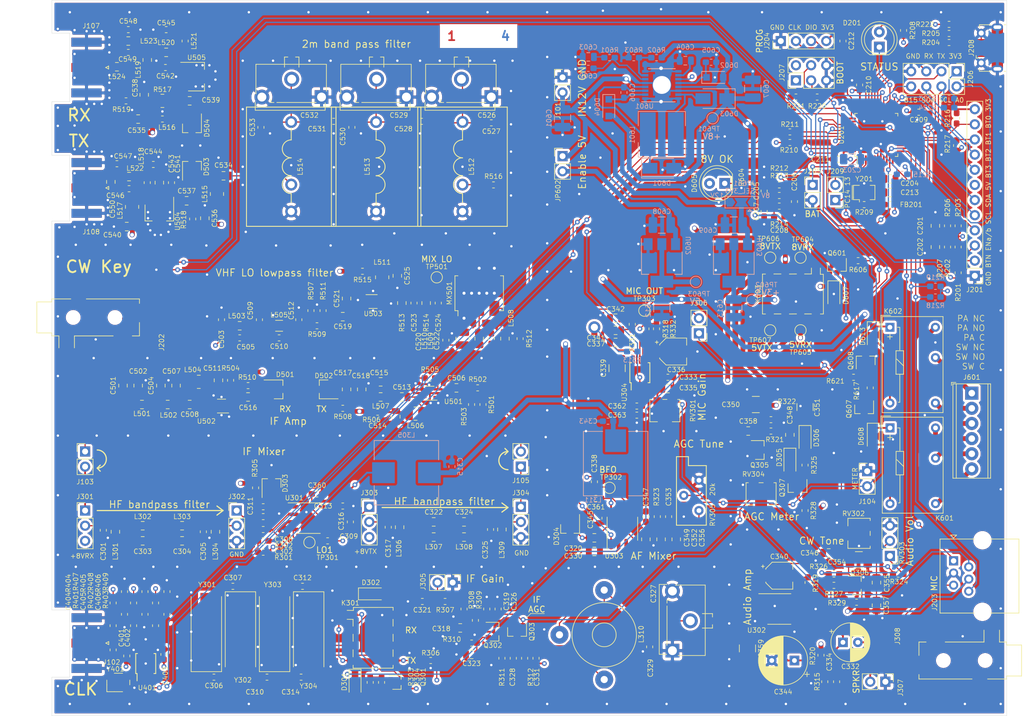
<source format=kicad_pcb>
(kicad_pcb (version 20171130) (host pcbnew 5.1.5)

  (general
    (thickness 1.6)
    (drawings 124)
    (tracks 2276)
    (zones 0)
    (modules 363)
    (nets 231)
  )

  (page A4)
  (layers
    (0 F.Cu signal)
    (1 In1.Cu signal)
    (2 In2.Cu signal)
    (31 B.Cu signal)
    (32 B.Adhes user hide)
    (33 F.Adhes user hide)
    (34 B.Paste user hide)
    (35 F.Paste user hide)
    (36 B.SilkS user)
    (37 F.SilkS user hide)
    (38 B.Mask user hide)
    (39 F.Mask user)
    (40 Dwgs.User user hide)
    (41 Cmts.User user hide)
    (42 Eco1.User user hide)
    (43 Eco2.User user hide)
    (44 Edge.Cuts user)
    (45 Margin user hide)
    (46 B.CrtYd user)
    (47 F.CrtYd user)
    (48 B.Fab user hide)
    (49 F.Fab user hide)
  )

  (setup
    (last_trace_width 0.3)
    (user_trace_width 0.2)
    (user_trace_width 0.3)
    (user_trace_width 0.8)
    (trace_clearance 0.2)
    (zone_clearance 0.8)
    (zone_45_only no)
    (trace_min 0.2)
    (via_size 0.8)
    (via_drill 0.4)
    (via_min_size 0.4)
    (via_min_drill 0.3)
    (user_via 0.8 0.4)
    (user_via 0.8 0.6)
    (uvia_size 0.3)
    (uvia_drill 0.1)
    (uvias_allowed no)
    (uvia_min_size 0.2)
    (uvia_min_drill 0.1)
    (edge_width 0.05)
    (segment_width 0.2)
    (pcb_text_width 0.3)
    (pcb_text_size 1.5 1.5)
    (mod_edge_width 0.1)
    (mod_text_size 0.8 0.8)
    (mod_text_width 0.1)
    (pad_size 1.524 1.524)
    (pad_drill 0.762)
    (pad_to_mask_clearance 0.051)
    (solder_mask_min_width 0.25)
    (aux_axis_origin 0 0)
    (visible_elements FFFFFF7F)
    (pcbplotparams
      (layerselection 0x010fc_ffffffff)
      (usegerberextensions false)
      (usegerberattributes false)
      (usegerberadvancedattributes false)
      (creategerberjobfile false)
      (excludeedgelayer true)
      (linewidth 0.100000)
      (plotframeref false)
      (viasonmask false)
      (mode 1)
      (useauxorigin false)
      (hpglpennumber 1)
      (hpglpenspeed 20)
      (hpglpendiameter 15.000000)
      (psnegative false)
      (psa4output false)
      (plotreference true)
      (plotvalue true)
      (plotinvisibletext false)
      (padsonsilk false)
      (subtractmaskfromsilk false)
      (outputformat 5)
      (mirror false)
      (drillshape 0)
      (scaleselection 1)
      (outputdirectory "out"))
  )

  (net 0 "")
  (net 1 /Control/ENC_B)
  (net 2 GND)
  (net 3 /Control/ENC_A)
  (net 4 +3V3)
  (net 5 "Net-(C205-Pad1)")
  (net 6 "Net-(C206-Pad1)")
  (net 7 "Net-(C207-Pad1)")
  (net 8 /Baseband/CW_TONE)
  (net 9 "Net-(C301-Pad2)")
  (net 10 "Net-(C302-Pad2)")
  (net 11 "Net-(C303-Pad2)")
  (net 12 "Net-(C304-Pad2)")
  (net 13 "Net-(C306-Pad2)")
  (net 14 "Net-(C307-Pad2)")
  (net 15 "Net-(C308-Pad2)")
  (net 16 "Net-(C308-Pad1)")
  (net 17 /Baseband/LO1)
  (net 18 "Net-(C309-Pad1)")
  (net 19 "Net-(C310-Pad2)")
  (net 20 "Net-(C311-Pad2)")
  (net 21 "Net-(C312-Pad2)")
  (net 22 "Net-(C313-Pad2)")
  (net 23 "Net-(C314-Pad2)")
  (net 24 +8V)
  (net 25 "Net-(C316-Pad2)")
  (net 26 "Net-(C316-Pad1)")
  (net 27 "Net-(C317-Pad2)")
  (net 28 "Net-(C318-Pad2)")
  (net 29 "Net-(C318-Pad1)")
  (net 30 "Net-(C320-Pad2)")
  (net 31 "Net-(C320-Pad1)")
  (net 32 "Net-(C321-Pad1)")
  (net 33 "Net-(C322-Pad2)")
  (net 34 "Net-(C323-Pad2)")
  (net 35 "Net-(C324-Pad2)")
  (net 36 "Net-(C327-Pad2)")
  (net 37 "Net-(C328-Pad2)")
  (net 38 "Net-(C330-Pad2)")
  (net 39 "Net-(C330-Pad1)")
  (net 40 +8VRX)
  (net 41 "Net-(C332-Pad1)")
  (net 42 "Net-(C333-Pad2)")
  (net 43 "Net-(C333-Pad1)")
  (net 44 "Net-(C334-Pad2)")
  (net 45 "Net-(C336-Pad1)")
  (net 46 "Net-(C337-Pad2)")
  (net 47 /Baseband/BFO)
  (net 48 "Net-(C338-Pad1)")
  (net 49 "Net-(C340-Pad2)")
  (net 50 "Net-(C340-Pad1)")
  (net 51 "Net-(C342-Pad2)")
  (net 52 "Net-(C344-Pad1)")
  (net 53 "Net-(C345-Pad2)")
  (net 54 "Net-(C346-Pad2)")
  (net 55 "Net-(C347-Pad2)")
  (net 56 "Net-(C347-Pad1)")
  (net 57 "Net-(C348-Pad2)")
  (net 58 "Net-(C348-Pad1)")
  (net 59 "Net-(C351-Pad1)")
  (net 60 "Net-(C352-Pad2)")
  (net 61 "Net-(C353-Pad1)")
  (net 62 "Net-(C354-Pad1)")
  (net 63 "Net-(C355-Pad2)")
  (net 64 "Net-(C355-Pad1)")
  (net 65 "Net-(C356-Pad2)")
  (net 66 "Net-(C358-Pad2)")
  (net 67 "Net-(C358-Pad1)")
  (net 68 "Net-(C401-Pad2)")
  (net 69 /Clock/REF_25MHz)
  (net 70 "Net-(C404-Pad2)")
  (net 71 "Net-(C404-Pad1)")
  (net 72 "Net-(C405-Pad2)")
  (net 73 "Net-(C405-Pad1)")
  (net 74 "Net-(C406-Pad2)")
  (net 75 "Net-(C406-Pad1)")
  (net 76 /HF_RX)
  (net 77 "Net-(C501-Pad1)")
  (net 78 /VHF_LO)
  (net 79 "Net-(C504-Pad1)")
  (net 80 "Net-(C505-Pad1)")
  (net 81 "Net-(C506-Pad2)")
  (net 82 "Net-(C506-Pad1)")
  (net 83 "Net-(C507-Pad1)")
  (net 84 "Net-(C508-Pad1)")
  (net 85 "Net-(C510-Pad1)")
  (net 86 "Net-(C511-Pad1)")
  (net 87 "Net-(C513-Pad2)")
  (net 88 "Net-(C513-Pad1)")
  (net 89 "Net-(C514-Pad1)")
  (net 90 "Net-(C516-Pad2)")
  (net 91 "Net-(C516-Pad1)")
  (net 92 "Net-(C517-Pad2)")
  (net 93 "Net-(C517-Pad1)")
  (net 94 "Net-(C519-Pad2)")
  (net 95 "Net-(C519-Pad1)")
  (net 96 "Net-(C520-Pad1)")
  (net 97 "Net-(C522-Pad2)")
  (net 98 "Net-(C522-Pad1)")
  (net 99 "Net-(C523-Pad2)")
  (net 100 "Net-(C523-Pad1)")
  (net 101 "Net-(C524-Pad2)")
  (net 102 "Net-(C524-Pad1)")
  (net 103 "Net-(C525-Pad1)")
  (net 104 "Net-(C526-Pad2)")
  (net 105 "Net-(C528-Pad2)")
  (net 106 "Net-(C531-Pad2)")
  (net 107 "Net-(C534-Pad2)")
  (net 108 "Net-(C534-Pad1)")
  (net 109 "Net-(C537-Pad2)")
  (net 110 "Net-(C537-Pad1)")
  (net 111 "Net-(C538-Pad2)")
  (net 112 "Net-(C539-Pad2)")
  (net 113 "Net-(C539-Pad1)")
  (net 114 "Net-(C541-Pad1)")
  (net 115 "Net-(C542-Pad2)")
  (net 116 "Net-(C542-Pad1)")
  (net 117 "Net-(C543-Pad1)")
  (net 118 "Net-(C545-Pad1)")
  (net 119 "Net-(C546-Pad1)")
  (net 120 "Net-(C548-Pad1)")
  (net 121 "Net-(C549-Pad2)")
  (net 122 "Net-(C549-Pad1)")
  (net 123 /VHF_TX)
  (net 124 +12V)
  (net 125 "Net-(C602-Pad1)")
  (net 126 "Net-(C603-Pad1)")
  (net 127 "Net-(C604-Pad1)")
  (net 128 "Net-(C605-Pad2)")
  (net 129 "Net-(C606-Pad2)")
  (net 130 "Net-(C606-Pad1)")
  (net 131 "Net-(C608-Pad1)")
  (net 132 "Net-(C609-Pad1)")
  (net 133 +5VA)
  (net 134 "Net-(D201-Pad2)")
  (net 135 /Control/RESETn)
  (net 136 "Net-(D301-Pad2)")
  (net 137 /Control/SEQ0n)
  (net 138 "Net-(D302-Pad1)")
  (net 139 "Net-(D603-Pad2)")
  (net 140 "Net-(D605-Pad1)")
  (net 141 /Control/SEQ2n)
  (net 142 /Baseband/METER)
  (net 143 /HF_TX)
  (net 144 /VHF_RX)
  (net 145 /Control/BTN0)
  (net 146 /Control/BTN1)
  (net 147 /Control/BTN2)
  (net 148 /Control/BTN3)
  (net 149 SDA)
  (net 150 SCL)
  (net 151 "Net-(J201-Pad4)")
  (net 152 "Net-(J201-Pad3)")
  (net 153 "Net-(J201-Pad2)")
  (net 154 /Control/MIC_SW2)
  (net 155 /Baseband/MIC)
  (net 156 /Control/MIC_SW1)
  (net 157 +8VTX)
  (net 158 "Net-(J601-Pad5)")
  (net 159 "Net-(J601-Pad4)")
  (net 160 "Net-(J601-Pad3)")
  (net 161 "Net-(J601-Pad2)")
  (net 162 "Net-(K301-Pad2)")
  (net 163 "Net-(K301-Pad4)")
  (net 164 "Net-(L512-Pad2)")
  (net 165 "Net-(L520-Pad2)")
  (net 166 "Net-(MX501-Pad3)")
  (net 167 "Net-(MX501-Pad6)")
  (net 168 "Net-(Q301-Pad1)")
  (net 169 "Net-(Q302-Pad3)")
  (net 170 "Net-(Q307-Pad2)")
  (net 171 "Net-(Q307-Pad1)")
  (net 172 "Net-(Q601-Pad1)")
  (net 173 "Net-(Q607-Pad1)")
  (net 174 /Control/ENC_BTN)
  (net 175 /Control/XTAL1)
  (net 176 /Control/XTAL2)
  (net 177 /Baseband/CW_KEYn)
  (net 178 "Net-(R319-Pad1)")
  (net 179 "Net-(R324-Pad1)")
  (net 180 /Baseband/MUTE_SPKR)
  (net 181 "Net-(R602-Pad1)")
  (net 182 "Net-(U401-Pad3)")
  (net 183 /IF_RX)
  (net 184 /IF_TX)
  (net 185 /Control/SEQ1n)
  (net 186 /AF_OUT)
  (net 187 "Net-(Q608-Pad1)")
  (net 188 "Net-(C362-Pad2)")
  (net 189 "Net-(C362-Pad1)")
  (net 190 "Net-(J601-Pad6)")
  (net 191 "Net-(J601-Pad1)")
  (net 192 /Baseband/MIC_SDn)
  (net 193 "Net-(R318-Pad2)")
  (net 194 "Net-(R332-Pad2)")
  (net 195 /Control/STATUSn)
  (net 196 /Control/PWM_CW)
  (net 197 "Net-(C359-Pad1)")
  (net 198 "Net-(C360-Pad1)")
  (net 199 "Net-(C361-Pad1)")
  (net 200 /Baseband/AGC)
  (net 201 "Net-(D607-Pad2)")
  (net 202 "Net-(D608-Pad2)")
  (net 203 "Net-(D613-Pad2)")
  (net 204 /Baseband/MIC_OUT)
  (net 205 "Net-(C204-Pad2)")
  (net 206 /Control/CW_RING)
  (net 207 /Control/CW_TIP)
  (net 208 /Control/SWDIO)
  (net 209 /Control/SWCLK)
  (net 210 "Net-(J205-Pad1)")
  (net 211 /Control/USART1_RX)
  (net 212 /Control/USART1_TX)
  (net 213 "Net-(J207-Pad4)")
  (net 214 "Net-(J207-Pad3)")
  (net 215 /Control/USB_DP)
  (net 216 /Control/USB_DM)
  (net 217 "Net-(R204-Pad2)")
  (net 218 "Net-(R205-Pad2)")
  (net 219 /Control/BOOT0)
  (net 220 /Control/BOOT1)
  (net 221 "Net-(C332-Pad2)")
  (net 222 "Net-(J307-Pad2)")
  (net 223 /Control/PB15)
  (net 224 /Control/I2C2_SDA)
  (net 225 /Control/I2C2_SCL)
  (net 226 /Control/PA0)
  (net 227 /Control/PC13)
  (net 228 /Control/PC14)
  (net 229 +5VTX)
  (net 230 +5VRX)

  (net_class Default "This is the default net class."
    (clearance 0.2)
    (trace_width 0.2)
    (via_dia 0.8)
    (via_drill 0.4)
    (uvia_dia 0.3)
    (uvia_drill 0.1)
    (add_net +5VRX)
    (add_net +5VTX)
    (add_net /AF_OUT)
    (add_net /Baseband/AGC)
    (add_net /Baseband/BFO)
    (add_net /Baseband/CW_KEYn)
    (add_net /Baseband/CW_TONE)
    (add_net /Baseband/LO1)
    (add_net /Baseband/METER)
    (add_net /Baseband/MIC)
    (add_net /Baseband/MIC_OUT)
    (add_net /Baseband/MIC_SDn)
    (add_net /Baseband/MUTE_SPKR)
    (add_net /Clock/REF_25MHz)
    (add_net /Control/BOOT0)
    (add_net /Control/BOOT1)
    (add_net /Control/BTN0)
    (add_net /Control/BTN1)
    (add_net /Control/BTN2)
    (add_net /Control/BTN3)
    (add_net /Control/CW_RING)
    (add_net /Control/CW_TIP)
    (add_net /Control/ENC_A)
    (add_net /Control/ENC_B)
    (add_net /Control/ENC_BTN)
    (add_net /Control/I2C2_SCL)
    (add_net /Control/I2C2_SDA)
    (add_net /Control/MIC_SW1)
    (add_net /Control/MIC_SW2)
    (add_net /Control/PA0)
    (add_net /Control/PB15)
    (add_net /Control/PC13)
    (add_net /Control/PC14)
    (add_net /Control/PWM_CW)
    (add_net /Control/RESETn)
    (add_net /Control/SEQ0n)
    (add_net /Control/SEQ1n)
    (add_net /Control/SEQ2n)
    (add_net /Control/STATUSn)
    (add_net /Control/SWCLK)
    (add_net /Control/SWDIO)
    (add_net /Control/USART1_RX)
    (add_net /Control/USART1_TX)
    (add_net /Control/USB_DM)
    (add_net /Control/USB_DP)
    (add_net /Control/XTAL1)
    (add_net /Control/XTAL2)
    (add_net /HF_RX)
    (add_net /HF_TX)
    (add_net /IF_RX)
    (add_net /IF_TX)
    (add_net /VHF_LO)
    (add_net /VHF_RX)
    (add_net /VHF_TX)
    (add_net "Net-(C204-Pad2)")
    (add_net "Net-(C205-Pad1)")
    (add_net "Net-(C206-Pad1)")
    (add_net "Net-(C207-Pad1)")
    (add_net "Net-(C301-Pad2)")
    (add_net "Net-(C302-Pad2)")
    (add_net "Net-(C303-Pad2)")
    (add_net "Net-(C304-Pad2)")
    (add_net "Net-(C306-Pad2)")
    (add_net "Net-(C307-Pad2)")
    (add_net "Net-(C308-Pad1)")
    (add_net "Net-(C308-Pad2)")
    (add_net "Net-(C309-Pad1)")
    (add_net "Net-(C310-Pad2)")
    (add_net "Net-(C311-Pad2)")
    (add_net "Net-(C312-Pad2)")
    (add_net "Net-(C313-Pad2)")
    (add_net "Net-(C314-Pad2)")
    (add_net "Net-(C316-Pad1)")
    (add_net "Net-(C316-Pad2)")
    (add_net "Net-(C317-Pad2)")
    (add_net "Net-(C318-Pad1)")
    (add_net "Net-(C318-Pad2)")
    (add_net "Net-(C320-Pad1)")
    (add_net "Net-(C320-Pad2)")
    (add_net "Net-(C321-Pad1)")
    (add_net "Net-(C322-Pad2)")
    (add_net "Net-(C323-Pad2)")
    (add_net "Net-(C324-Pad2)")
    (add_net "Net-(C327-Pad2)")
    (add_net "Net-(C328-Pad2)")
    (add_net "Net-(C330-Pad1)")
    (add_net "Net-(C330-Pad2)")
    (add_net "Net-(C332-Pad1)")
    (add_net "Net-(C332-Pad2)")
    (add_net "Net-(C333-Pad1)")
    (add_net "Net-(C333-Pad2)")
    (add_net "Net-(C334-Pad2)")
    (add_net "Net-(C336-Pad1)")
    (add_net "Net-(C337-Pad2)")
    (add_net "Net-(C338-Pad1)")
    (add_net "Net-(C340-Pad1)")
    (add_net "Net-(C340-Pad2)")
    (add_net "Net-(C342-Pad2)")
    (add_net "Net-(C344-Pad1)")
    (add_net "Net-(C345-Pad2)")
    (add_net "Net-(C346-Pad2)")
    (add_net "Net-(C347-Pad1)")
    (add_net "Net-(C347-Pad2)")
    (add_net "Net-(C348-Pad1)")
    (add_net "Net-(C348-Pad2)")
    (add_net "Net-(C351-Pad1)")
    (add_net "Net-(C352-Pad2)")
    (add_net "Net-(C353-Pad1)")
    (add_net "Net-(C354-Pad1)")
    (add_net "Net-(C355-Pad1)")
    (add_net "Net-(C355-Pad2)")
    (add_net "Net-(C356-Pad2)")
    (add_net "Net-(C358-Pad1)")
    (add_net "Net-(C358-Pad2)")
    (add_net "Net-(C359-Pad1)")
    (add_net "Net-(C360-Pad1)")
    (add_net "Net-(C361-Pad1)")
    (add_net "Net-(C362-Pad1)")
    (add_net "Net-(C362-Pad2)")
    (add_net "Net-(C401-Pad2)")
    (add_net "Net-(C404-Pad1)")
    (add_net "Net-(C404-Pad2)")
    (add_net "Net-(C405-Pad1)")
    (add_net "Net-(C405-Pad2)")
    (add_net "Net-(C406-Pad1)")
    (add_net "Net-(C406-Pad2)")
    (add_net "Net-(C501-Pad1)")
    (add_net "Net-(C504-Pad1)")
    (add_net "Net-(C505-Pad1)")
    (add_net "Net-(C506-Pad1)")
    (add_net "Net-(C506-Pad2)")
    (add_net "Net-(C507-Pad1)")
    (add_net "Net-(C508-Pad1)")
    (add_net "Net-(C510-Pad1)")
    (add_net "Net-(C511-Pad1)")
    (add_net "Net-(C513-Pad1)")
    (add_net "Net-(C513-Pad2)")
    (add_net "Net-(C514-Pad1)")
    (add_net "Net-(C516-Pad1)")
    (add_net "Net-(C516-Pad2)")
    (add_net "Net-(C517-Pad1)")
    (add_net "Net-(C517-Pad2)")
    (add_net "Net-(C519-Pad1)")
    (add_net "Net-(C519-Pad2)")
    (add_net "Net-(C520-Pad1)")
    (add_net "Net-(C522-Pad1)")
    (add_net "Net-(C522-Pad2)")
    (add_net "Net-(C523-Pad1)")
    (add_net "Net-(C523-Pad2)")
    (add_net "Net-(C524-Pad1)")
    (add_net "Net-(C524-Pad2)")
    (add_net "Net-(C525-Pad1)")
    (add_net "Net-(C526-Pad2)")
    (add_net "Net-(C528-Pad2)")
    (add_net "Net-(C531-Pad2)")
    (add_net "Net-(C534-Pad1)")
    (add_net "Net-(C534-Pad2)")
    (add_net "Net-(C537-Pad1)")
    (add_net "Net-(C537-Pad2)")
    (add_net "Net-(C538-Pad2)")
    (add_net "Net-(C539-Pad1)")
    (add_net "Net-(C539-Pad2)")
    (add_net "Net-(C541-Pad1)")
    (add_net "Net-(C542-Pad1)")
    (add_net "Net-(C542-Pad2)")
    (add_net "Net-(C543-Pad1)")
    (add_net "Net-(C545-Pad1)")
    (add_net "Net-(C546-Pad1)")
    (add_net "Net-(C548-Pad1)")
    (add_net "Net-(C549-Pad1)")
    (add_net "Net-(C549-Pad2)")
    (add_net "Net-(C602-Pad1)")
    (add_net "Net-(C603-Pad1)")
    (add_net "Net-(C604-Pad1)")
    (add_net "Net-(C605-Pad2)")
    (add_net "Net-(C606-Pad1)")
    (add_net "Net-(C606-Pad2)")
    (add_net "Net-(C608-Pad1)")
    (add_net "Net-(C609-Pad1)")
    (add_net "Net-(D201-Pad2)")
    (add_net "Net-(D301-Pad2)")
    (add_net "Net-(D302-Pad1)")
    (add_net "Net-(D603-Pad2)")
    (add_net "Net-(D605-Pad1)")
    (add_net "Net-(D607-Pad2)")
    (add_net "Net-(D608-Pad2)")
    (add_net "Net-(D613-Pad2)")
    (add_net "Net-(J201-Pad2)")
    (add_net "Net-(J201-Pad3)")
    (add_net "Net-(J201-Pad4)")
    (add_net "Net-(J205-Pad1)")
    (add_net "Net-(J207-Pad3)")
    (add_net "Net-(J207-Pad4)")
    (add_net "Net-(J307-Pad2)")
    (add_net "Net-(J601-Pad1)")
    (add_net "Net-(J601-Pad2)")
    (add_net "Net-(J601-Pad3)")
    (add_net "Net-(J601-Pad4)")
    (add_net "Net-(J601-Pad5)")
    (add_net "Net-(J601-Pad6)")
    (add_net "Net-(K301-Pad2)")
    (add_net "Net-(K301-Pad4)")
    (add_net "Net-(L512-Pad2)")
    (add_net "Net-(L520-Pad2)")
    (add_net "Net-(MX501-Pad3)")
    (add_net "Net-(MX501-Pad6)")
    (add_net "Net-(Q301-Pad1)")
    (add_net "Net-(Q302-Pad3)")
    (add_net "Net-(Q307-Pad1)")
    (add_net "Net-(Q307-Pad2)")
    (add_net "Net-(Q601-Pad1)")
    (add_net "Net-(Q607-Pad1)")
    (add_net "Net-(Q608-Pad1)")
    (add_net "Net-(R204-Pad2)")
    (add_net "Net-(R205-Pad2)")
    (add_net "Net-(R318-Pad2)")
    (add_net "Net-(R319-Pad1)")
    (add_net "Net-(R324-Pad1)")
    (add_net "Net-(R332-Pad2)")
    (add_net "Net-(R602-Pad1)")
    (add_net "Net-(U401-Pad3)")
    (add_net SCL)
    (add_net SDA)
  )

  (net_class Power ""
    (clearance 0.2)
    (trace_width 0.8)
    (via_dia 0.8)
    (via_drill 0.6)
    (uvia_dia 0.3)
    (uvia_drill 0.1)
    (add_net +12V)
    (add_net +3V3)
    (add_net +5VA)
    (add_net +8V)
    (add_net +8VRX)
    (add_net +8VTX)
    (add_net GND)
  )

  (module Resistor_SMD:R_0603_1608Metric_Pad1.05x0.95mm_HandSolder (layer B.Cu) (tedit 5B301BBD) (tstamp 5EA02CF3)
    (at 180.34 48.006 180)
    (descr "Resistor SMD 0603 (1608 Metric), square (rectangular) end terminal, IPC_7351 nominal with elongated pad for handsoldering. (Body size source: http://www.tortai-tech.com/upload/download/2011102023233369053.pdf), generated with kicad-footprint-generator")
    (tags "resistor handsolder")
    (path /5E2FA006/5EB4F0A2)
    (attr smd)
    (fp_text reference R224 (at 3.556 0) (layer B.SilkS)
      (effects (font (size 0.8 0.8) (thickness 0.1)) (justify mirror))
    )
    (fp_text value 4k7 (at 0 -1.43) (layer B.Fab)
      (effects (font (size 1 1) (thickness 0.15)) (justify mirror))
    )
    (fp_text user %R (at 0 0) (layer B.Fab)
      (effects (font (size 0.4 0.4) (thickness 0.06)) (justify mirror))
    )
    (fp_line (start 1.65 -0.73) (end -1.65 -0.73) (layer B.CrtYd) (width 0.05))
    (fp_line (start 1.65 0.73) (end 1.65 -0.73) (layer B.CrtYd) (width 0.05))
    (fp_line (start -1.65 0.73) (end 1.65 0.73) (layer B.CrtYd) (width 0.05))
    (fp_line (start -1.65 -0.73) (end -1.65 0.73) (layer B.CrtYd) (width 0.05))
    (fp_line (start -0.171267 -0.51) (end 0.171267 -0.51) (layer B.SilkS) (width 0.12))
    (fp_line (start -0.171267 0.51) (end 0.171267 0.51) (layer B.SilkS) (width 0.12))
    (fp_line (start 0.8 -0.4) (end -0.8 -0.4) (layer B.Fab) (width 0.1))
    (fp_line (start 0.8 0.4) (end 0.8 -0.4) (layer B.Fab) (width 0.1))
    (fp_line (start -0.8 0.4) (end 0.8 0.4) (layer B.Fab) (width 0.1))
    (fp_line (start -0.8 -0.4) (end -0.8 0.4) (layer B.Fab) (width 0.1))
    (pad 2 smd roundrect (at 0.875 0 180) (size 1.05 0.95) (layers B.Cu B.Paste B.Mask) (roundrect_rratio 0.25)
      (net 224 /Control/I2C2_SDA))
    (pad 1 smd roundrect (at -0.875 0 180) (size 1.05 0.95) (layers B.Cu B.Paste B.Mask) (roundrect_rratio 0.25)
      (net 4 +3V3))
    (model ${KISYS3DMOD}/Resistor_SMD.3dshapes/R_0603_1608Metric.wrl
      (at (xyz 0 0 0))
      (scale (xyz 1 1 1))
      (rotate (xyz 0 0 0))
    )
  )

  (module Resistor_SMD:R_0603_1608Metric_Pad1.05x0.95mm_HandSolder (layer B.Cu) (tedit 5B301BBD) (tstamp 5EA02CE2)
    (at 180.34 46.482 180)
    (descr "Resistor SMD 0603 (1608 Metric), square (rectangular) end terminal, IPC_7351 nominal with elongated pad for handsoldering. (Body size source: http://www.tortai-tech.com/upload/download/2011102023233369053.pdf), generated with kicad-footprint-generator")
    (tags "resistor handsolder")
    (path /5E2FA006/5EB4F097)
    (attr smd)
    (fp_text reference R223 (at 3.556 0) (layer B.SilkS)
      (effects (font (size 0.8 0.8) (thickness 0.1)) (justify mirror))
    )
    (fp_text value 4k7 (at 0 -1.43) (layer B.Fab)
      (effects (font (size 1 1) (thickness 0.15)) (justify mirror))
    )
    (fp_text user %R (at 0 0) (layer B.Fab)
      (effects (font (size 0.4 0.4) (thickness 0.06)) (justify mirror))
    )
    (fp_line (start 1.65 -0.73) (end -1.65 -0.73) (layer B.CrtYd) (width 0.05))
    (fp_line (start 1.65 0.73) (end 1.65 -0.73) (layer B.CrtYd) (width 0.05))
    (fp_line (start -1.65 0.73) (end 1.65 0.73) (layer B.CrtYd) (width 0.05))
    (fp_line (start -1.65 -0.73) (end -1.65 0.73) (layer B.CrtYd) (width 0.05))
    (fp_line (start -0.171267 -0.51) (end 0.171267 -0.51) (layer B.SilkS) (width 0.12))
    (fp_line (start -0.171267 0.51) (end 0.171267 0.51) (layer B.SilkS) (width 0.12))
    (fp_line (start 0.8 -0.4) (end -0.8 -0.4) (layer B.Fab) (width 0.1))
    (fp_line (start 0.8 0.4) (end 0.8 -0.4) (layer B.Fab) (width 0.1))
    (fp_line (start -0.8 0.4) (end 0.8 0.4) (layer B.Fab) (width 0.1))
    (fp_line (start -0.8 -0.4) (end -0.8 0.4) (layer B.Fab) (width 0.1))
    (pad 2 smd roundrect (at 0.875 0 180) (size 1.05 0.95) (layers B.Cu B.Paste B.Mask) (roundrect_rratio 0.25)
      (net 225 /Control/I2C2_SCL))
    (pad 1 smd roundrect (at -0.875 0 180) (size 1.05 0.95) (layers B.Cu B.Paste B.Mask) (roundrect_rratio 0.25)
      (net 4 +3V3))
    (model ${KISYS3DMOD}/Resistor_SMD.3dshapes/R_0603_1608Metric.wrl
      (at (xyz 0 0 0))
      (scale (xyz 1 1 1))
      (rotate (xyz 0 0 0))
    )
  )

  (module Connector_Audio:Jack_3.5mm_CUI_SJ-3524-SMT_Horizontal (layer F.Cu) (tedit 5C635470) (tstamp 5E9E6B8A)
    (at 183.896 140.716 270)
    (descr "3.5 mm, Stereo, Right Angle, Surface Mount (SMT), Audio Jack Connector (https://www.cui.com/product/resource/sj-352x-smt-series.pdf)")
    (tags "3.5mm audio cui horizontal jack stereo")
    (path /5E3088F9/5E9EEA5B)
    (attr smd)
    (fp_text reference J308 (at -4.064 12.192 90) (layer F.SilkS)
      (effects (font (size 0.8 0.8) (thickness 0.1)))
    )
    (fp_text value Headphones (at 0 13 90) (layer F.Fab)
      (effects (font (size 1 1) (thickness 0.15)))
    )
    (fp_line (start -3.1 -2.3) (end -5.1 -2.3) (layer F.SilkS) (width 0.12))
    (fp_line (start -3.1 -4.9) (end -5.1 -4.9) (layer F.SilkS) (width 0.12))
    (fp_line (start -3.1 4.2) (end -3.1 -2.3) (layer F.SilkS) (width 0.12))
    (fp_line (start -3.1 8.6) (end -3.1 7.4) (layer F.SilkS) (width 0.12))
    (fp_line (start -0.85 8.6) (end -3.1 8.6) (layer F.SilkS) (width 0.12))
    (fp_line (start 3.1 8.6) (end 2.35 8.6) (layer F.SilkS) (width 0.12))
    (fp_line (start 3.1 -0.3) (end 3.1 8.6) (layer F.SilkS) (width 0.12))
    (fp_line (start 3.1 -6.1) (end 3.1 -2.9) (layer F.SilkS) (width 0.12))
    (fp_line (start 2.6 -6.1) (end 3.1 -6.1) (layer F.SilkS) (width 0.12))
    (fp_line (start 2.6 -8.6) (end 2.6 -6.1) (layer F.SilkS) (width 0.12))
    (fp_line (start -2.6 -8.6) (end 2.6 -8.6) (layer F.SilkS) (width 0.12))
    (fp_line (start -2.6 -6.1) (end -2.6 -8.6) (layer F.SilkS) (width 0.12))
    (fp_line (start -3.1 -6.1) (end -2.6 -6.1) (layer F.SilkS) (width 0.12))
    (fp_line (start -3.1 -4.9) (end -3.1 -6.1) (layer F.SilkS) (width 0.12))
    (fp_text user %R (at 0 0 90) (layer F.Fab)
      (effects (font (size 1 1) (thickness 0.15)))
    )
    (fp_line (start -5.6 -9) (end 5.6 -9) (layer F.CrtYd) (width 0.05))
    (fp_line (start -5.6 11.6) (end -5.6 -9) (layer F.CrtYd) (width 0.05))
    (fp_line (start 5.6 11.6) (end -5.6 11.6) (layer F.CrtYd) (width 0.05))
    (fp_line (start 5.6 -9) (end 5.6 11.6) (layer F.CrtYd) (width 0.05))
    (fp_line (start 2.5 -6) (end 3 -6) (layer F.Fab) (width 0.1))
    (fp_line (start 2.5 -8.5) (end 2.5 -6) (layer F.Fab) (width 0.1))
    (fp_line (start -2.5 -8.5) (end 2.5 -8.5) (layer F.Fab) (width 0.1))
    (fp_line (start -2.5 -6) (end -2.5 -8.5) (layer F.Fab) (width 0.1))
    (fp_line (start -3 -6) (end -2.5 -6) (layer F.Fab) (width 0.1))
    (fp_line (start -3 8.5) (end -3 -6) (layer F.Fab) (width 0.1))
    (fp_line (start 3 8.5) (end -3 8.5) (layer F.Fab) (width 0.1))
    (fp_line (start 3 -6) (end 3 8.5) (layer F.Fab) (width 0.1))
    (pad "" np_thru_hole circle (at 0 4.5 270) (size 1.7 1.7) (drill 1.7) (layers *.Cu *.Mask))
    (pad "" np_thru_hole circle (at 0 -2.5 270) (size 1.7 1.7) (drill 1.7) (layers *.Cu *.Mask))
    (pad T smd rect (at -3.7 5.8 270) (size 2.8 2.8) (layers F.Cu F.Paste F.Mask)
      (net 221 "Net-(C332-Pad2)"))
    (pad TN smd rect (at 0.75 9.8 270) (size 2.8 2.6) (layers F.Cu F.Paste F.Mask)
      (net 222 "Net-(J307-Pad2)"))
    (pad S smd rect (at -3.7 -3.6 270) (size 2.8 2.2) (layers F.Cu F.Paste F.Mask)
      (net 2 GND))
    (pad R smd rect (at 3.7 -1.6 270) (size 2.8 2.2) (layers F.Cu F.Paste F.Mask))
    (model ${KISYS3DMOD}/Connector_Audio.3dshapes/Jack_3.5mm_CUI_SJ-3524-SMT_Horizontal.wrl
      (at (xyz 0 0 0))
      (scale (xyz 1 1 1))
      (rotate (xyz 0 0 0))
    )
  )

  (module Connector_PinHeader_2.54mm:PinHeader_1x02_P2.54mm_Vertical (layer F.Cu) (tedit 59FED5CC) (tstamp 5E9E6B65)
    (at 169.672 144.272 270)
    (descr "Through hole straight pin header, 1x02, 2.54mm pitch, single row")
    (tags "Through hole pin header THT 1x02 2.54mm single row")
    (path /5E3088F9/5E9EEA69)
    (fp_text reference J307 (at 1.016 -2.54 90) (layer F.SilkS)
      (effects (font (size 0.8 0.8) (thickness 0.1)))
    )
    (fp_text value SPKR (at 0 4.87 90) (layer F.SilkS)
      (effects (font (size 1 1) (thickness 0.15)))
    )
    (fp_text user %R (at 0 1.27) (layer F.Fab)
      (effects (font (size 1 1) (thickness 0.15)))
    )
    (fp_line (start 1.8 -1.8) (end -1.8 -1.8) (layer F.CrtYd) (width 0.05))
    (fp_line (start 1.8 4.35) (end 1.8 -1.8) (layer F.CrtYd) (width 0.05))
    (fp_line (start -1.8 4.35) (end 1.8 4.35) (layer F.CrtYd) (width 0.05))
    (fp_line (start -1.8 -1.8) (end -1.8 4.35) (layer F.CrtYd) (width 0.05))
    (fp_line (start -1.33 -1.33) (end 0 -1.33) (layer F.SilkS) (width 0.12))
    (fp_line (start -1.33 0) (end -1.33 -1.33) (layer F.SilkS) (width 0.12))
    (fp_line (start -1.33 1.27) (end 1.33 1.27) (layer F.SilkS) (width 0.12))
    (fp_line (start 1.33 1.27) (end 1.33 3.87) (layer F.SilkS) (width 0.12))
    (fp_line (start -1.33 1.27) (end -1.33 3.87) (layer F.SilkS) (width 0.12))
    (fp_line (start -1.33 3.87) (end 1.33 3.87) (layer F.SilkS) (width 0.12))
    (fp_line (start -1.27 -0.635) (end -0.635 -1.27) (layer F.Fab) (width 0.1))
    (fp_line (start -1.27 3.81) (end -1.27 -0.635) (layer F.Fab) (width 0.1))
    (fp_line (start 1.27 3.81) (end -1.27 3.81) (layer F.Fab) (width 0.1))
    (fp_line (start 1.27 -1.27) (end 1.27 3.81) (layer F.Fab) (width 0.1))
    (fp_line (start -0.635 -1.27) (end 1.27 -1.27) (layer F.Fab) (width 0.1))
    (pad 2 thru_hole oval (at 0 2.54 270) (size 1.7 1.7) (drill 1) (layers *.Cu *.Mask)
      (net 222 "Net-(J307-Pad2)"))
    (pad 1 thru_hole rect (at 0 0 270) (size 1.7 1.7) (drill 1) (layers *.Cu *.Mask)
      (net 2 GND))
    (model ${KISYS3DMOD}/Connector_PinHeader_2.54mm.3dshapes/PinHeader_1x02_P2.54mm_Vertical.wrl
      (at (xyz 0 0 0))
      (scale (xyz 1 1 1))
      (rotate (xyz 0 0 0))
    )
  )

  (module Connector_PinHeader_2.54mm:PinHeader_1x02_P2.54mm_Vertical (layer F.Cu) (tedit 59FED5CC) (tstamp 5E9E6A4B)
    (at 161.29 63.5 180)
    (descr "Through hole straight pin header, 1x02, 2.54mm pitch, single row")
    (tags "Through hole pin header THT 1x02 2.54mm single row")
    (path /5E2FA006/5EAE68C7)
    (fp_text reference J209 (at 0 4.826) (layer F.SilkS)
      (effects (font (size 0.8 0.8) (thickness 0.1)))
    )
    (fp_text value PC1314 (at 0 4.87) (layer F.Fab)
      (effects (font (size 1 1) (thickness 0.15)))
    )
    (fp_text user %R (at 0 1.27 90) (layer F.Fab)
      (effects (font (size 1 1) (thickness 0.15)))
    )
    (fp_line (start 1.8 -1.8) (end -1.8 -1.8) (layer F.CrtYd) (width 0.05))
    (fp_line (start 1.8 4.35) (end 1.8 -1.8) (layer F.CrtYd) (width 0.05))
    (fp_line (start -1.8 4.35) (end 1.8 4.35) (layer F.CrtYd) (width 0.05))
    (fp_line (start -1.8 -1.8) (end -1.8 4.35) (layer F.CrtYd) (width 0.05))
    (fp_line (start -1.33 -1.33) (end 0 -1.33) (layer F.SilkS) (width 0.12))
    (fp_line (start -1.33 0) (end -1.33 -1.33) (layer F.SilkS) (width 0.12))
    (fp_line (start -1.33 1.27) (end 1.33 1.27) (layer F.SilkS) (width 0.12))
    (fp_line (start 1.33 1.27) (end 1.33 3.87) (layer F.SilkS) (width 0.12))
    (fp_line (start -1.33 1.27) (end -1.33 3.87) (layer F.SilkS) (width 0.12))
    (fp_line (start -1.33 3.87) (end 1.33 3.87) (layer F.SilkS) (width 0.12))
    (fp_line (start -1.27 -0.635) (end -0.635 -1.27) (layer F.Fab) (width 0.1))
    (fp_line (start -1.27 3.81) (end -1.27 -0.635) (layer F.Fab) (width 0.1))
    (fp_line (start 1.27 3.81) (end -1.27 3.81) (layer F.Fab) (width 0.1))
    (fp_line (start 1.27 -1.27) (end 1.27 3.81) (layer F.Fab) (width 0.1))
    (fp_line (start -0.635 -1.27) (end 1.27 -1.27) (layer F.Fab) (width 0.1))
    (pad 2 thru_hole oval (at 0 2.54 180) (size 1.7 1.7) (drill 1) (layers *.Cu *.Mask)
      (net 227 /Control/PC13))
    (pad 1 thru_hole rect (at 0 0 180) (size 1.7 1.7) (drill 1) (layers *.Cu *.Mask)
      (net 228 /Control/PC14))
    (model ${KISYS3DMOD}/Connector_PinHeader_2.54mm.3dshapes/PinHeader_1x02_P2.54mm_Vertical.wrl
      (at (xyz 0 0 0))
      (scale (xyz 1 1 1))
      (rotate (xyz 0 0 0))
    )
  )

  (module Connector_PinHeader_2.54mm:PinHeader_2x04_P2.54mm_Vertical (layer F.Cu) (tedit 59FED5CC) (tstamp 5E90D3B8)
    (at 181.61 41.91 270)
    (descr "Through hole straight pin header, 2x04, 2.54mm pitch, double rows")
    (tags "Through hole pin header THT 2x04 2.54mm double row")
    (path /5E2FA006/5EB61AEC)
    (fp_text reference J206 (at 1.27 -2.33 90) (layer F.SilkS)
      (effects (font (size 0.8 0.8) (thickness 0.1)))
    )
    (fp_text value UART (at 1.27 9.95 90) (layer F.Fab)
      (effects (font (size 1 1) (thickness 0.15)))
    )
    (fp_text user %R (at 1.27 3.81) (layer F.Fab)
      (effects (font (size 1 1) (thickness 0.15)))
    )
    (fp_line (start 4.35 -1.8) (end -1.8 -1.8) (layer F.CrtYd) (width 0.05))
    (fp_line (start 4.35 9.4) (end 4.35 -1.8) (layer F.CrtYd) (width 0.05))
    (fp_line (start -1.8 9.4) (end 4.35 9.4) (layer F.CrtYd) (width 0.05))
    (fp_line (start -1.8 -1.8) (end -1.8 9.4) (layer F.CrtYd) (width 0.05))
    (fp_line (start -1.33 -1.33) (end 0 -1.33) (layer F.SilkS) (width 0.12))
    (fp_line (start -1.33 0) (end -1.33 -1.33) (layer F.SilkS) (width 0.12))
    (fp_line (start 1.27 -1.33) (end 3.87 -1.33) (layer F.SilkS) (width 0.12))
    (fp_line (start 1.27 1.27) (end 1.27 -1.33) (layer F.SilkS) (width 0.12))
    (fp_line (start -1.33 1.27) (end 1.27 1.27) (layer F.SilkS) (width 0.12))
    (fp_line (start 3.87 -1.33) (end 3.87 8.95) (layer F.SilkS) (width 0.12))
    (fp_line (start -1.33 1.27) (end -1.33 8.95) (layer F.SilkS) (width 0.12))
    (fp_line (start -1.33 8.95) (end 3.87 8.95) (layer F.SilkS) (width 0.12))
    (fp_line (start -1.27 0) (end 0 -1.27) (layer F.Fab) (width 0.1))
    (fp_line (start -1.27 8.89) (end -1.27 0) (layer F.Fab) (width 0.1))
    (fp_line (start 3.81 8.89) (end -1.27 8.89) (layer F.Fab) (width 0.1))
    (fp_line (start 3.81 -1.27) (end 3.81 8.89) (layer F.Fab) (width 0.1))
    (fp_line (start 0 -1.27) (end 3.81 -1.27) (layer F.Fab) (width 0.1))
    (pad 8 thru_hole oval (at 2.54 7.62 270) (size 1.7 1.7) (drill 1) (layers *.Cu *.Mask)
      (net 223 /Control/PB15))
    (pad 7 thru_hole oval (at 0 7.62 270) (size 1.7 1.7) (drill 1) (layers *.Cu *.Mask)
      (net 2 GND))
    (pad 6 thru_hole oval (at 2.54 5.08 270) (size 1.7 1.7) (drill 1) (layers *.Cu *.Mask)
      (net 224 /Control/I2C2_SDA))
    (pad 5 thru_hole oval (at 0 5.08 270) (size 1.7 1.7) (drill 1) (layers *.Cu *.Mask)
      (net 211 /Control/USART1_RX))
    (pad 4 thru_hole oval (at 2.54 2.54 270) (size 1.7 1.7) (drill 1) (layers *.Cu *.Mask)
      (net 225 /Control/I2C2_SCL))
    (pad 3 thru_hole oval (at 0 2.54 270) (size 1.7 1.7) (drill 1) (layers *.Cu *.Mask)
      (net 212 /Control/USART1_TX))
    (pad 2 thru_hole oval (at 2.54 0 270) (size 1.7 1.7) (drill 1) (layers *.Cu *.Mask)
      (net 226 /Control/PA0))
    (pad 1 thru_hole rect (at 0 0 270) (size 1.7 1.7) (drill 1) (layers *.Cu *.Mask)
      (net 4 +3V3))
    (model ${KISYS3DMOD}/Connector_PinHeader_2.54mm.3dshapes/PinHeader_2x04_P2.54mm_Vertical.wrl
      (at (xyz 0 0 0))
      (scale (xyz 1 1 1))
      (rotate (xyz 0 0 0))
    )
  )

  (module Resistor_SMD:R_0603_1608Metric_Pad1.05x0.95mm_HandSolder (layer F.Cu) (tedit 5B301BBD) (tstamp 5E90DFC0)
    (at 180.34 34.036)
    (descr "Resistor SMD 0603 (1608 Metric), square (rectangular) end terminal, IPC_7351 nominal with elongated pad for handsoldering. (Body size source: http://www.tortai-tech.com/upload/download/2011102023233369053.pdf), generated with kicad-footprint-generator")
    (tags "resistor handsolder")
    (path /5E2FA006/5E92C2BE)
    (attr smd)
    (fp_text reference R222 (at -4.064 0) (layer F.SilkS)
      (effects (font (size 0.8 0.8) (thickness 0.1)))
    )
    (fp_text value 4.7k (at 0 1.43) (layer F.Fab)
      (effects (font (size 1 1) (thickness 0.15)))
    )
    (fp_text user %R (at 0 0) (layer F.Fab)
      (effects (font (size 0.8 0.8) (thickness 0.1)))
    )
    (fp_line (start 1.65 0.73) (end -1.65 0.73) (layer F.CrtYd) (width 0.05))
    (fp_line (start 1.65 -0.73) (end 1.65 0.73) (layer F.CrtYd) (width 0.05))
    (fp_line (start -1.65 -0.73) (end 1.65 -0.73) (layer F.CrtYd) (width 0.05))
    (fp_line (start -1.65 0.73) (end -1.65 -0.73) (layer F.CrtYd) (width 0.05))
    (fp_line (start -0.171267 0.51) (end 0.171267 0.51) (layer F.SilkS) (width 0.12))
    (fp_line (start -0.171267 -0.51) (end 0.171267 -0.51) (layer F.SilkS) (width 0.12))
    (fp_line (start 0.8 0.4) (end -0.8 0.4) (layer F.Fab) (width 0.1))
    (fp_line (start 0.8 -0.4) (end 0.8 0.4) (layer F.Fab) (width 0.1))
    (fp_line (start -0.8 -0.4) (end 0.8 -0.4) (layer F.Fab) (width 0.1))
    (fp_line (start -0.8 0.4) (end -0.8 -0.4) (layer F.Fab) (width 0.1))
    (pad 2 smd roundrect (at 0.875 0) (size 1.05 0.95) (layers F.Cu F.Paste F.Mask) (roundrect_rratio 0.25)
      (net 215 /Control/USB_DP))
    (pad 1 smd roundrect (at -0.875 0) (size 1.05 0.95) (layers F.Cu F.Paste F.Mask) (roundrect_rratio 0.25)
      (net 4 +3V3))
    (model ${KISYS3DMOD}/Resistor_SMD.3dshapes/R_0603_1608Metric.wrl
      (at (xyz 0 0 0))
      (scale (xyz 1 1 1))
      (rotate (xyz 0 0 0))
    )
  )

  (module Resistor_SMD:R_0603_1608Metric_Pad1.05x0.95mm_HandSolder (layer F.Cu) (tedit 5B301BBD) (tstamp 5E90DDAF)
    (at 180.34 35.56 180)
    (descr "Resistor SMD 0603 (1608 Metric), square (rectangular) end terminal, IPC_7351 nominal with elongated pad for handsoldering. (Body size source: http://www.tortai-tech.com/upload/download/2011102023233369053.pdf), generated with kicad-footprint-generator")
    (tags "resistor handsolder")
    (path /5E2FA006/5E91B437)
    (attr smd)
    (fp_text reference R205 (at 3.048 0) (layer F.SilkS)
      (effects (font (size 0.8 0.8) (thickness 0.1)))
    )
    (fp_text value 22 (at 0 1.43) (layer F.Fab)
      (effects (font (size 1 1) (thickness 0.15)))
    )
    (fp_text user %R (at 0 0) (layer F.Fab)
      (effects (font (size 0.8 0.8) (thickness 0.1)))
    )
    (fp_line (start 1.65 0.73) (end -1.65 0.73) (layer F.CrtYd) (width 0.05))
    (fp_line (start 1.65 -0.73) (end 1.65 0.73) (layer F.CrtYd) (width 0.05))
    (fp_line (start -1.65 -0.73) (end 1.65 -0.73) (layer F.CrtYd) (width 0.05))
    (fp_line (start -1.65 0.73) (end -1.65 -0.73) (layer F.CrtYd) (width 0.05))
    (fp_line (start -0.171267 0.51) (end 0.171267 0.51) (layer F.SilkS) (width 0.12))
    (fp_line (start -0.171267 -0.51) (end 0.171267 -0.51) (layer F.SilkS) (width 0.12))
    (fp_line (start 0.8 0.4) (end -0.8 0.4) (layer F.Fab) (width 0.1))
    (fp_line (start 0.8 -0.4) (end 0.8 0.4) (layer F.Fab) (width 0.1))
    (fp_line (start -0.8 -0.4) (end 0.8 -0.4) (layer F.Fab) (width 0.1))
    (fp_line (start -0.8 0.4) (end -0.8 -0.4) (layer F.Fab) (width 0.1))
    (pad 2 smd roundrect (at 0.875 0 180) (size 1.05 0.95) (layers F.Cu F.Paste F.Mask) (roundrect_rratio 0.25)
      (net 218 "Net-(R205-Pad2)"))
    (pad 1 smd roundrect (at -0.875 0 180) (size 1.05 0.95) (layers F.Cu F.Paste F.Mask) (roundrect_rratio 0.25)
      (net 215 /Control/USB_DP))
    (model ${KISYS3DMOD}/Resistor_SMD.3dshapes/R_0603_1608Metric.wrl
      (at (xyz 0 0 0))
      (scale (xyz 1 1 1))
      (rotate (xyz 0 0 0))
    )
  )

  (module Resistor_SMD:R_0603_1608Metric_Pad1.05x0.95mm_HandSolder (layer F.Cu) (tedit 5B301BBD) (tstamp 5E90DD9E)
    (at 180.34 37.084 180)
    (descr "Resistor SMD 0603 (1608 Metric), square (rectangular) end terminal, IPC_7351 nominal with elongated pad for handsoldering. (Body size source: http://www.tortai-tech.com/upload/download/2011102023233369053.pdf), generated with kicad-footprint-generator")
    (tags "resistor handsolder")
    (path /5E2FA006/5E91AF64)
    (attr smd)
    (fp_text reference R204 (at 3.048 0) (layer F.SilkS)
      (effects (font (size 0.8 0.8) (thickness 0.1)))
    )
    (fp_text value 22 (at 0 1.43) (layer F.Fab)
      (effects (font (size 1 1) (thickness 0.15)))
    )
    (fp_text user %R (at 0 0) (layer F.Fab)
      (effects (font (size 0.8 0.8) (thickness 0.1)))
    )
    (fp_line (start 1.65 0.73) (end -1.65 0.73) (layer F.CrtYd) (width 0.05))
    (fp_line (start 1.65 -0.73) (end 1.65 0.73) (layer F.CrtYd) (width 0.05))
    (fp_line (start -1.65 -0.73) (end 1.65 -0.73) (layer F.CrtYd) (width 0.05))
    (fp_line (start -1.65 0.73) (end -1.65 -0.73) (layer F.CrtYd) (width 0.05))
    (fp_line (start -0.171267 0.51) (end 0.171267 0.51) (layer F.SilkS) (width 0.12))
    (fp_line (start -0.171267 -0.51) (end 0.171267 -0.51) (layer F.SilkS) (width 0.12))
    (fp_line (start 0.8 0.4) (end -0.8 0.4) (layer F.Fab) (width 0.1))
    (fp_line (start 0.8 -0.4) (end 0.8 0.4) (layer F.Fab) (width 0.1))
    (fp_line (start -0.8 -0.4) (end 0.8 -0.4) (layer F.Fab) (width 0.1))
    (fp_line (start -0.8 0.4) (end -0.8 -0.4) (layer F.Fab) (width 0.1))
    (pad 2 smd roundrect (at 0.875 0 180) (size 1.05 0.95) (layers F.Cu F.Paste F.Mask) (roundrect_rratio 0.25)
      (net 217 "Net-(R204-Pad2)"))
    (pad 1 smd roundrect (at -0.875 0 180) (size 1.05 0.95) (layers F.Cu F.Paste F.Mask) (roundrect_rratio 0.25)
      (net 216 /Control/USB_DM))
    (model ${KISYS3DMOD}/Resistor_SMD.3dshapes/R_0603_1608Metric.wrl
      (at (xyz 0 0 0))
      (scale (xyz 1 1 1))
      (rotate (xyz 0 0 0))
    )
  )

  (module Connector_USB:USB_Micro-B_Molex-105017-0001 (layer F.Cu) (tedit 5A1DC0BE) (tstamp 5E90D3FD)
    (at 187.198 38 90)
    (descr http://www.molex.com/pdm_docs/sd/1050170001_sd.pdf)
    (tags "Micro-USB SMD Typ-B")
    (path /5E2FA006/5E9D7021)
    (attr smd)
    (fp_text reference J208 (at 0 -3.1125 90) (layer F.SilkS)
      (effects (font (size 0.8 0.8) (thickness 0.1)))
    )
    (fp_text value USB (at 0.3 4.3375 90) (layer F.Fab)
      (effects (font (size 1 1) (thickness 0.15)))
    )
    (fp_line (start -1.1 -2.1225) (end -1.1 -1.9125) (layer F.Fab) (width 0.1))
    (fp_line (start -1.5 -2.1225) (end -1.5 -1.9125) (layer F.Fab) (width 0.1))
    (fp_line (start -1.5 -2.1225) (end -1.1 -2.1225) (layer F.Fab) (width 0.1))
    (fp_line (start -1.1 -1.9125) (end -1.3 -1.7125) (layer F.Fab) (width 0.1))
    (fp_line (start -1.3 -1.7125) (end -1.5 -1.9125) (layer F.Fab) (width 0.1))
    (fp_line (start -1.7 -2.3125) (end -1.7 -1.8625) (layer F.SilkS) (width 0.12))
    (fp_line (start -1.7 -2.3125) (end -1.25 -2.3125) (layer F.SilkS) (width 0.12))
    (fp_line (start 3.9 -1.7625) (end 3.45 -1.7625) (layer F.SilkS) (width 0.12))
    (fp_line (start 3.9 0.0875) (end 3.9 -1.7625) (layer F.SilkS) (width 0.12))
    (fp_line (start -3.9 2.6375) (end -3.9 2.3875) (layer F.SilkS) (width 0.12))
    (fp_line (start -3.75 3.3875) (end -3.75 -1.6125) (layer F.Fab) (width 0.1))
    (fp_line (start -3.75 -1.6125) (end 3.75 -1.6125) (layer F.Fab) (width 0.1))
    (fp_line (start -3.75 3.389204) (end 3.75 3.389204) (layer F.Fab) (width 0.1))
    (fp_line (start -3 2.689204) (end 3 2.689204) (layer F.Fab) (width 0.1))
    (fp_line (start 3.75 3.3875) (end 3.75 -1.6125) (layer F.Fab) (width 0.1))
    (fp_line (start 3.9 2.6375) (end 3.9 2.3875) (layer F.SilkS) (width 0.12))
    (fp_line (start -3.9 0.0875) (end -3.9 -1.7625) (layer F.SilkS) (width 0.12))
    (fp_line (start -3.9 -1.7625) (end -3.45 -1.7625) (layer F.SilkS) (width 0.12))
    (fp_line (start -4.4 3.64) (end -4.4 -2.46) (layer F.CrtYd) (width 0.05))
    (fp_line (start -4.4 -2.46) (end 4.4 -2.46) (layer F.CrtYd) (width 0.05))
    (fp_line (start 4.4 -2.46) (end 4.4 3.64) (layer F.CrtYd) (width 0.05))
    (fp_line (start -4.4 3.64) (end 4.4 3.64) (layer F.CrtYd) (width 0.05))
    (fp_text user %R (at 0 0.8875 90) (layer F.Fab)
      (effects (font (size 0.8 0.8) (thickness 0.1)))
    )
    (fp_text user "PCB Edge" (at 0 2.6875 90) (layer Dwgs.User)
      (effects (font (size 0.5 0.5) (thickness 0.08)))
    )
    (pad 6 smd rect (at -2.9 1.2375 90) (size 1.2 1.9) (layers F.Cu F.Mask)
      (net 2 GND))
    (pad 6 smd rect (at 2.9 1.2375 90) (size 1.2 1.9) (layers F.Cu F.Mask)
      (net 2 GND))
    (pad 6 thru_hole oval (at 3.5 1.2375 90) (size 1.2 1.9) (drill oval 0.6 1.3) (layers *.Cu *.Mask)
      (net 2 GND))
    (pad 6 thru_hole oval (at -3.5 1.2375 270) (size 1.2 1.9) (drill oval 0.6 1.3) (layers *.Cu *.Mask)
      (net 2 GND))
    (pad 6 smd rect (at -1 1.2375 90) (size 1.5 1.9) (layers F.Cu F.Paste F.Mask)
      (net 2 GND))
    (pad 6 thru_hole circle (at 2.5 -1.4625 90) (size 1.45 1.45) (drill 0.85) (layers *.Cu *.Mask)
      (net 2 GND))
    (pad 3 smd rect (at 0 -1.4625 90) (size 0.4 1.35) (layers F.Cu F.Paste F.Mask)
      (net 215 /Control/USB_DP))
    (pad 4 smd rect (at 0.65 -1.4625 90) (size 0.4 1.35) (layers F.Cu F.Paste F.Mask)
      (net 2 GND))
    (pad 5 smd rect (at 1.3 -1.4625 90) (size 0.4 1.35) (layers F.Cu F.Paste F.Mask)
      (net 2 GND))
    (pad 1 smd rect (at -1.3 -1.4625 90) (size 0.4 1.35) (layers F.Cu F.Paste F.Mask))
    (pad 2 smd rect (at -0.65 -1.4625 90) (size 0.4 1.35) (layers F.Cu F.Paste F.Mask)
      (net 216 /Control/USB_DM))
    (pad 6 thru_hole circle (at -2.5 -1.4625 90) (size 1.45 1.45) (drill 0.85) (layers *.Cu *.Mask)
      (net 2 GND))
    (pad 6 smd rect (at 1 1.2375 90) (size 1.5 1.9) (layers F.Cu F.Paste F.Mask)
      (net 2 GND))
    (model ${KISYS3DMOD}/Connector_USB.3dshapes/USB_Micro-B_Molex-105017-0001.wrl
      (at (xyz 0 0 0))
      (scale (xyz 1 1 1))
      (rotate (xyz 0 0 0))
    )
  )

  (module Connector_PinHeader_2.54mm:PinHeader_2x03_P2.54mm_Vertical (layer F.Cu) (tedit 59FED5CC) (tstamp 5E90D3D4)
    (at 154.686 43.434 90)
    (descr "Through hole straight pin header, 2x03, 2.54mm pitch, double rows")
    (tags "Through hole pin header THT 2x03 2.54mm double row")
    (path /5E2FA006/5EA2664B)
    (fp_text reference J207 (at 1.27 -2.33 90) (layer F.SilkS)
      (effects (font (size 0.8 0.8) (thickness 0.1)))
    )
    (fp_text value BOOT (at 1.27 7.41 90) (layer F.SilkS)
      (effects (font (size 1 1) (thickness 0.15)))
    )
    (fp_text user %R (at 1.27 2.54) (layer F.Fab)
      (effects (font (size 0.8 0.8) (thickness 0.1)))
    )
    (fp_line (start 4.35 -1.8) (end -1.8 -1.8) (layer F.CrtYd) (width 0.05))
    (fp_line (start 4.35 6.85) (end 4.35 -1.8) (layer F.CrtYd) (width 0.05))
    (fp_line (start -1.8 6.85) (end 4.35 6.85) (layer F.CrtYd) (width 0.05))
    (fp_line (start -1.8 -1.8) (end -1.8 6.85) (layer F.CrtYd) (width 0.05))
    (fp_line (start -1.33 -1.33) (end 0 -1.33) (layer F.SilkS) (width 0.12))
    (fp_line (start -1.33 0) (end -1.33 -1.33) (layer F.SilkS) (width 0.12))
    (fp_line (start 1.27 -1.33) (end 3.87 -1.33) (layer F.SilkS) (width 0.12))
    (fp_line (start 1.27 1.27) (end 1.27 -1.33) (layer F.SilkS) (width 0.12))
    (fp_line (start -1.33 1.27) (end 1.27 1.27) (layer F.SilkS) (width 0.12))
    (fp_line (start 3.87 -1.33) (end 3.87 6.41) (layer F.SilkS) (width 0.12))
    (fp_line (start -1.33 1.27) (end -1.33 6.41) (layer F.SilkS) (width 0.12))
    (fp_line (start -1.33 6.41) (end 3.87 6.41) (layer F.SilkS) (width 0.12))
    (fp_line (start -1.27 0) (end 0 -1.27) (layer F.Fab) (width 0.1))
    (fp_line (start -1.27 6.35) (end -1.27 0) (layer F.Fab) (width 0.1))
    (fp_line (start 3.81 6.35) (end -1.27 6.35) (layer F.Fab) (width 0.1))
    (fp_line (start 3.81 -1.27) (end 3.81 6.35) (layer F.Fab) (width 0.1))
    (fp_line (start 0 -1.27) (end 3.81 -1.27) (layer F.Fab) (width 0.1))
    (pad 6 thru_hole oval (at 2.54 5.08 90) (size 1.7 1.7) (drill 1) (layers *.Cu *.Mask)
      (net 2 GND))
    (pad 5 thru_hole oval (at 0 5.08 90) (size 1.7 1.7) (drill 1) (layers *.Cu *.Mask)
      (net 2 GND))
    (pad 4 thru_hole oval (at 2.54 2.54 90) (size 1.7 1.7) (drill 1) (layers *.Cu *.Mask)
      (net 213 "Net-(J207-Pad4)"))
    (pad 3 thru_hole oval (at 0 2.54 90) (size 1.7 1.7) (drill 1) (layers *.Cu *.Mask)
      (net 214 "Net-(J207-Pad3)"))
    (pad 2 thru_hole oval (at 2.54 0 90) (size 1.7 1.7) (drill 1) (layers *.Cu *.Mask)
      (net 4 +3V3))
    (pad 1 thru_hole rect (at 0 0 90) (size 1.7 1.7) (drill 1) (layers *.Cu *.Mask)
      (net 4 +3V3))
    (model ${KISYS3DMOD}/Connector_PinHeader_2.54mm.3dshapes/PinHeader_2x03_P2.54mm_Vertical.wrl
      (at (xyz 0 0 0))
      (scale (xyz 1 1 1))
      (rotate (xyz 0 0 0))
    )
  )

  (module Connector_PinHeader_2.54mm:PinHeader_1x02_P2.54mm_Vertical (layer F.Cu) (tedit 59FED5CC) (tstamp 5E90D3A2)
    (at 157.48 60.96)
    (descr "Through hole straight pin header, 1x02, 2.54mm pitch, single row")
    (tags "Through hole pin header THT 1x02 2.54mm single row")
    (path /5E2FA006/5E9C43BF)
    (fp_text reference J205 (at 0 -2.33) (layer F.SilkS)
      (effects (font (size 0.8 0.8) (thickness 0.1)))
    )
    (fp_text value BAT (at 0 4.87) (layer F.SilkS)
      (effects (font (size 1 1) (thickness 0.15)))
    )
    (fp_text user %R (at 0 1.27 90) (layer F.Fab)
      (effects (font (size 0.8 0.8) (thickness 0.1)))
    )
    (fp_line (start 1.8 -1.8) (end -1.8 -1.8) (layer F.CrtYd) (width 0.05))
    (fp_line (start 1.8 4.35) (end 1.8 -1.8) (layer F.CrtYd) (width 0.05))
    (fp_line (start -1.8 4.35) (end 1.8 4.35) (layer F.CrtYd) (width 0.05))
    (fp_line (start -1.8 -1.8) (end -1.8 4.35) (layer F.CrtYd) (width 0.05))
    (fp_line (start -1.33 -1.33) (end 0 -1.33) (layer F.SilkS) (width 0.12))
    (fp_line (start -1.33 0) (end -1.33 -1.33) (layer F.SilkS) (width 0.12))
    (fp_line (start -1.33 1.27) (end 1.33 1.27) (layer F.SilkS) (width 0.12))
    (fp_line (start 1.33 1.27) (end 1.33 3.87) (layer F.SilkS) (width 0.12))
    (fp_line (start -1.33 1.27) (end -1.33 3.87) (layer F.SilkS) (width 0.12))
    (fp_line (start -1.33 3.87) (end 1.33 3.87) (layer F.SilkS) (width 0.12))
    (fp_line (start -1.27 -0.635) (end -0.635 -1.27) (layer F.Fab) (width 0.1))
    (fp_line (start -1.27 3.81) (end -1.27 -0.635) (layer F.Fab) (width 0.1))
    (fp_line (start 1.27 3.81) (end -1.27 3.81) (layer F.Fab) (width 0.1))
    (fp_line (start 1.27 -1.27) (end 1.27 3.81) (layer F.Fab) (width 0.1))
    (fp_line (start -0.635 -1.27) (end 1.27 -1.27) (layer F.Fab) (width 0.1))
    (pad 2 thru_hole oval (at 0 2.54) (size 1.7 1.7) (drill 1) (layers *.Cu *.Mask)
      (net 2 GND))
    (pad 1 thru_hole rect (at 0 0) (size 1.7 1.7) (drill 1) (layers *.Cu *.Mask)
      (net 210 "Net-(J205-Pad1)"))
    (model ${KISYS3DMOD}/Connector_PinHeader_2.54mm.3dshapes/PinHeader_1x02_P2.54mm_Vertical.wrl
      (at (xyz 0 0 0))
      (scale (xyz 1 1 1))
      (rotate (xyz 0 0 0))
    )
  )

  (module Connector_PinHeader_2.54mm:PinHeader_1x04_P2.54mm_Vertical (layer F.Cu) (tedit 59FED5CC) (tstamp 5E90D38C)
    (at 152.146 36.83 90)
    (descr "Through hole straight pin header, 1x04, 2.54mm pitch, single row")
    (tags "Through hole pin header THT 1x04 2.54mm single row")
    (path /5E2FA006/5E9ED23F)
    (fp_text reference J204 (at 0 -2.33 90) (layer F.SilkS)
      (effects (font (size 0.8 0.8) (thickness 0.1)))
    )
    (fp_text value PROG (at 0 -3.556 90) (layer F.SilkS)
      (effects (font (size 1 1) (thickness 0.15)))
    )
    (fp_text user %R (at 0 3.81) (layer F.Fab)
      (effects (font (size 0.8 0.8) (thickness 0.1)))
    )
    (fp_line (start 1.8 -1.8) (end -1.8 -1.8) (layer F.CrtYd) (width 0.05))
    (fp_line (start 1.8 9.4) (end 1.8 -1.8) (layer F.CrtYd) (width 0.05))
    (fp_line (start -1.8 9.4) (end 1.8 9.4) (layer F.CrtYd) (width 0.05))
    (fp_line (start -1.8 -1.8) (end -1.8 9.4) (layer F.CrtYd) (width 0.05))
    (fp_line (start -1.33 -1.33) (end 0 -1.33) (layer F.SilkS) (width 0.12))
    (fp_line (start -1.33 0) (end -1.33 -1.33) (layer F.SilkS) (width 0.12))
    (fp_line (start -1.33 1.27) (end 1.33 1.27) (layer F.SilkS) (width 0.12))
    (fp_line (start 1.33 1.27) (end 1.33 8.95) (layer F.SilkS) (width 0.12))
    (fp_line (start -1.33 1.27) (end -1.33 8.95) (layer F.SilkS) (width 0.12))
    (fp_line (start -1.33 8.95) (end 1.33 8.95) (layer F.SilkS) (width 0.12))
    (fp_line (start -1.27 -0.635) (end -0.635 -1.27) (layer F.Fab) (width 0.1))
    (fp_line (start -1.27 8.89) (end -1.27 -0.635) (layer F.Fab) (width 0.1))
    (fp_line (start 1.27 8.89) (end -1.27 8.89) (layer F.Fab) (width 0.1))
    (fp_line (start 1.27 -1.27) (end 1.27 8.89) (layer F.Fab) (width 0.1))
    (fp_line (start -0.635 -1.27) (end 1.27 -1.27) (layer F.Fab) (width 0.1))
    (pad 4 thru_hole oval (at 0 7.62 90) (size 1.7 1.7) (drill 1) (layers *.Cu *.Mask)
      (net 4 +3V3))
    (pad 3 thru_hole oval (at 0 5.08 90) (size 1.7 1.7) (drill 1) (layers *.Cu *.Mask)
      (net 208 /Control/SWDIO))
    (pad 2 thru_hole oval (at 0 2.54 90) (size 1.7 1.7) (drill 1) (layers *.Cu *.Mask)
      (net 209 /Control/SWCLK))
    (pad 1 thru_hole rect (at 0 0 90) (size 1.7 1.7) (drill 1) (layers *.Cu *.Mask)
      (net 2 GND))
    (model ${KISYS3DMOD}/Connector_PinHeader_2.54mm.3dshapes/PinHeader_1x04_P2.54mm_Vertical.wrl
      (at (xyz 0 0 0))
      (scale (xyz 1 1 1))
      (rotate (xyz 0 0 0))
    )
  )

  (module Package_QFP:LQFP-48_7x7mm_P0.5mm (layer F.Cu) (tedit 5D9F72AF) (tstamp 5E8D813C)
    (at 168.148 52.578 90)
    (descr "LQFP, 48 Pin (https://www.analog.com/media/en/technical-documentation/data-sheets/ltc2358-16.pdf), generated with kicad-footprint-generator ipc_gullwing_generator.py")
    (tags "LQFP QFP")
    (path /5E2FA006/5E8E9EFD)
    (attr smd)
    (fp_text reference U201 (at 0 -5.85 90) (layer F.SilkS)
      (effects (font (size 0.8 0.8) (thickness 0.1)))
    )
    (fp_text value STM32F103C8Tx (at 0 5.85 90) (layer F.Fab)
      (effects (font (size 1 1) (thickness 0.15)))
    )
    (fp_text user %R (at 0 0 90) (layer F.Fab)
      (effects (font (size 0.8 0.8) (thickness 0.1)))
    )
    (fp_line (start 5.15 3.15) (end 5.15 0) (layer F.CrtYd) (width 0.05))
    (fp_line (start 3.75 3.15) (end 5.15 3.15) (layer F.CrtYd) (width 0.05))
    (fp_line (start 3.75 3.75) (end 3.75 3.15) (layer F.CrtYd) (width 0.05))
    (fp_line (start 3.15 3.75) (end 3.75 3.75) (layer F.CrtYd) (width 0.05))
    (fp_line (start 3.15 5.15) (end 3.15 3.75) (layer F.CrtYd) (width 0.05))
    (fp_line (start 0 5.15) (end 3.15 5.15) (layer F.CrtYd) (width 0.05))
    (fp_line (start -5.15 3.15) (end -5.15 0) (layer F.CrtYd) (width 0.05))
    (fp_line (start -3.75 3.15) (end -5.15 3.15) (layer F.CrtYd) (width 0.05))
    (fp_line (start -3.75 3.75) (end -3.75 3.15) (layer F.CrtYd) (width 0.05))
    (fp_line (start -3.15 3.75) (end -3.75 3.75) (layer F.CrtYd) (width 0.05))
    (fp_line (start -3.15 5.15) (end -3.15 3.75) (layer F.CrtYd) (width 0.05))
    (fp_line (start 0 5.15) (end -3.15 5.15) (layer F.CrtYd) (width 0.05))
    (fp_line (start 5.15 -3.15) (end 5.15 0) (layer F.CrtYd) (width 0.05))
    (fp_line (start 3.75 -3.15) (end 5.15 -3.15) (layer F.CrtYd) (width 0.05))
    (fp_line (start 3.75 -3.75) (end 3.75 -3.15) (layer F.CrtYd) (width 0.05))
    (fp_line (start 3.15 -3.75) (end 3.75 -3.75) (layer F.CrtYd) (width 0.05))
    (fp_line (start 3.15 -5.15) (end 3.15 -3.75) (layer F.CrtYd) (width 0.05))
    (fp_line (start 0 -5.15) (end 3.15 -5.15) (layer F.CrtYd) (width 0.05))
    (fp_line (start -5.15 -3.15) (end -5.15 0) (layer F.CrtYd) (width 0.05))
    (fp_line (start -3.75 -3.15) (end -5.15 -3.15) (layer F.CrtYd) (width 0.05))
    (fp_line (start -3.75 -3.75) (end -3.75 -3.15) (layer F.CrtYd) (width 0.05))
    (fp_line (start -3.15 -3.75) (end -3.75 -3.75) (layer F.CrtYd) (width 0.05))
    (fp_line (start -3.15 -5.15) (end -3.15 -3.75) (layer F.CrtYd) (width 0.05))
    (fp_line (start 0 -5.15) (end -3.15 -5.15) (layer F.CrtYd) (width 0.05))
    (fp_line (start -3.5 -2.5) (end -2.5 -3.5) (layer F.Fab) (width 0.1))
    (fp_line (start -3.5 3.5) (end -3.5 -2.5) (layer F.Fab) (width 0.1))
    (fp_line (start 3.5 3.5) (end -3.5 3.5) (layer F.Fab) (width 0.1))
    (fp_line (start 3.5 -3.5) (end 3.5 3.5) (layer F.Fab) (width 0.1))
    (fp_line (start -2.5 -3.5) (end 3.5 -3.5) (layer F.Fab) (width 0.1))
    (fp_line (start -3.61 -3.16) (end -4.9 -3.16) (layer F.SilkS) (width 0.12))
    (fp_line (start -3.61 -3.61) (end -3.61 -3.16) (layer F.SilkS) (width 0.12))
    (fp_line (start -3.16 -3.61) (end -3.61 -3.61) (layer F.SilkS) (width 0.12))
    (fp_line (start 3.61 -3.61) (end 3.61 -3.16) (layer F.SilkS) (width 0.12))
    (fp_line (start 3.16 -3.61) (end 3.61 -3.61) (layer F.SilkS) (width 0.12))
    (fp_line (start -3.61 3.61) (end -3.61 3.16) (layer F.SilkS) (width 0.12))
    (fp_line (start -3.16 3.61) (end -3.61 3.61) (layer F.SilkS) (width 0.12))
    (fp_line (start 3.61 3.61) (end 3.61 3.16) (layer F.SilkS) (width 0.12))
    (fp_line (start 3.16 3.61) (end 3.61 3.61) (layer F.SilkS) (width 0.12))
    (pad 48 smd roundrect (at -2.75 -4.1625 90) (size 0.3 1.475) (layers F.Cu F.Paste F.Mask) (roundrect_rratio 0.25)
      (net 4 +3V3))
    (pad 47 smd roundrect (at -2.25 -4.1625 90) (size 0.3 1.475) (layers F.Cu F.Paste F.Mask) (roundrect_rratio 0.25)
      (net 2 GND))
    (pad 46 smd roundrect (at -1.75 -4.1625 90) (size 0.3 1.475) (layers F.Cu F.Paste F.Mask) (roundrect_rratio 0.25)
      (net 206 /Control/CW_RING))
    (pad 45 smd roundrect (at -1.25 -4.1625 90) (size 0.3 1.475) (layers F.Cu F.Paste F.Mask) (roundrect_rratio 0.25)
      (net 207 /Control/CW_TIP))
    (pad 44 smd roundrect (at -0.75 -4.1625 90) (size 0.3 1.475) (layers F.Cu F.Paste F.Mask) (roundrect_rratio 0.25)
      (net 219 /Control/BOOT0))
    (pad 43 smd roundrect (at -0.25 -4.1625 90) (size 0.3 1.475) (layers F.Cu F.Paste F.Mask) (roundrect_rratio 0.25)
      (net 149 SDA))
    (pad 42 smd roundrect (at 0.25 -4.1625 90) (size 0.3 1.475) (layers F.Cu F.Paste F.Mask) (roundrect_rratio 0.25)
      (net 150 SCL))
    (pad 41 smd roundrect (at 0.75 -4.1625 90) (size 0.3 1.475) (layers F.Cu F.Paste F.Mask) (roundrect_rratio 0.25)
      (net 141 /Control/SEQ2n))
    (pad 40 smd roundrect (at 1.25 -4.1625 90) (size 0.3 1.475) (layers F.Cu F.Paste F.Mask) (roundrect_rratio 0.25)
      (net 185 /Control/SEQ1n))
    (pad 39 smd roundrect (at 1.75 -4.1625 90) (size 0.3 1.475) (layers F.Cu F.Paste F.Mask) (roundrect_rratio 0.25)
      (net 137 /Control/SEQ0n))
    (pad 38 smd roundrect (at 2.25 -4.1625 90) (size 0.3 1.475) (layers F.Cu F.Paste F.Mask) (roundrect_rratio 0.25)
      (net 177 /Baseband/CW_KEYn))
    (pad 37 smd roundrect (at 2.75 -4.1625 90) (size 0.3 1.475) (layers F.Cu F.Paste F.Mask) (roundrect_rratio 0.25)
      (net 209 /Control/SWCLK))
    (pad 36 smd roundrect (at 4.1625 -2.75 90) (size 1.475 0.3) (layers F.Cu F.Paste F.Mask) (roundrect_rratio 0.25)
      (net 4 +3V3))
    (pad 35 smd roundrect (at 4.1625 -2.25 90) (size 1.475 0.3) (layers F.Cu F.Paste F.Mask) (roundrect_rratio 0.25)
      (net 2 GND))
    (pad 34 smd roundrect (at 4.1625 -1.75 90) (size 1.475 0.3) (layers F.Cu F.Paste F.Mask) (roundrect_rratio 0.25)
      (net 208 /Control/SWDIO))
    (pad 33 smd roundrect (at 4.1625 -1.25 90) (size 1.475 0.3) (layers F.Cu F.Paste F.Mask) (roundrect_rratio 0.25)
      (net 218 "Net-(R205-Pad2)"))
    (pad 32 smd roundrect (at 4.1625 -0.75 90) (size 1.475 0.3) (layers F.Cu F.Paste F.Mask) (roundrect_rratio 0.25)
      (net 217 "Net-(R204-Pad2)"))
    (pad 31 smd roundrect (at 4.1625 -0.25 90) (size 1.475 0.3) (layers F.Cu F.Paste F.Mask) (roundrect_rratio 0.25)
      (net 211 /Control/USART1_RX))
    (pad 30 smd roundrect (at 4.1625 0.25 90) (size 1.475 0.3) (layers F.Cu F.Paste F.Mask) (roundrect_rratio 0.25)
      (net 212 /Control/USART1_TX))
    (pad 29 smd roundrect (at 4.1625 0.75 90) (size 1.475 0.3) (layers F.Cu F.Paste F.Mask) (roundrect_rratio 0.25)
      (net 196 /Control/PWM_CW))
    (pad 28 smd roundrect (at 4.1625 1.25 90) (size 1.475 0.3) (layers F.Cu F.Paste F.Mask) (roundrect_rratio 0.25)
      (net 223 /Control/PB15))
    (pad 27 smd roundrect (at 4.1625 1.75 90) (size 1.475 0.3) (layers F.Cu F.Paste F.Mask) (roundrect_rratio 0.25)
      (net 195 /Control/STATUSn))
    (pad 26 smd roundrect (at 4.1625 2.25 90) (size 1.475 0.3) (layers F.Cu F.Paste F.Mask) (roundrect_rratio 0.25)
      (net 148 /Control/BTN3))
    (pad 25 smd roundrect (at 4.1625 2.75 90) (size 1.475 0.3) (layers F.Cu F.Paste F.Mask) (roundrect_rratio 0.25)
      (net 147 /Control/BTN2))
    (pad 24 smd roundrect (at 2.75 4.1625 90) (size 0.3 1.475) (layers F.Cu F.Paste F.Mask) (roundrect_rratio 0.25)
      (net 4 +3V3))
    (pad 23 smd roundrect (at 2.25 4.1625 90) (size 0.3 1.475) (layers F.Cu F.Paste F.Mask) (roundrect_rratio 0.25)
      (net 2 GND))
    (pad 22 smd roundrect (at 1.75 4.1625 90) (size 0.3 1.475) (layers F.Cu F.Paste F.Mask) (roundrect_rratio 0.25)
      (net 224 /Control/I2C2_SDA))
    (pad 21 smd roundrect (at 1.25 4.1625 90) (size 0.3 1.475) (layers F.Cu F.Paste F.Mask) (roundrect_rratio 0.25)
      (net 225 /Control/I2C2_SCL))
    (pad 20 smd roundrect (at 0.75 4.1625 90) (size 0.3 1.475) (layers F.Cu F.Paste F.Mask) (roundrect_rratio 0.25)
      (net 220 /Control/BOOT1))
    (pad 19 smd roundrect (at 0.25 4.1625 90) (size 0.3 1.475) (layers F.Cu F.Paste F.Mask) (roundrect_rratio 0.25)
      (net 145 /Control/BTN0))
    (pad 18 smd roundrect (at -0.25 4.1625 90) (size 0.3 1.475) (layers F.Cu F.Paste F.Mask) (roundrect_rratio 0.25)
      (net 146 /Control/BTN1))
    (pad 17 smd roundrect (at -0.75 4.1625 90) (size 0.3 1.475) (layers F.Cu F.Paste F.Mask) (roundrect_rratio 0.25)
      (net 1 /Control/ENC_B))
    (pad 16 smd roundrect (at -1.25 4.1625 90) (size 0.3 1.475) (layers F.Cu F.Paste F.Mask) (roundrect_rratio 0.25)
      (net 3 /Control/ENC_A))
    (pad 15 smd roundrect (at -1.75 4.1625 90) (size 0.3 1.475) (layers F.Cu F.Paste F.Mask) (roundrect_rratio 0.25)
      (net 142 /Baseband/METER))
    (pad 14 smd roundrect (at -2.25 4.1625 90) (size 0.3 1.475) (layers F.Cu F.Paste F.Mask) (roundrect_rratio 0.25)
      (net 154 /Control/MIC_SW2))
    (pad 13 smd roundrect (at -2.75 4.1625 90) (size 0.3 1.475) (layers F.Cu F.Paste F.Mask) (roundrect_rratio 0.25)
      (net 156 /Control/MIC_SW1))
    (pad 12 smd roundrect (at -4.1625 2.75 90) (size 1.475 0.3) (layers F.Cu F.Paste F.Mask) (roundrect_rratio 0.25)
      (net 180 /Baseband/MUTE_SPKR))
    (pad 11 smd roundrect (at -4.1625 2.25 90) (size 1.475 0.3) (layers F.Cu F.Paste F.Mask) (roundrect_rratio 0.25)
      (net 192 /Baseband/MIC_SDn))
    (pad 10 smd roundrect (at -4.1625 1.75 90) (size 1.475 0.3) (layers F.Cu F.Paste F.Mask) (roundrect_rratio 0.25)
      (net 226 /Control/PA0))
    (pad 9 smd roundrect (at -4.1625 1.25 90) (size 1.475 0.3) (layers F.Cu F.Paste F.Mask) (roundrect_rratio 0.25)
      (net 205 "Net-(C204-Pad2)"))
    (pad 8 smd roundrect (at -4.1625 0.75 90) (size 1.475 0.3) (layers F.Cu F.Paste F.Mask) (roundrect_rratio 0.25)
      (net 2 GND))
    (pad 7 smd roundrect (at -4.1625 0.25 90) (size 1.475 0.3) (layers F.Cu F.Paste F.Mask) (roundrect_rratio 0.25)
      (net 135 /Control/RESETn))
    (pad 6 smd roundrect (at -4.1625 -0.25 90) (size 1.475 0.3) (layers F.Cu F.Paste F.Mask) (roundrect_rratio 0.25)
      (net 176 /Control/XTAL2))
    (pad 5 smd roundrect (at -4.1625 -0.75 90) (size 1.475 0.3) (layers F.Cu F.Paste F.Mask) (roundrect_rratio 0.25)
      (net 175 /Control/XTAL1))
    (pad 4 smd roundrect (at -4.1625 -1.25 90) (size 1.475 0.3) (layers F.Cu F.Paste F.Mask) (roundrect_rratio 0.25)
      (net 174 /Control/ENC_BTN))
    (pad 3 smd roundrect (at -4.1625 -1.75 90) (size 1.475 0.3) (layers F.Cu F.Paste F.Mask) (roundrect_rratio 0.25)
      (net 228 /Control/PC14))
    (pad 2 smd roundrect (at -4.1625 -2.25 90) (size 1.475 0.3) (layers F.Cu F.Paste F.Mask) (roundrect_rratio 0.25)
      (net 227 /Control/PC13))
    (pad 1 smd roundrect (at -4.1625 -2.75 90) (size 1.475 0.3) (layers F.Cu F.Paste F.Mask) (roundrect_rratio 0.25)
      (net 210 "Net-(J205-Pad1)"))
    (model ${KISYS3DMOD}/Package_QFP.3dshapes/LQFP-48_7x7mm_P0.5mm.wrl
      (at (xyz 0 0 0))
      (scale (xyz 1 1 1))
      (rotate (xyz 0 0 0))
    )
  )

  (module Resistor_SMD:R_0603_1608Metric_Pad1.05x0.95mm_HandSolder (layer F.Cu) (tedit 5B301BBD) (tstamp 5E8D7774)
    (at 154.686 46.228 180)
    (descr "Resistor SMD 0603 (1608 Metric), square (rectangular) end terminal, IPC_7351 nominal with elongated pad for handsoldering. (Body size source: http://www.tortai-tech.com/upload/download/2011102023233369053.pdf), generated with kicad-footprint-generator")
    (tags "resistor handsolder")
    (path /5E2FA006/5E9FA9C2)
    (attr smd)
    (fp_text reference R221 (at 0 -1.524) (layer F.SilkS)
      (effects (font (size 0.8 0.8) (thickness 0.1)))
    )
    (fp_text value 100k (at 0 1.43) (layer F.Fab)
      (effects (font (size 1 1) (thickness 0.15)))
    )
    (fp_text user %R (at 0 0) (layer F.Fab)
      (effects (font (size 0.8 0.8) (thickness 0.1)))
    )
    (fp_line (start 1.65 0.73) (end -1.65 0.73) (layer F.CrtYd) (width 0.05))
    (fp_line (start 1.65 -0.73) (end 1.65 0.73) (layer F.CrtYd) (width 0.05))
    (fp_line (start -1.65 -0.73) (end 1.65 -0.73) (layer F.CrtYd) (width 0.05))
    (fp_line (start -1.65 0.73) (end -1.65 -0.73) (layer F.CrtYd) (width 0.05))
    (fp_line (start -0.171267 0.51) (end 0.171267 0.51) (layer F.SilkS) (width 0.12))
    (fp_line (start -0.171267 -0.51) (end 0.171267 -0.51) (layer F.SilkS) (width 0.12))
    (fp_line (start 0.8 0.4) (end -0.8 0.4) (layer F.Fab) (width 0.1))
    (fp_line (start 0.8 -0.4) (end 0.8 0.4) (layer F.Fab) (width 0.1))
    (fp_line (start -0.8 -0.4) (end 0.8 -0.4) (layer F.Fab) (width 0.1))
    (fp_line (start -0.8 0.4) (end -0.8 -0.4) (layer F.Fab) (width 0.1))
    (pad 2 smd roundrect (at 0.875 0 180) (size 1.05 0.95) (layers F.Cu F.Paste F.Mask) (roundrect_rratio 0.25)
      (net 220 /Control/BOOT1))
    (pad 1 smd roundrect (at -0.875 0 180) (size 1.05 0.95) (layers F.Cu F.Paste F.Mask) (roundrect_rratio 0.25)
      (net 213 "Net-(J207-Pad4)"))
    (model ${KISYS3DMOD}/Resistor_SMD.3dshapes/R_0603_1608Metric.wrl
      (at (xyz 0 0 0))
      (scale (xyz 1 1 1))
      (rotate (xyz 0 0 0))
    )
  )

  (module Resistor_SMD:R_0603_1608Metric_Pad1.05x0.95mm_HandSolder (layer F.Cu) (tedit 5B301BBD) (tstamp 5E8D7763)
    (at 158.242 46.228)
    (descr "Resistor SMD 0603 (1608 Metric), square (rectangular) end terminal, IPC_7351 nominal with elongated pad for handsoldering. (Body size source: http://www.tortai-tech.com/upload/download/2011102023233369053.pdf), generated with kicad-footprint-generator")
    (tags "resistor handsolder")
    (path /5E2FA006/5E8F622A)
    (attr smd)
    (fp_text reference R220 (at 0 1.524) (layer F.SilkS)
      (effects (font (size 0.8 0.8) (thickness 0.1)))
    )
    (fp_text value 100k (at 0 1.43) (layer F.Fab)
      (effects (font (size 1 1) (thickness 0.15)))
    )
    (fp_text user %R (at 0 0) (layer F.Fab)
      (effects (font (size 0.8 0.8) (thickness 0.1)))
    )
    (fp_line (start 1.65 0.73) (end -1.65 0.73) (layer F.CrtYd) (width 0.05))
    (fp_line (start 1.65 -0.73) (end 1.65 0.73) (layer F.CrtYd) (width 0.05))
    (fp_line (start -1.65 -0.73) (end 1.65 -0.73) (layer F.CrtYd) (width 0.05))
    (fp_line (start -1.65 0.73) (end -1.65 -0.73) (layer F.CrtYd) (width 0.05))
    (fp_line (start -0.171267 0.51) (end 0.171267 0.51) (layer F.SilkS) (width 0.12))
    (fp_line (start -0.171267 -0.51) (end 0.171267 -0.51) (layer F.SilkS) (width 0.12))
    (fp_line (start 0.8 0.4) (end -0.8 0.4) (layer F.Fab) (width 0.1))
    (fp_line (start 0.8 -0.4) (end 0.8 0.4) (layer F.Fab) (width 0.1))
    (fp_line (start -0.8 -0.4) (end 0.8 -0.4) (layer F.Fab) (width 0.1))
    (fp_line (start -0.8 0.4) (end -0.8 -0.4) (layer F.Fab) (width 0.1))
    (pad 2 smd roundrect (at 0.875 0) (size 1.05 0.95) (layers F.Cu F.Paste F.Mask) (roundrect_rratio 0.25)
      (net 219 /Control/BOOT0))
    (pad 1 smd roundrect (at -0.875 0) (size 1.05 0.95) (layers F.Cu F.Paste F.Mask) (roundrect_rratio 0.25)
      (net 214 "Net-(J207-Pad3)"))
    (model ${KISYS3DMOD}/Resistor_SMD.3dshapes/R_0603_1608Metric.wrl
      (at (xyz 0 0 0))
      (scale (xyz 1 1 1))
      (rotate (xyz 0 0 0))
    )
  )

  (module Capacitor_SMD:C_0805_2012Metric (layer F.Cu) (tedit 5B36C52B) (tstamp 5E8D51F5)
    (at 170.434 62.23 180)
    (descr "Capacitor SMD 0805 (2012 Metric), square (rectangular) end terminal, IPC_7351 nominal, (Body size source: https://docs.google.com/spreadsheets/d/1BsfQQcO9C6DZCsRaXUlFlo91Tg2WpOkGARC1WS5S8t0/edit?usp=sharing), generated with kicad-footprint-generator")
    (tags capacitor)
    (path /5E2FA006/5E9B95E1)
    (attr smd)
    (fp_text reference C213 (at -3.302 0) (layer F.SilkS)
      (effects (font (size 0.8 0.8) (thickness 0.1)))
    )
    (fp_text value 10nF (at 0 1.65) (layer F.Fab)
      (effects (font (size 1 1) (thickness 0.15)))
    )
    (fp_text user %R (at 0 0) (layer F.Fab)
      (effects (font (size 0.8 0.8) (thickness 0.1)))
    )
    (fp_line (start 1.68 0.95) (end -1.68 0.95) (layer F.CrtYd) (width 0.05))
    (fp_line (start 1.68 -0.95) (end 1.68 0.95) (layer F.CrtYd) (width 0.05))
    (fp_line (start -1.68 -0.95) (end 1.68 -0.95) (layer F.CrtYd) (width 0.05))
    (fp_line (start -1.68 0.95) (end -1.68 -0.95) (layer F.CrtYd) (width 0.05))
    (fp_line (start -0.258578 0.71) (end 0.258578 0.71) (layer F.SilkS) (width 0.12))
    (fp_line (start -0.258578 -0.71) (end 0.258578 -0.71) (layer F.SilkS) (width 0.12))
    (fp_line (start 1 0.6) (end -1 0.6) (layer F.Fab) (width 0.1))
    (fp_line (start 1 -0.6) (end 1 0.6) (layer F.Fab) (width 0.1))
    (fp_line (start -1 -0.6) (end 1 -0.6) (layer F.Fab) (width 0.1))
    (fp_line (start -1 0.6) (end -1 -0.6) (layer F.Fab) (width 0.1))
    (pad 2 smd roundrect (at 0.9375 0 180) (size 0.975 1.4) (layers F.Cu F.Paste F.Mask) (roundrect_rratio 0.25)
      (net 205 "Net-(C204-Pad2)"))
    (pad 1 smd roundrect (at -0.9375 0 180) (size 0.975 1.4) (layers F.Cu F.Paste F.Mask) (roundrect_rratio 0.25)
      (net 2 GND))
    (model ${KISYS3DMOD}/Capacitor_SMD.3dshapes/C_0805_2012Metric.wrl
      (at (xyz 0 0 0))
      (scale (xyz 1 1 1))
      (rotate (xyz 0 0 0))
    )
  )

  (module Capacitor_SMD:C_0603_1608Metric_Pad1.05x0.95mm_HandSolder (layer F.Cu) (tedit 5B301BBE) (tstamp 5E8D51E4)
    (at 162.56 36.83 270)
    (descr "Capacitor SMD 0603 (1608 Metric), square (rectangular) end terminal, IPC_7351 nominal with elongated pad for handsoldering. (Body size source: http://www.tortai-tech.com/upload/download/2011102023233369053.pdf), generated with kicad-footprint-generator")
    (tags "capacitor handsolder")
    (path /5E2FA006/5E9EDAB8)
    (attr smd)
    (fp_text reference C212 (at 0 -1.43 90) (layer F.SilkS)
      (effects (font (size 0.8 0.8) (thickness 0.1)))
    )
    (fp_text value 0.1uF (at 0 1.43 90) (layer F.Fab)
      (effects (font (size 1 1) (thickness 0.15)))
    )
    (fp_text user %R (at 0 0 90) (layer F.Fab)
      (effects (font (size 0.8 0.8) (thickness 0.1)))
    )
    (fp_line (start 1.65 0.73) (end -1.65 0.73) (layer F.CrtYd) (width 0.05))
    (fp_line (start 1.65 -0.73) (end 1.65 0.73) (layer F.CrtYd) (width 0.05))
    (fp_line (start -1.65 -0.73) (end 1.65 -0.73) (layer F.CrtYd) (width 0.05))
    (fp_line (start -1.65 0.73) (end -1.65 -0.73) (layer F.CrtYd) (width 0.05))
    (fp_line (start -0.171267 0.51) (end 0.171267 0.51) (layer F.SilkS) (width 0.12))
    (fp_line (start -0.171267 -0.51) (end 0.171267 -0.51) (layer F.SilkS) (width 0.12))
    (fp_line (start 0.8 0.4) (end -0.8 0.4) (layer F.Fab) (width 0.1))
    (fp_line (start 0.8 -0.4) (end 0.8 0.4) (layer F.Fab) (width 0.1))
    (fp_line (start -0.8 -0.4) (end 0.8 -0.4) (layer F.Fab) (width 0.1))
    (fp_line (start -0.8 0.4) (end -0.8 -0.4) (layer F.Fab) (width 0.1))
    (pad 2 smd roundrect (at 0.875 0 270) (size 1.05 0.95) (layers F.Cu F.Paste F.Mask) (roundrect_rratio 0.25)
      (net 2 GND))
    (pad 1 smd roundrect (at -0.875 0 270) (size 1.05 0.95) (layers F.Cu F.Paste F.Mask) (roundrect_rratio 0.25)
      (net 4 +3V3))
    (model ${KISYS3DMOD}/Capacitor_SMD.3dshapes/C_0603_1608Metric.wrl
      (at (xyz 0 0 0))
      (scale (xyz 1 1 1))
      (rotate (xyz 0 0 0))
    )
  )

  (module Capacitor_SMD:C_0603_1608Metric_Pad1.05x0.95mm_HandSolder (layer F.Cu) (tedit 5B301BBE) (tstamp 5E8D51D3)
    (at 161.798 56.642 180)
    (descr "Capacitor SMD 0603 (1608 Metric), square (rectangular) end terminal, IPC_7351 nominal with elongated pad for handsoldering. (Body size source: http://www.tortai-tech.com/upload/download/2011102023233369053.pdf), generated with kicad-footprint-generator")
    (tags "capacitor handsolder")
    (path /5E2FA006/5E9B837A)
    (attr smd)
    (fp_text reference C211 (at 3.048 0 180) (layer F.SilkS)
      (effects (font (size 0.8 0.8) (thickness 0.1)))
    )
    (fp_text value 0.1uF (at 0 1.43 180) (layer F.Fab)
      (effects (font (size 1 1) (thickness 0.15)))
    )
    (fp_text user %R (at 0 0 180) (layer F.Fab)
      (effects (font (size 0.8 0.8) (thickness 0.1)))
    )
    (fp_line (start 1.65 0.73) (end -1.65 0.73) (layer F.CrtYd) (width 0.05))
    (fp_line (start 1.65 -0.73) (end 1.65 0.73) (layer F.CrtYd) (width 0.05))
    (fp_line (start -1.65 -0.73) (end 1.65 -0.73) (layer F.CrtYd) (width 0.05))
    (fp_line (start -1.65 0.73) (end -1.65 -0.73) (layer F.CrtYd) (width 0.05))
    (fp_line (start -0.171267 0.51) (end 0.171267 0.51) (layer F.SilkS) (width 0.12))
    (fp_line (start -0.171267 -0.51) (end 0.171267 -0.51) (layer F.SilkS) (width 0.12))
    (fp_line (start 0.8 0.4) (end -0.8 0.4) (layer F.Fab) (width 0.1))
    (fp_line (start 0.8 -0.4) (end 0.8 0.4) (layer F.Fab) (width 0.1))
    (fp_line (start -0.8 -0.4) (end 0.8 -0.4) (layer F.Fab) (width 0.1))
    (fp_line (start -0.8 0.4) (end -0.8 -0.4) (layer F.Fab) (width 0.1))
    (pad 2 smd roundrect (at 0.875 0 180) (size 1.05 0.95) (layers F.Cu F.Paste F.Mask) (roundrect_rratio 0.25)
      (net 2 GND))
    (pad 1 smd roundrect (at -0.875 0 180) (size 1.05 0.95) (layers F.Cu F.Paste F.Mask) (roundrect_rratio 0.25)
      (net 4 +3V3))
    (model ${KISYS3DMOD}/Capacitor_SMD.3dshapes/C_0603_1608Metric.wrl
      (at (xyz 0 0 0))
      (scale (xyz 1 1 1))
      (rotate (xyz 0 0 0))
    )
  )

  (module Capacitor_SMD:C_0603_1608Metric_Pad1.05x0.95mm_HandSolder (layer F.Cu) (tedit 5B301BBE) (tstamp 5E8D51C2)
    (at 165.354 44.196 90)
    (descr "Capacitor SMD 0603 (1608 Metric), square (rectangular) end terminal, IPC_7351 nominal with elongated pad for handsoldering. (Body size source: http://www.tortai-tech.com/upload/download/2011102023233369053.pdf), generated with kicad-footprint-generator")
    (tags "capacitor handsolder")
    (path /5E2FA006/5E9B800A)
    (attr smd)
    (fp_text reference C210 (at 0 1.524 90) (layer F.SilkS)
      (effects (font (size 0.8 0.8) (thickness 0.1)))
    )
    (fp_text value 0.1uF (at 0 1.43 90) (layer F.Fab)
      (effects (font (size 1 1) (thickness 0.15)))
    )
    (fp_text user %R (at 0 0 90) (layer F.Fab)
      (effects (font (size 0.8 0.8) (thickness 0.1)))
    )
    (fp_line (start 1.65 0.73) (end -1.65 0.73) (layer F.CrtYd) (width 0.05))
    (fp_line (start 1.65 -0.73) (end 1.65 0.73) (layer F.CrtYd) (width 0.05))
    (fp_line (start -1.65 -0.73) (end 1.65 -0.73) (layer F.CrtYd) (width 0.05))
    (fp_line (start -1.65 0.73) (end -1.65 -0.73) (layer F.CrtYd) (width 0.05))
    (fp_line (start -0.171267 0.51) (end 0.171267 0.51) (layer F.SilkS) (width 0.12))
    (fp_line (start -0.171267 -0.51) (end 0.171267 -0.51) (layer F.SilkS) (width 0.12))
    (fp_line (start 0.8 0.4) (end -0.8 0.4) (layer F.Fab) (width 0.1))
    (fp_line (start 0.8 -0.4) (end 0.8 0.4) (layer F.Fab) (width 0.1))
    (fp_line (start -0.8 -0.4) (end 0.8 -0.4) (layer F.Fab) (width 0.1))
    (fp_line (start -0.8 0.4) (end -0.8 -0.4) (layer F.Fab) (width 0.1))
    (pad 2 smd roundrect (at 0.875 0 90) (size 1.05 0.95) (layers F.Cu F.Paste F.Mask) (roundrect_rratio 0.25)
      (net 2 GND))
    (pad 1 smd roundrect (at -0.875 0 90) (size 1.05 0.95) (layers F.Cu F.Paste F.Mask) (roundrect_rratio 0.25)
      (net 4 +3V3))
    (model ${KISYS3DMOD}/Capacitor_SMD.3dshapes/C_0603_1608Metric.wrl
      (at (xyz 0 0 0))
      (scale (xyz 1 1 1))
      (rotate (xyz 0 0 0))
    )
  )

  (module Capacitor_SMD:C_0603_1608Metric_Pad1.05x0.95mm_HandSolder (layer F.Cu) (tedit 5B301BBE) (tstamp 5E8D51B1)
    (at 175.26 48.768)
    (descr "Capacitor SMD 0603 (1608 Metric), square (rectangular) end terminal, IPC_7351 nominal with elongated pad for handsoldering. (Body size source: http://www.tortai-tech.com/upload/download/2011102023233369053.pdf), generated with kicad-footprint-generator")
    (tags "capacitor handsolder")
    (path /5E2FA006/5E9B744B)
    (attr smd)
    (fp_text reference C209 (at 0 1.27) (layer F.SilkS)
      (effects (font (size 0.8 0.8) (thickness 0.1)))
    )
    (fp_text value 0.1uF (at 0 1.43) (layer F.Fab)
      (effects (font (size 1 1) (thickness 0.15)))
    )
    (fp_text user %R (at 0 0) (layer F.Fab)
      (effects (font (size 0.8 0.8) (thickness 0.1)))
    )
    (fp_line (start 1.65 0.73) (end -1.65 0.73) (layer F.CrtYd) (width 0.05))
    (fp_line (start 1.65 -0.73) (end 1.65 0.73) (layer F.CrtYd) (width 0.05))
    (fp_line (start -1.65 -0.73) (end 1.65 -0.73) (layer F.CrtYd) (width 0.05))
    (fp_line (start -1.65 0.73) (end -1.65 -0.73) (layer F.CrtYd) (width 0.05))
    (fp_line (start -0.171267 0.51) (end 0.171267 0.51) (layer F.SilkS) (width 0.12))
    (fp_line (start -0.171267 -0.51) (end 0.171267 -0.51) (layer F.SilkS) (width 0.12))
    (fp_line (start 0.8 0.4) (end -0.8 0.4) (layer F.Fab) (width 0.1))
    (fp_line (start 0.8 -0.4) (end 0.8 0.4) (layer F.Fab) (width 0.1))
    (fp_line (start -0.8 -0.4) (end 0.8 -0.4) (layer F.Fab) (width 0.1))
    (fp_line (start -0.8 0.4) (end -0.8 -0.4) (layer F.Fab) (width 0.1))
    (pad 2 smd roundrect (at 0.875 0) (size 1.05 0.95) (layers F.Cu F.Paste F.Mask) (roundrect_rratio 0.25)
      (net 2 GND))
    (pad 1 smd roundrect (at -0.875 0) (size 1.05 0.95) (layers F.Cu F.Paste F.Mask) (roundrect_rratio 0.25)
      (net 4 +3V3))
    (model ${KISYS3DMOD}/Capacitor_SMD.3dshapes/C_0603_1608Metric.wrl
      (at (xyz 0 0 0))
      (scale (xyz 1 1 1))
      (rotate (xyz 0 0 0))
    )
  )

  (module Capacitor_SMD:C_1206_3216Metric (layer B.Cu) (tedit 5B301BBE) (tstamp 5E8D5100)
    (at 164.084 56.642)
    (descr "Capacitor SMD 1206 (3216 Metric), square (rectangular) end terminal, IPC_7351 nominal, (Body size source: http://www.tortai-tech.com/upload/download/2011102023233369053.pdf), generated with kicad-footprint-generator")
    (tags capacitor)
    (path /5E2FA006/5E9A0781)
    (attr smd)
    (fp_text reference C203 (at 0 1.82) (layer B.SilkS)
      (effects (font (size 0.8 0.8) (thickness 0.1)) (justify mirror))
    )
    (fp_text value 6.8uF (at 0 -1.82) (layer B.Fab)
      (effects (font (size 1 1) (thickness 0.15)) (justify mirror))
    )
    (fp_text user %R (at 0 0) (layer B.Fab)
      (effects (font (size 0.8 0.8) (thickness 0.1)) (justify mirror))
    )
    (fp_line (start 2.28 -1.12) (end -2.28 -1.12) (layer B.CrtYd) (width 0.05))
    (fp_line (start 2.28 1.12) (end 2.28 -1.12) (layer B.CrtYd) (width 0.05))
    (fp_line (start -2.28 1.12) (end 2.28 1.12) (layer B.CrtYd) (width 0.05))
    (fp_line (start -2.28 -1.12) (end -2.28 1.12) (layer B.CrtYd) (width 0.05))
    (fp_line (start -0.602064 -0.91) (end 0.602064 -0.91) (layer B.SilkS) (width 0.12))
    (fp_line (start -0.602064 0.91) (end 0.602064 0.91) (layer B.SilkS) (width 0.12))
    (fp_line (start 1.6 -0.8) (end -1.6 -0.8) (layer B.Fab) (width 0.1))
    (fp_line (start 1.6 0.8) (end 1.6 -0.8) (layer B.Fab) (width 0.1))
    (fp_line (start -1.6 0.8) (end 1.6 0.8) (layer B.Fab) (width 0.1))
    (fp_line (start -1.6 -0.8) (end -1.6 0.8) (layer B.Fab) (width 0.1))
    (pad 2 smd roundrect (at 1.4 0) (size 1.25 1.75) (layers B.Cu B.Paste B.Mask) (roundrect_rratio 0.2)
      (net 2 GND))
    (pad 1 smd roundrect (at -1.4 0) (size 1.25 1.75) (layers B.Cu B.Paste B.Mask) (roundrect_rratio 0.2)
      (net 4 +3V3))
    (model ${KISYS3DMOD}/Capacitor_SMD.3dshapes/C_1206_3216Metric.wrl
      (at (xyz 0 0 0))
      (scale (xyz 1 1 1))
      (rotate (xyz 0 0 0))
    )
  )

  (module Connector_PinHeader_2.54mm:PinHeader_1x02_P2.54mm_Vertical (layer F.Cu) (tedit 59FED5CC) (tstamp 5E812C37)
    (at 138.43 85.852 180)
    (descr "Through hole straight pin header, 1x02, 2.54mm pitch, single row")
    (tags "Through hole pin header THT 1x02 2.54mm single row")
    (path /5E3088F9/5E89C9A4)
    (fp_text reference J306 (at 0 5.08 180) (layer F.SilkS)
      (effects (font (size 0.8 0.8) (thickness 0.1)))
    )
    (fp_text value CW_TONE (at 0 4.87) (layer F.Fab)
      (effects (font (size 1 1) (thickness 0.15)))
    )
    (fp_text user %R (at 0 1.27 90) (layer F.Fab)
      (effects (font (size 0.8 0.8) (thickness 0.1)))
    )
    (fp_line (start 1.8 -1.8) (end -1.8 -1.8) (layer F.CrtYd) (width 0.05))
    (fp_line (start 1.8 4.35) (end 1.8 -1.8) (layer F.CrtYd) (width 0.05))
    (fp_line (start -1.8 4.35) (end 1.8 4.35) (layer F.CrtYd) (width 0.05))
    (fp_line (start -1.8 -1.8) (end -1.8 4.35) (layer F.CrtYd) (width 0.05))
    (fp_line (start -1.33 -1.33) (end 0 -1.33) (layer F.SilkS) (width 0.12))
    (fp_line (start -1.33 0) (end -1.33 -1.33) (layer F.SilkS) (width 0.12))
    (fp_line (start -1.33 1.27) (end 1.33 1.27) (layer F.SilkS) (width 0.12))
    (fp_line (start 1.33 1.27) (end 1.33 3.87) (layer F.SilkS) (width 0.12))
    (fp_line (start -1.33 1.27) (end -1.33 3.87) (layer F.SilkS) (width 0.12))
    (fp_line (start -1.33 3.87) (end 1.33 3.87) (layer F.SilkS) (width 0.12))
    (fp_line (start -1.27 -0.635) (end -0.635 -1.27) (layer F.Fab) (width 0.1))
    (fp_line (start -1.27 3.81) (end -1.27 -0.635) (layer F.Fab) (width 0.1))
    (fp_line (start 1.27 3.81) (end -1.27 3.81) (layer F.Fab) (width 0.1))
    (fp_line (start 1.27 -1.27) (end 1.27 3.81) (layer F.Fab) (width 0.1))
    (fp_line (start -0.635 -1.27) (end 1.27 -1.27) (layer F.Fab) (width 0.1))
    (pad 2 thru_hole oval (at 0 2.54 180) (size 1.7 1.7) (drill 1) (layers *.Cu *.Mask)
      (net 204 /Baseband/MIC_OUT))
    (pad 1 thru_hole rect (at 0 0 180) (size 1.7 1.7) (drill 1) (layers *.Cu *.Mask)
      (net 8 /Baseband/CW_TONE))
    (model ${KISYS3DMOD}/Connector_PinHeader_2.54mm.3dshapes/PinHeader_1x02_P2.54mm_Vertical.wrl
      (at (xyz 0 0 0))
      (scale (xyz 1 1 1))
      (rotate (xyz 0 0 0))
    )
  )

  (module Resistor_SMD:R_0603_1608Metric_Pad1.05x0.95mm_HandSolder (layer B.Cu) (tedit 5B301BBD) (tstamp 5E754A63)
    (at 178.054 77.978)
    (descr "Resistor SMD 0603 (1608 Metric), square (rectangular) end terminal, IPC_7351 nominal with elongated pad for handsoldering. (Body size source: http://www.tortai-tech.com/upload/download/2011102023233369053.pdf), generated with kicad-footprint-generator")
    (tags "resistor handsolder")
    (path /5E2FA006/5E75CF25)
    (attr smd)
    (fp_text reference R219 (at 0 -1.524 180) (layer B.SilkS)
      (effects (font (size 0.8 0.8) (thickness 0.1)) (justify mirror))
    )
    (fp_text value 120 (at 0 -1.43 180) (layer B.Fab)
      (effects (font (size 1 1) (thickness 0.15)) (justify mirror))
    )
    (fp_text user %R (at 0 0 180) (layer B.Fab)
      (effects (font (size 0.8 0.8) (thickness 0.1)) (justify mirror))
    )
    (fp_line (start 1.65 -0.73) (end -1.65 -0.73) (layer B.CrtYd) (width 0.05))
    (fp_line (start 1.65 0.73) (end 1.65 -0.73) (layer B.CrtYd) (width 0.05))
    (fp_line (start -1.65 0.73) (end 1.65 0.73) (layer B.CrtYd) (width 0.05))
    (fp_line (start -1.65 -0.73) (end -1.65 0.73) (layer B.CrtYd) (width 0.05))
    (fp_line (start -0.171267 -0.51) (end 0.171267 -0.51) (layer B.SilkS) (width 0.12))
    (fp_line (start -0.171267 0.51) (end 0.171267 0.51) (layer B.SilkS) (width 0.12))
    (fp_line (start 0.8 -0.4) (end -0.8 -0.4) (layer B.Fab) (width 0.1))
    (fp_line (start 0.8 0.4) (end 0.8 -0.4) (layer B.Fab) (width 0.1))
    (fp_line (start -0.8 0.4) (end 0.8 0.4) (layer B.Fab) (width 0.1))
    (fp_line (start -0.8 -0.4) (end -0.8 0.4) (layer B.Fab) (width 0.1))
    (pad 2 smd roundrect (at 0.875 0) (size 1.05 0.95) (layers B.Cu B.Paste B.Mask) (roundrect_rratio 0.25)
      (net 4 +3V3))
    (pad 1 smd roundrect (at -0.875 0) (size 1.05 0.95) (layers B.Cu B.Paste B.Mask) (roundrect_rratio 0.25)
      (net 156 /Control/MIC_SW1))
    (model ${KISYS3DMOD}/Resistor_SMD.3dshapes/R_0603_1608Metric.wrl
      (at (xyz 0 0 0))
      (scale (xyz 1 1 1))
      (rotate (xyz 0 0 0))
    )
  )

  (module Resistor_SMD:R_0603_1608Metric_Pad1.05x0.95mm_HandSolder (layer B.Cu) (tedit 5B301BBD) (tstamp 5E754A52)
    (at 178.054 79.756)
    (descr "Resistor SMD 0603 (1608 Metric), square (rectangular) end terminal, IPC_7351 nominal with elongated pad for handsoldering. (Body size source: http://www.tortai-tech.com/upload/download/2011102023233369053.pdf), generated with kicad-footprint-generator")
    (tags "resistor handsolder")
    (path /5E2FA006/5E75C12E)
    (attr smd)
    (fp_text reference R218 (at 0 1.43) (layer B.SilkS)
      (effects (font (size 0.8 0.8) (thickness 0.1)) (justify mirror))
    )
    (fp_text value 120 (at 0 -1.43) (layer B.Fab)
      (effects (font (size 1 1) (thickness 0.15)) (justify mirror))
    )
    (fp_text user %R (at 0 0) (layer B.Fab)
      (effects (font (size 0.8 0.8) (thickness 0.1)) (justify mirror))
    )
    (fp_line (start 1.65 -0.73) (end -1.65 -0.73) (layer B.CrtYd) (width 0.05))
    (fp_line (start 1.65 0.73) (end 1.65 -0.73) (layer B.CrtYd) (width 0.05))
    (fp_line (start -1.65 0.73) (end 1.65 0.73) (layer B.CrtYd) (width 0.05))
    (fp_line (start -1.65 -0.73) (end -1.65 0.73) (layer B.CrtYd) (width 0.05))
    (fp_line (start -0.171267 -0.51) (end 0.171267 -0.51) (layer B.SilkS) (width 0.12))
    (fp_line (start -0.171267 0.51) (end 0.171267 0.51) (layer B.SilkS) (width 0.12))
    (fp_line (start 0.8 -0.4) (end -0.8 -0.4) (layer B.Fab) (width 0.1))
    (fp_line (start 0.8 0.4) (end 0.8 -0.4) (layer B.Fab) (width 0.1))
    (fp_line (start -0.8 0.4) (end 0.8 0.4) (layer B.Fab) (width 0.1))
    (fp_line (start -0.8 -0.4) (end -0.8 0.4) (layer B.Fab) (width 0.1))
    (pad 2 smd roundrect (at 0.875 0) (size 1.05 0.95) (layers B.Cu B.Paste B.Mask) (roundrect_rratio 0.25)
      (net 4 +3V3))
    (pad 1 smd roundrect (at -0.875 0) (size 1.05 0.95) (layers B.Cu B.Paste B.Mask) (roundrect_rratio 0.25)
      (net 154 /Control/MIC_SW2))
    (model ${KISYS3DMOD}/Resistor_SMD.3dshapes/R_0603_1608Metric.wrl
      (at (xyz 0 0 0))
      (scale (xyz 1 1 1))
      (rotate (xyz 0 0 0))
    )
  )

  (module Resistor_SMD:R_0603_1608Metric_Pad1.05x0.95mm_HandSolder (layer F.Cu) (tedit 5B301BBD) (tstamp 5E7782BB)
    (at 181.61 54.356 270)
    (descr "Resistor SMD 0603 (1608 Metric), square (rectangular) end terminal, IPC_7351 nominal with elongated pad for handsoldering. (Body size source: http://www.tortai-tech.com/upload/download/2011102023233369053.pdf), generated with kicad-footprint-generator")
    (tags "resistor handsolder")
    (path /5E2FA006/5E769B25)
    (attr smd)
    (fp_text reference R217 (at -0.254 1.524 270) (layer F.SilkS)
      (effects (font (size 0.8 0.8) (thickness 0.1)))
    )
    (fp_text value 4k7 (at 0 1.43 90) (layer F.Fab)
      (effects (font (size 1 1) (thickness 0.15)))
    )
    (fp_text user %R (at 0 0 90) (layer F.Fab)
      (effects (font (size 0.8 0.8) (thickness 0.1)))
    )
    (fp_line (start 1.65 0.73) (end -1.65 0.73) (layer F.CrtYd) (width 0.05))
    (fp_line (start 1.65 -0.73) (end 1.65 0.73) (layer F.CrtYd) (width 0.05))
    (fp_line (start -1.65 -0.73) (end 1.65 -0.73) (layer F.CrtYd) (width 0.05))
    (fp_line (start -1.65 0.73) (end -1.65 -0.73) (layer F.CrtYd) (width 0.05))
    (fp_line (start -0.171267 0.51) (end 0.171267 0.51) (layer F.SilkS) (width 0.12))
    (fp_line (start -0.171267 -0.51) (end 0.171267 -0.51) (layer F.SilkS) (width 0.12))
    (fp_line (start 0.8 0.4) (end -0.8 0.4) (layer F.Fab) (width 0.1))
    (fp_line (start 0.8 -0.4) (end 0.8 0.4) (layer F.Fab) (width 0.1))
    (fp_line (start -0.8 -0.4) (end 0.8 -0.4) (layer F.Fab) (width 0.1))
    (fp_line (start -0.8 0.4) (end -0.8 -0.4) (layer F.Fab) (width 0.1))
    (pad 2 smd roundrect (at 0.875 0 270) (size 1.05 0.95) (layers F.Cu F.Paste F.Mask) (roundrect_rratio 0.25)
      (net 4 +3V3))
    (pad 1 smd roundrect (at -0.875 0 270) (size 1.05 0.95) (layers F.Cu F.Paste F.Mask) (roundrect_rratio 0.25)
      (net 146 /Control/BTN1))
    (model ${KISYS3DMOD}/Resistor_SMD.3dshapes/R_0603_1608Metric.wrl
      (at (xyz 0 0 0))
      (scale (xyz 1 1 1))
      (rotate (xyz 0 0 0))
    )
  )

  (module Resistor_SMD:R_0603_1608Metric_Pad1.05x0.95mm_HandSolder (layer F.Cu) (tedit 5B301BBD) (tstamp 5E78598D)
    (at 181.61 49.784 90)
    (descr "Resistor SMD 0603 (1608 Metric), square (rectangular) end terminal, IPC_7351 nominal with elongated pad for handsoldering. (Body size source: http://www.tortai-tech.com/upload/download/2011102023233369053.pdf), generated with kicad-footprint-generator")
    (tags "resistor handsolder")
    (path /5E2FA006/5E769B30)
    (attr smd)
    (fp_text reference R216 (at 0 -1.524 270) (layer F.SilkS)
      (effects (font (size 0.8 0.8) (thickness 0.1)))
    )
    (fp_text value 4k7 (at 0 1.43 90) (layer F.Fab)
      (effects (font (size 1 1) (thickness 0.15)))
    )
    (fp_text user %R (at 0 0 90) (layer F.Fab)
      (effects (font (size 0.8 0.8) (thickness 0.1)))
    )
    (fp_line (start 1.65 0.73) (end -1.65 0.73) (layer F.CrtYd) (width 0.05))
    (fp_line (start 1.65 -0.73) (end 1.65 0.73) (layer F.CrtYd) (width 0.05))
    (fp_line (start -1.65 -0.73) (end 1.65 -0.73) (layer F.CrtYd) (width 0.05))
    (fp_line (start -1.65 0.73) (end -1.65 -0.73) (layer F.CrtYd) (width 0.05))
    (fp_line (start -0.171267 0.51) (end 0.171267 0.51) (layer F.SilkS) (width 0.12))
    (fp_line (start -0.171267 -0.51) (end 0.171267 -0.51) (layer F.SilkS) (width 0.12))
    (fp_line (start 0.8 0.4) (end -0.8 0.4) (layer F.Fab) (width 0.1))
    (fp_line (start 0.8 -0.4) (end 0.8 0.4) (layer F.Fab) (width 0.1))
    (fp_line (start -0.8 -0.4) (end 0.8 -0.4) (layer F.Fab) (width 0.1))
    (fp_line (start -0.8 0.4) (end -0.8 -0.4) (layer F.Fab) (width 0.1))
    (pad 2 smd roundrect (at 0.875 0 90) (size 1.05 0.95) (layers F.Cu F.Paste F.Mask) (roundrect_rratio 0.25)
      (net 4 +3V3))
    (pad 1 smd roundrect (at -0.875 0 90) (size 1.05 0.95) (layers F.Cu F.Paste F.Mask) (roundrect_rratio 0.25)
      (net 145 /Control/BTN0))
    (model ${KISYS3DMOD}/Resistor_SMD.3dshapes/R_0603_1608Metric.wrl
      (at (xyz 0 0 0))
      (scale (xyz 1 1 1))
      (rotate (xyz 0 0 0))
    )
  )

  (module Package_TO_SOT_SMD:SOT-23 (layer F.Cu) (tedit 5A02FF57) (tstamp 5E72976E)
    (at 166.37 90.424 90)
    (descr "SOT-23, Standard")
    (tags SOT-23)
    (path /5E2DC494/5E792F7E)
    (attr smd)
    (fp_text reference Q608 (at 0 -2.5 90) (layer F.SilkS)
      (effects (font (size 0.8 0.8) (thickness 0.1)))
    )
    (fp_text value MMBT3904 (at 0 2.5 90) (layer F.Fab)
      (effects (font (size 1 1) (thickness 0.15)))
    )
    (fp_line (start 0.76 1.58) (end -0.7 1.58) (layer F.SilkS) (width 0.12))
    (fp_line (start 0.76 -1.58) (end -1.4 -1.58) (layer F.SilkS) (width 0.12))
    (fp_line (start -1.7 1.75) (end -1.7 -1.75) (layer F.CrtYd) (width 0.05))
    (fp_line (start 1.7 1.75) (end -1.7 1.75) (layer F.CrtYd) (width 0.05))
    (fp_line (start 1.7 -1.75) (end 1.7 1.75) (layer F.CrtYd) (width 0.05))
    (fp_line (start -1.7 -1.75) (end 1.7 -1.75) (layer F.CrtYd) (width 0.05))
    (fp_line (start 0.76 -1.58) (end 0.76 -0.65) (layer F.SilkS) (width 0.12))
    (fp_line (start 0.76 1.58) (end 0.76 0.65) (layer F.SilkS) (width 0.12))
    (fp_line (start -0.7 1.52) (end 0.7 1.52) (layer F.Fab) (width 0.1))
    (fp_line (start 0.7 -1.52) (end 0.7 1.52) (layer F.Fab) (width 0.1))
    (fp_line (start -0.7 -0.95) (end -0.15 -1.52) (layer F.Fab) (width 0.1))
    (fp_line (start -0.15 -1.52) (end 0.7 -1.52) (layer F.Fab) (width 0.1))
    (fp_line (start -0.7 -0.95) (end -0.7 1.5) (layer F.Fab) (width 0.1))
    (fp_text user %R (at 0 0) (layer F.Fab)
      (effects (font (size 0.8 0.8) (thickness 0.1)))
    )
    (pad 3 smd rect (at 1 0 90) (size 0.9 0.8) (layers F.Cu F.Paste F.Mask)
      (net 203 "Net-(D613-Pad2)"))
    (pad 2 smd rect (at -1 0.95 90) (size 0.9 0.8) (layers F.Cu F.Paste F.Mask)
      (net 2 GND))
    (pad 1 smd rect (at -1 -0.95 90) (size 0.9 0.8) (layers F.Cu F.Paste F.Mask)
      (net 187 "Net-(Q608-Pad1)"))
    (model ${KISYS3DMOD}/Package_TO_SOT_SMD.3dshapes/SOT-23.wrl
      (at (xyz 0 0 0))
      (scale (xyz 1 1 1))
      (rotate (xyz 0 0 0))
    )
  )

  (module Package_TO_SOT_SMD:SOT-23 (layer F.Cu) (tedit 5A02FF57) (tstamp 5E729759)
    (at 166.116 98.552 270)
    (descr "SOT-23, Standard")
    (tags SOT-23)
    (path /5E2DC494/5E74ECB6)
    (attr smd)
    (fp_text reference Q607 (at 0 2.54 90) (layer F.SilkS)
      (effects (font (size 0.8 0.8) (thickness 0.1)))
    )
    (fp_text value MMBT3904 (at 0 2.5 90) (layer F.Fab)
      (effects (font (size 1 1) (thickness 0.15)))
    )
    (fp_line (start 0.76 1.58) (end -0.7 1.58) (layer F.SilkS) (width 0.12))
    (fp_line (start 0.76 -1.58) (end -1.4 -1.58) (layer F.SilkS) (width 0.12))
    (fp_line (start -1.7 1.75) (end -1.7 -1.75) (layer F.CrtYd) (width 0.05))
    (fp_line (start 1.7 1.75) (end -1.7 1.75) (layer F.CrtYd) (width 0.05))
    (fp_line (start 1.7 -1.75) (end 1.7 1.75) (layer F.CrtYd) (width 0.05))
    (fp_line (start -1.7 -1.75) (end 1.7 -1.75) (layer F.CrtYd) (width 0.05))
    (fp_line (start 0.76 -1.58) (end 0.76 -0.65) (layer F.SilkS) (width 0.12))
    (fp_line (start 0.76 1.58) (end 0.76 0.65) (layer F.SilkS) (width 0.12))
    (fp_line (start -0.7 1.52) (end 0.7 1.52) (layer F.Fab) (width 0.1))
    (fp_line (start 0.7 -1.52) (end 0.7 1.52) (layer F.Fab) (width 0.1))
    (fp_line (start -0.7 -0.95) (end -0.15 -1.52) (layer F.Fab) (width 0.1))
    (fp_line (start -0.15 -1.52) (end 0.7 -1.52) (layer F.Fab) (width 0.1))
    (fp_line (start -0.7 -0.95) (end -0.7 1.5) (layer F.Fab) (width 0.1))
    (fp_text user %R (at 0 0) (layer F.Fab)
      (effects (font (size 0.8 0.8) (thickness 0.1)))
    )
    (pad 3 smd rect (at 1 0 270) (size 0.9 0.8) (layers F.Cu F.Paste F.Mask)
      (net 202 "Net-(D608-Pad2)"))
    (pad 2 smd rect (at -1 0.95 270) (size 0.9 0.8) (layers F.Cu F.Paste F.Mask)
      (net 2 GND))
    (pad 1 smd rect (at -1 -0.95 270) (size 0.9 0.8) (layers F.Cu F.Paste F.Mask)
      (net 173 "Net-(Q607-Pad1)"))
    (model ${KISYS3DMOD}/Package_TO_SOT_SMD.3dshapes/SOT-23.wrl
      (at (xyz 0 0 0))
      (scale (xyz 1 1 1))
      (rotate (xyz 0 0 0))
    )
  )

  (module Package_TO_SOT_SMD:SOT-23 (layer F.Cu) (tedit 5A02FF57) (tstamp 5E729744)
    (at 161.544 74.676 270)
    (descr "SOT-23, Standard")
    (tags SOT-23)
    (path /5E2DC494/5E7C9B0E)
    (attr smd)
    (fp_text reference Q601 (at -2.286 0 180) (layer F.SilkS)
      (effects (font (size 0.8 0.8) (thickness 0.1)))
    )
    (fp_text value MMBT3904 (at 0 2.5 90) (layer F.Fab)
      (effects (font (size 1 1) (thickness 0.15)))
    )
    (fp_line (start 0.76 1.58) (end -0.7 1.58) (layer F.SilkS) (width 0.12))
    (fp_line (start 0.76 -1.58) (end -1.4 -1.58) (layer F.SilkS) (width 0.12))
    (fp_line (start -1.7 1.75) (end -1.7 -1.75) (layer F.CrtYd) (width 0.05))
    (fp_line (start 1.7 1.75) (end -1.7 1.75) (layer F.CrtYd) (width 0.05))
    (fp_line (start 1.7 -1.75) (end 1.7 1.75) (layer F.CrtYd) (width 0.05))
    (fp_line (start -1.7 -1.75) (end 1.7 -1.75) (layer F.CrtYd) (width 0.05))
    (fp_line (start 0.76 -1.58) (end 0.76 -0.65) (layer F.SilkS) (width 0.12))
    (fp_line (start 0.76 1.58) (end 0.76 0.65) (layer F.SilkS) (width 0.12))
    (fp_line (start -0.7 1.52) (end 0.7 1.52) (layer F.Fab) (width 0.1))
    (fp_line (start 0.7 -1.52) (end 0.7 1.52) (layer F.Fab) (width 0.1))
    (fp_line (start -0.7 -0.95) (end -0.15 -1.52) (layer F.Fab) (width 0.1))
    (fp_line (start -0.15 -1.52) (end 0.7 -1.52) (layer F.Fab) (width 0.1))
    (fp_line (start -0.7 -0.95) (end -0.7 1.5) (layer F.Fab) (width 0.1))
    (fp_text user %R (at 0 0) (layer F.Fab)
      (effects (font (size 0.8 0.8) (thickness 0.1)))
    )
    (pad 3 smd rect (at 1 0 270) (size 0.9 0.8) (layers F.Cu F.Paste F.Mask)
      (net 201 "Net-(D607-Pad2)"))
    (pad 2 smd rect (at -1 0.95 270) (size 0.9 0.8) (layers F.Cu F.Paste F.Mask)
      (net 2 GND))
    (pad 1 smd rect (at -1 -0.95 270) (size 0.9 0.8) (layers F.Cu F.Paste F.Mask)
      (net 172 "Net-(Q601-Pad1)"))
    (model ${KISYS3DMOD}/Package_TO_SOT_SMD.3dshapes/SOT-23.wrl
      (at (xyz 0 0 0))
      (scale (xyz 1 1 1))
      (rotate (xyz 0 0 0))
    )
  )

  (module Connector_PinHeader_2.54mm:PinHeader_1x03_P2.54mm_Vertical (layer F.Cu) (tedit 59FED5CC) (tstamp 5E5828AA)
    (at 170.434 123.19 180)
    (descr "Through hole straight pin header, 1x03, 2.54mm pitch, single row")
    (tags "Through hole pin header THT 1x03 2.54mm single row")
    (path /5E3088F9/5E501314)
    (fp_text reference RV303 (at -2.032 0.508 90) (layer F.SilkS)
      (effects (font (size 0.8 0.8) (thickness 0.1)))
    )
    (fp_text value 10k (at 0 7.41) (layer F.Fab)
      (effects (font (size 1 1) (thickness 0.15)))
    )
    (fp_text user %R (at 0 2.54 90) (layer F.Fab)
      (effects (font (size 0.8 0.8) (thickness 0.1)))
    )
    (fp_line (start 1.8 -1.8) (end -1.8 -1.8) (layer F.CrtYd) (width 0.05))
    (fp_line (start 1.8 6.85) (end 1.8 -1.8) (layer F.CrtYd) (width 0.05))
    (fp_line (start -1.8 6.85) (end 1.8 6.85) (layer F.CrtYd) (width 0.05))
    (fp_line (start -1.8 -1.8) (end -1.8 6.85) (layer F.CrtYd) (width 0.05))
    (fp_line (start -1.33 -1.33) (end 0 -1.33) (layer F.SilkS) (width 0.12))
    (fp_line (start -1.33 0) (end -1.33 -1.33) (layer F.SilkS) (width 0.12))
    (fp_line (start -1.33 1.27) (end 1.33 1.27) (layer F.SilkS) (width 0.12))
    (fp_line (start 1.33 1.27) (end 1.33 6.41) (layer F.SilkS) (width 0.12))
    (fp_line (start -1.33 1.27) (end -1.33 6.41) (layer F.SilkS) (width 0.12))
    (fp_line (start -1.33 6.41) (end 1.33 6.41) (layer F.SilkS) (width 0.12))
    (fp_line (start -1.27 -0.635) (end -0.635 -1.27) (layer F.Fab) (width 0.1))
    (fp_line (start -1.27 6.35) (end -1.27 -0.635) (layer F.Fab) (width 0.1))
    (fp_line (start 1.27 6.35) (end -1.27 6.35) (layer F.Fab) (width 0.1))
    (fp_line (start 1.27 -1.27) (end 1.27 6.35) (layer F.Fab) (width 0.1))
    (fp_line (start -0.635 -1.27) (end 1.27 -1.27) (layer F.Fab) (width 0.1))
    (pad 3 thru_hole oval (at 0 5.08 180) (size 1.7 1.7) (drill 1) (layers *.Cu *.Mask)
      (net 2 GND))
    (pad 2 thru_hole oval (at 0 2.54 180) (size 1.7 1.7) (drill 1) (layers *.Cu *.Mask)
      (net 63 "Net-(C355-Pad2)"))
    (pad 1 thru_hole rect (at 0 0 180) (size 1.7 1.7) (drill 1) (layers *.Cu *.Mask)
      (net 179 "Net-(R324-Pad1)"))
    (model ${KISYS3DMOD}/Connector_PinHeader_2.54mm.3dshapes/PinHeader_1x03_P2.54mm_Vertical.wrl
      (at (xyz 0 0 0))
      (scale (xyz 1 1 1))
      (rotate (xyz 0 0 0))
    )
  )

  (module Capacitor_SMD:C_0603_1608Metric_Pad1.05x0.95mm_HandSolder (layer F.Cu) (tedit 5B301BBE) (tstamp 5E70E965)
    (at 121.158 113.538 180)
    (descr "Capacitor SMD 0603 (1608 Metric), square (rectangular) end terminal, IPC_7351 nominal with elongated pad for handsoldering. (Body size source: http://www.tortai-tech.com/upload/download/2011102023233369053.pdf), generated with kicad-footprint-generator")
    (tags "capacitor handsolder")
    (path /5E3088F9/5E81CE48)
    (attr smd)
    (fp_text reference C361 (at 0 -1.43) (layer F.SilkS)
      (effects (font (size 0.8 0.8) (thickness 0.1)))
    )
    (fp_text value DNF (at 0 1.43) (layer F.Fab)
      (effects (font (size 1 1) (thickness 0.15)))
    )
    (fp_text user %R (at 0 0) (layer F.Fab)
      (effects (font (size 0.8 0.8) (thickness 0.1)))
    )
    (fp_line (start 1.65 0.73) (end -1.65 0.73) (layer F.CrtYd) (width 0.05))
    (fp_line (start 1.65 -0.73) (end 1.65 0.73) (layer F.CrtYd) (width 0.05))
    (fp_line (start -1.65 -0.73) (end 1.65 -0.73) (layer F.CrtYd) (width 0.05))
    (fp_line (start -1.65 0.73) (end -1.65 -0.73) (layer F.CrtYd) (width 0.05))
    (fp_line (start -0.171267 0.51) (end 0.171267 0.51) (layer F.SilkS) (width 0.12))
    (fp_line (start -0.171267 -0.51) (end 0.171267 -0.51) (layer F.SilkS) (width 0.12))
    (fp_line (start 0.8 0.4) (end -0.8 0.4) (layer F.Fab) (width 0.1))
    (fp_line (start 0.8 -0.4) (end 0.8 0.4) (layer F.Fab) (width 0.1))
    (fp_line (start -0.8 -0.4) (end 0.8 -0.4) (layer F.Fab) (width 0.1))
    (fp_line (start -0.8 0.4) (end -0.8 -0.4) (layer F.Fab) (width 0.1))
    (pad 2 smd roundrect (at 0.875 0 180) (size 1.05 0.95) (layers F.Cu F.Paste F.Mask) (roundrect_rratio 0.25)
      (net 2 GND))
    (pad 1 smd roundrect (at -0.875 0 180) (size 1.05 0.95) (layers F.Cu F.Paste F.Mask) (roundrect_rratio 0.25)
      (net 199 "Net-(C361-Pad1)"))
    (model ${KISYS3DMOD}/Capacitor_SMD.3dshapes/C_0603_1608Metric.wrl
      (at (xyz 0 0 0))
      (scale (xyz 1 1 1))
      (rotate (xyz 0 0 0))
    )
  )

  (module Capacitor_SMD:C_0603_1608Metric_Pad1.05x0.95mm_HandSolder (layer F.Cu) (tedit 5B301BBE) (tstamp 5E70E954)
    (at 74.422 112.776)
    (descr "Capacitor SMD 0603 (1608 Metric), square (rectangular) end terminal, IPC_7351 nominal with elongated pad for handsoldering. (Body size source: http://www.tortai-tech.com/upload/download/2011102023233369053.pdf), generated with kicad-footprint-generator")
    (tags "capacitor handsolder")
    (path /5E3088F9/5E75D590)
    (attr smd)
    (fp_text reference C360 (at 0 -1.43) (layer F.SilkS)
      (effects (font (size 0.8 0.8) (thickness 0.1)))
    )
    (fp_text value DNF (at 0 1.43) (layer F.Fab)
      (effects (font (size 1 1) (thickness 0.15)))
    )
    (fp_text user %R (at 0 0) (layer F.Fab)
      (effects (font (size 0.8 0.8) (thickness 0.1)))
    )
    (fp_line (start 1.65 0.73) (end -1.65 0.73) (layer F.CrtYd) (width 0.05))
    (fp_line (start 1.65 -0.73) (end 1.65 0.73) (layer F.CrtYd) (width 0.05))
    (fp_line (start -1.65 -0.73) (end 1.65 -0.73) (layer F.CrtYd) (width 0.05))
    (fp_line (start -1.65 0.73) (end -1.65 -0.73) (layer F.CrtYd) (width 0.05))
    (fp_line (start -0.171267 0.51) (end 0.171267 0.51) (layer F.SilkS) (width 0.12))
    (fp_line (start -0.171267 -0.51) (end 0.171267 -0.51) (layer F.SilkS) (width 0.12))
    (fp_line (start 0.8 0.4) (end -0.8 0.4) (layer F.Fab) (width 0.1))
    (fp_line (start 0.8 -0.4) (end 0.8 0.4) (layer F.Fab) (width 0.1))
    (fp_line (start -0.8 -0.4) (end 0.8 -0.4) (layer F.Fab) (width 0.1))
    (fp_line (start -0.8 0.4) (end -0.8 -0.4) (layer F.Fab) (width 0.1))
    (pad 2 smd roundrect (at 0.875 0) (size 1.05 0.95) (layers F.Cu F.Paste F.Mask) (roundrect_rratio 0.25)
      (net 2 GND))
    (pad 1 smd roundrect (at -0.875 0) (size 1.05 0.95) (layers F.Cu F.Paste F.Mask) (roundrect_rratio 0.25)
      (net 198 "Net-(C360-Pad1)"))
    (model ${KISYS3DMOD}/Capacitor_SMD.3dshapes/C_0603_1608Metric.wrl
      (at (xyz 0 0 0))
      (scale (xyz 1 1 1))
      (rotate (xyz 0 0 0))
    )
  )

  (module Inductor_SMD:L_Wuerth_HCI-1030 (layer B.Cu) (tedit 5990349D) (tstamp 5E6FC55F)
    (at 124.46 107.696 270)
    (descr "Inductor, Wuerth Elektronik, Wuerth_HCI-1030, 10.6mmx10.6mm")
    (tags "inductor Wuerth hci smd")
    (path /5E3088F9/5E58690F)
    (attr smd)
    (fp_text reference L311 (at 6.096 3.81 180) (layer B.SilkS)
      (effects (font (size 0.8 0.8) (thickness 0.1)) (justify mirror))
    )
    (fp_text value 100uH (at 0 -6.8 90) (layer B.Fab)
      (effects (font (size 1 1) (thickness 0.15)) (justify mirror))
    )
    (fp_line (start 5.4 5.4) (end 5.4 2.15) (layer B.SilkS) (width 0.12))
    (fp_line (start -5.4 5.4) (end 5.4 5.4) (layer B.SilkS) (width 0.12))
    (fp_line (start -5.4 2.15) (end -5.4 5.4) (layer B.SilkS) (width 0.12))
    (fp_line (start 5.4 -5.4) (end 5.4 -2.15) (layer B.SilkS) (width 0.12))
    (fp_line (start -5.4 -5.4) (end 5.4 -5.4) (layer B.SilkS) (width 0.12))
    (fp_line (start -5.4 -2.15) (end -5.4 -5.4) (layer B.SilkS) (width 0.12))
    (fp_line (start 6 5.55) (end -6 5.55) (layer B.CrtYd) (width 0.05))
    (fp_line (start 6 -5.55) (end 6 5.55) (layer B.CrtYd) (width 0.05))
    (fp_line (start -6 -5.55) (end 6 -5.55) (layer B.CrtYd) (width 0.05))
    (fp_line (start -6 5.55) (end -6 -5.55) (layer B.CrtYd) (width 0.05))
    (fp_line (start 5.3 5.3) (end -5.3 5.3) (layer B.Fab) (width 0.1))
    (fp_line (start 5.3 -5.3) (end 5.3 5.3) (layer B.Fab) (width 0.1))
    (fp_line (start -5.3 -5.3) (end 5.3 -5.3) (layer B.Fab) (width 0.1))
    (fp_line (start -5.3 5.3) (end -5.3 -5.3) (layer B.Fab) (width 0.1))
    (fp_text user %R (at 0 0 90) (layer B.Fab)
      (effects (font (size 0.8 0.8) (thickness 0.1)) (justify mirror))
    )
    (pad 2 smd rect (at 3.85 0 270) (size 3.8 3.5) (layers B.Cu B.Paste B.Mask)
      (net 53 "Net-(C345-Pad2)"))
    (pad 1 smd rect (at -3.85 0 270) (size 3.8 3.5) (layers B.Cu B.Paste B.Mask)
      (net 24 +8V))
    (model ${KISYS3DMOD}/Inductor_SMD.3dshapes/L_Wuerth_HCI-1030.wrl
      (at (xyz 0 0 0))
      (scale (xyz 1 1 1))
      (rotate (xyz 0 0 0))
    )
  )

  (module Inductor_SMD:L_Wuerth_HCI-1030 (layer B.Cu) (tedit 5990349D) (tstamp 5E5D7FEA)
    (at 89.408 109.22 180)
    (descr "Inductor, Wuerth Elektronik, Wuerth_HCI-1030, 10.6mmx10.6mm")
    (tags "inductor Wuerth hci smd")
    (path /5E3088F9/5E56EE9F)
    (attr smd)
    (fp_text reference L305 (at 0 6.3) (layer B.SilkS)
      (effects (font (size 0.8 0.8) (thickness 0.1)) (justify mirror))
    )
    (fp_text value 100uH (at 0 -6.8) (layer B.Fab)
      (effects (font (size 1 1) (thickness 0.15)) (justify mirror))
    )
    (fp_line (start 5.4 5.4) (end 5.4 2.15) (layer B.SilkS) (width 0.12))
    (fp_line (start -5.4 5.4) (end 5.4 5.4) (layer B.SilkS) (width 0.12))
    (fp_line (start -5.4 2.15) (end -5.4 5.4) (layer B.SilkS) (width 0.12))
    (fp_line (start 5.4 -5.4) (end 5.4 -2.15) (layer B.SilkS) (width 0.12))
    (fp_line (start -5.4 -5.4) (end 5.4 -5.4) (layer B.SilkS) (width 0.12))
    (fp_line (start -5.4 -2.15) (end -5.4 -5.4) (layer B.SilkS) (width 0.12))
    (fp_line (start 6 5.55) (end -6 5.55) (layer B.CrtYd) (width 0.05))
    (fp_line (start 6 -5.55) (end 6 5.55) (layer B.CrtYd) (width 0.05))
    (fp_line (start -6 -5.55) (end 6 -5.55) (layer B.CrtYd) (width 0.05))
    (fp_line (start -6 5.55) (end -6 -5.55) (layer B.CrtYd) (width 0.05))
    (fp_line (start 5.3 5.3) (end -5.3 5.3) (layer B.Fab) (width 0.1))
    (fp_line (start 5.3 -5.3) (end 5.3 5.3) (layer B.Fab) (width 0.1))
    (fp_line (start -5.3 -5.3) (end 5.3 -5.3) (layer B.Fab) (width 0.1))
    (fp_line (start -5.3 5.3) (end -5.3 -5.3) (layer B.Fab) (width 0.1))
    (fp_text user %R (at 0 0) (layer B.Fab)
      (effects (font (size 0.8 0.8) (thickness 0.1)) (justify mirror))
    )
    (pad 2 smd rect (at 3.85 0 180) (size 3.8 3.5) (layers B.Cu B.Paste B.Mask)
      (net 22 "Net-(C313-Pad2)"))
    (pad 1 smd rect (at -3.85 0 180) (size 3.8 3.5) (layers B.Cu B.Paste B.Mask)
      (net 24 +8V))
    (model ${KISYS3DMOD}/Inductor_SMD.3dshapes/L_Wuerth_HCI-1030.wrl
      (at (xyz 0 0 0))
      (scale (xyz 1 1 1))
      (rotate (xyz 0 0 0))
    )
  )

  (module Capacitor_SMD:C_1210_3225Metric_Pad1.42x2.65mm_HandSolder (layer F.Cu) (tedit 5B301BBE) (tstamp 5E6E9D6E)
    (at 146.558 138.684 270)
    (descr "Capacitor SMD 1210 (3225 Metric), square (rectangular) end terminal, IPC_7351 nominal with elongated pad for handsoldering. (Body size source: http://www.tortai-tech.com/upload/download/2011102023233369053.pdf), generated with kicad-footprint-generator")
    (tags "capacitor handsolder")
    (path /5E3088F9/5E708438)
    (attr smd)
    (fp_text reference C359 (at 0 -2.28 90) (layer F.SilkS)
      (effects (font (size 0.8 0.8) (thickness 0.1)))
    )
    (fp_text value 10uF (at 0 2.28 90) (layer F.Fab)
      (effects (font (size 1 1) (thickness 0.15)))
    )
    (fp_text user %R (at 0 0 90) (layer F.Fab)
      (effects (font (size 0.8 0.8) (thickness 0.1)))
    )
    (fp_line (start 2.45 1.58) (end -2.45 1.58) (layer F.CrtYd) (width 0.05))
    (fp_line (start 2.45 -1.58) (end 2.45 1.58) (layer F.CrtYd) (width 0.05))
    (fp_line (start -2.45 -1.58) (end 2.45 -1.58) (layer F.CrtYd) (width 0.05))
    (fp_line (start -2.45 1.58) (end -2.45 -1.58) (layer F.CrtYd) (width 0.05))
    (fp_line (start -0.602064 1.36) (end 0.602064 1.36) (layer F.SilkS) (width 0.12))
    (fp_line (start -0.602064 -1.36) (end 0.602064 -1.36) (layer F.SilkS) (width 0.12))
    (fp_line (start 1.6 1.25) (end -1.6 1.25) (layer F.Fab) (width 0.1))
    (fp_line (start 1.6 -1.25) (end 1.6 1.25) (layer F.Fab) (width 0.1))
    (fp_line (start -1.6 -1.25) (end 1.6 -1.25) (layer F.Fab) (width 0.1))
    (fp_line (start -1.6 1.25) (end -1.6 -1.25) (layer F.Fab) (width 0.1))
    (pad 2 smd roundrect (at 1.4875 0 270) (size 1.425 2.65) (layers F.Cu F.Paste F.Mask) (roundrect_rratio 0.175439)
      (net 2 GND))
    (pad 1 smd roundrect (at -1.4875 0 270) (size 1.425 2.65) (layers F.Cu F.Paste F.Mask) (roundrect_rratio 0.175439)
      (net 197 "Net-(C359-Pad1)"))
    (model ${KISYS3DMOD}/Capacitor_SMD.3dshapes/C_1210_3225Metric.wrl
      (at (xyz 0 0 0))
      (scale (xyz 1 1 1))
      (rotate (xyz 0 0 0))
    )
  )

  (module Capacitor_THT:CP_Radial_D8.0mm_P3.80mm (layer F.Cu) (tedit 5AE50EF0) (tstamp 5E58135A)
    (at 154.432 140.716 180)
    (descr "CP, Radial series, Radial, pin pitch=3.80mm, , diameter=8mm, Electrolytic Capacitor")
    (tags "CP Radial series Radial pin pitch 3.80mm  diameter 8mm Electrolytic Capacitor")
    (path /5E3088F9/5E56839B)
    (fp_text reference C344 (at 1.9 -5.25) (layer F.SilkS)
      (effects (font (size 0.8 0.8) (thickness 0.1)))
    )
    (fp_text value 470uF (at 1.9 5.25) (layer F.Fab)
      (effects (font (size 1 1) (thickness 0.15)))
    )
    (fp_text user %R (at 1.9 0) (layer F.Fab)
      (effects (font (size 0.8 0.8) (thickness 0.1)))
    )
    (fp_line (start -2.109698 -2.715) (end -2.109698 -1.915) (layer F.SilkS) (width 0.12))
    (fp_line (start -2.509698 -2.315) (end -1.709698 -2.315) (layer F.SilkS) (width 0.12))
    (fp_line (start 5.981 -0.533) (end 5.981 0.533) (layer F.SilkS) (width 0.12))
    (fp_line (start 5.941 -0.768) (end 5.941 0.768) (layer F.SilkS) (width 0.12))
    (fp_line (start 5.901 -0.948) (end 5.901 0.948) (layer F.SilkS) (width 0.12))
    (fp_line (start 5.861 -1.098) (end 5.861 1.098) (layer F.SilkS) (width 0.12))
    (fp_line (start 5.821 -1.229) (end 5.821 1.229) (layer F.SilkS) (width 0.12))
    (fp_line (start 5.781 -1.346) (end 5.781 1.346) (layer F.SilkS) (width 0.12))
    (fp_line (start 5.741 -1.453) (end 5.741 1.453) (layer F.SilkS) (width 0.12))
    (fp_line (start 5.701 -1.552) (end 5.701 1.552) (layer F.SilkS) (width 0.12))
    (fp_line (start 5.661 -1.645) (end 5.661 1.645) (layer F.SilkS) (width 0.12))
    (fp_line (start 5.621 -1.731) (end 5.621 1.731) (layer F.SilkS) (width 0.12))
    (fp_line (start 5.581 -1.813) (end 5.581 1.813) (layer F.SilkS) (width 0.12))
    (fp_line (start 5.541 -1.89) (end 5.541 1.89) (layer F.SilkS) (width 0.12))
    (fp_line (start 5.501 -1.964) (end 5.501 1.964) (layer F.SilkS) (width 0.12))
    (fp_line (start 5.461 -2.034) (end 5.461 2.034) (layer F.SilkS) (width 0.12))
    (fp_line (start 5.421 -2.102) (end 5.421 2.102) (layer F.SilkS) (width 0.12))
    (fp_line (start 5.381 -2.166) (end 5.381 2.166) (layer F.SilkS) (width 0.12))
    (fp_line (start 5.341 -2.228) (end 5.341 2.228) (layer F.SilkS) (width 0.12))
    (fp_line (start 5.301 -2.287) (end 5.301 2.287) (layer F.SilkS) (width 0.12))
    (fp_line (start 5.261 -2.345) (end 5.261 2.345) (layer F.SilkS) (width 0.12))
    (fp_line (start 5.221 -2.4) (end 5.221 2.4) (layer F.SilkS) (width 0.12))
    (fp_line (start 5.181 -2.454) (end 5.181 2.454) (layer F.SilkS) (width 0.12))
    (fp_line (start 5.141 -2.505) (end 5.141 2.505) (layer F.SilkS) (width 0.12))
    (fp_line (start 5.101 -2.556) (end 5.101 2.556) (layer F.SilkS) (width 0.12))
    (fp_line (start 5.061 -2.604) (end 5.061 2.604) (layer F.SilkS) (width 0.12))
    (fp_line (start 5.021 -2.651) (end 5.021 2.651) (layer F.SilkS) (width 0.12))
    (fp_line (start 4.981 -2.697) (end 4.981 2.697) (layer F.SilkS) (width 0.12))
    (fp_line (start 4.941 -2.741) (end 4.941 2.741) (layer F.SilkS) (width 0.12))
    (fp_line (start 4.901 -2.784) (end 4.901 2.784) (layer F.SilkS) (width 0.12))
    (fp_line (start 4.861 -2.826) (end 4.861 2.826) (layer F.SilkS) (width 0.12))
    (fp_line (start 4.821 1.04) (end 4.821 2.867) (layer F.SilkS) (width 0.12))
    (fp_line (start 4.821 -2.867) (end 4.821 -1.04) (layer F.SilkS) (width 0.12))
    (fp_line (start 4.781 1.04) (end 4.781 2.907) (layer F.SilkS) (width 0.12))
    (fp_line (start 4.781 -2.907) (end 4.781 -1.04) (layer F.SilkS) (width 0.12))
    (fp_line (start 4.741 1.04) (end 4.741 2.945) (layer F.SilkS) (width 0.12))
    (fp_line (start 4.741 -2.945) (end 4.741 -1.04) (layer F.SilkS) (width 0.12))
    (fp_line (start 4.701 1.04) (end 4.701 2.983) (layer F.SilkS) (width 0.12))
    (fp_line (start 4.701 -2.983) (end 4.701 -1.04) (layer F.SilkS) (width 0.12))
    (fp_line (start 4.661 1.04) (end 4.661 3.019) (layer F.SilkS) (width 0.12))
    (fp_line (start 4.661 -3.019) (end 4.661 -1.04) (layer F.SilkS) (width 0.12))
    (fp_line (start 4.621 1.04) (end 4.621 3.055) (layer F.SilkS) (width 0.12))
    (fp_line (start 4.621 -3.055) (end 4.621 -1.04) (layer F.SilkS) (width 0.12))
    (fp_line (start 4.581 1.04) (end 4.581 3.09) (layer F.SilkS) (width 0.12))
    (fp_line (start 4.581 -3.09) (end 4.581 -1.04) (layer F.SilkS) (width 0.12))
    (fp_line (start 4.541 1.04) (end 4.541 3.124) (layer F.SilkS) (width 0.12))
    (fp_line (start 4.541 -3.124) (end 4.541 -1.04) (layer F.SilkS) (width 0.12))
    (fp_line (start 4.501 1.04) (end 4.501 3.156) (layer F.SilkS) (width 0.12))
    (fp_line (start 4.501 -3.156) (end 4.501 -1.04) (layer F.SilkS) (width 0.12))
    (fp_line (start 4.461 1.04) (end 4.461 3.189) (layer F.SilkS) (width 0.12))
    (fp_line (start 4.461 -3.189) (end 4.461 -1.04) (layer F.SilkS) (width 0.12))
    (fp_line (start 4.421 1.04) (end 4.421 3.22) (layer F.SilkS) (width 0.12))
    (fp_line (start 4.421 -3.22) (end 4.421 -1.04) (layer F.SilkS) (width 0.12))
    (fp_line (start 4.381 1.04) (end 4.381 3.25) (layer F.SilkS) (width 0.12))
    (fp_line (start 4.381 -3.25) (end 4.381 -1.04) (layer F.SilkS) (width 0.12))
    (fp_line (start 4.341 1.04) (end 4.341 3.28) (layer F.SilkS) (width 0.12))
    (fp_line (start 4.341 -3.28) (end 4.341 -1.04) (layer F.SilkS) (width 0.12))
    (fp_line (start 4.301 1.04) (end 4.301 3.309) (layer F.SilkS) (width 0.12))
    (fp_line (start 4.301 -3.309) (end 4.301 -1.04) (layer F.SilkS) (width 0.12))
    (fp_line (start 4.261 1.04) (end 4.261 3.338) (layer F.SilkS) (width 0.12))
    (fp_line (start 4.261 -3.338) (end 4.261 -1.04) (layer F.SilkS) (width 0.12))
    (fp_line (start 4.221 1.04) (end 4.221 3.365) (layer F.SilkS) (width 0.12))
    (fp_line (start 4.221 -3.365) (end 4.221 -1.04) (layer F.SilkS) (width 0.12))
    (fp_line (start 4.181 1.04) (end 4.181 3.392) (layer F.SilkS) (width 0.12))
    (fp_line (start 4.181 -3.392) (end 4.181 -1.04) (layer F.SilkS) (width 0.12))
    (fp_line (start 4.141 1.04) (end 4.141 3.418) (layer F.SilkS) (width 0.12))
    (fp_line (start 4.141 -3.418) (end 4.141 -1.04) (layer F.SilkS) (width 0.12))
    (fp_line (start 4.101 1.04) (end 4.101 3.444) (layer F.SilkS) (width 0.12))
    (fp_line (start 4.101 -3.444) (end 4.101 -1.04) (layer F.SilkS) (width 0.12))
    (fp_line (start 4.061 1.04) (end 4.061 3.469) (layer F.SilkS) (width 0.12))
    (fp_line (start 4.061 -3.469) (end 4.061 -1.04) (layer F.SilkS) (width 0.12))
    (fp_line (start 4.021 1.04) (end 4.021 3.493) (layer F.SilkS) (width 0.12))
    (fp_line (start 4.021 -3.493) (end 4.021 -1.04) (layer F.SilkS) (width 0.12))
    (fp_line (start 3.981 1.04) (end 3.981 3.517) (layer F.SilkS) (width 0.12))
    (fp_line (start 3.981 -3.517) (end 3.981 -1.04) (layer F.SilkS) (width 0.12))
    (fp_line (start 3.941 1.04) (end 3.941 3.54) (layer F.SilkS) (width 0.12))
    (fp_line (start 3.941 -3.54) (end 3.941 -1.04) (layer F.SilkS) (width 0.12))
    (fp_line (start 3.901 1.04) (end 3.901 3.562) (layer F.SilkS) (width 0.12))
    (fp_line (start 3.901 -3.562) (end 3.901 -1.04) (layer F.SilkS) (width 0.12))
    (fp_line (start 3.861 1.04) (end 3.861 3.584) (layer F.SilkS) (width 0.12))
    (fp_line (start 3.861 -3.584) (end 3.861 -1.04) (layer F.SilkS) (width 0.12))
    (fp_line (start 3.821 1.04) (end 3.821 3.606) (layer F.SilkS) (width 0.12))
    (fp_line (start 3.821 -3.606) (end 3.821 -1.04) (layer F.SilkS) (width 0.12))
    (fp_line (start 3.781 1.04) (end 3.781 3.627) (layer F.SilkS) (width 0.12))
    (fp_line (start 3.781 -3.627) (end 3.781 -1.04) (layer F.SilkS) (width 0.12))
    (fp_line (start 3.741 1.04) (end 3.741 3.647) (layer F.SilkS) (width 0.12))
    (fp_line (start 3.741 -3.647) (end 3.741 -1.04) (layer F.SilkS) (width 0.12))
    (fp_line (start 3.701 1.04) (end 3.701 3.666) (layer F.SilkS) (width 0.12))
    (fp_line (start 3.701 -3.666) (end 3.701 -1.04) (layer F.SilkS) (width 0.12))
    (fp_line (start 3.661 1.04) (end 3.661 3.686) (layer F.SilkS) (width 0.12))
    (fp_line (start 3.661 -3.686) (end 3.661 -1.04) (layer F.SilkS) (width 0.12))
    (fp_line (start 3.621 1.04) (end 3.621 3.704) (layer F.SilkS) (width 0.12))
    (fp_line (start 3.621 -3.704) (end 3.621 -1.04) (layer F.SilkS) (width 0.12))
    (fp_line (start 3.581 1.04) (end 3.581 3.722) (layer F.SilkS) (width 0.12))
    (fp_line (start 3.581 -3.722) (end 3.581 -1.04) (layer F.SilkS) (width 0.12))
    (fp_line (start 3.541 1.04) (end 3.541 3.74) (layer F.SilkS) (width 0.12))
    (fp_line (start 3.541 -3.74) (end 3.541 -1.04) (layer F.SilkS) (width 0.12))
    (fp_line (start 3.501 1.04) (end 3.501 3.757) (layer F.SilkS) (width 0.12))
    (fp_line (start 3.501 -3.757) (end 3.501 -1.04) (layer F.SilkS) (width 0.12))
    (fp_line (start 3.461 1.04) (end 3.461 3.774) (layer F.SilkS) (width 0.12))
    (fp_line (start 3.461 -3.774) (end 3.461 -1.04) (layer F.SilkS) (width 0.12))
    (fp_line (start 3.421 1.04) (end 3.421 3.79) (layer F.SilkS) (width 0.12))
    (fp_line (start 3.421 -3.79) (end 3.421 -1.04) (layer F.SilkS) (width 0.12))
    (fp_line (start 3.381 1.04) (end 3.381 3.805) (layer F.SilkS) (width 0.12))
    (fp_line (start 3.381 -3.805) (end 3.381 -1.04) (layer F.SilkS) (width 0.12))
    (fp_line (start 3.341 1.04) (end 3.341 3.821) (layer F.SilkS) (width 0.12))
    (fp_line (start 3.341 -3.821) (end 3.341 -1.04) (layer F.SilkS) (width 0.12))
    (fp_line (start 3.301 1.04) (end 3.301 3.835) (layer F.SilkS) (width 0.12))
    (fp_line (start 3.301 -3.835) (end 3.301 -1.04) (layer F.SilkS) (width 0.12))
    (fp_line (start 3.261 1.04) (end 3.261 3.85) (layer F.SilkS) (width 0.12))
    (fp_line (start 3.261 -3.85) (end 3.261 -1.04) (layer F.SilkS) (width 0.12))
    (fp_line (start 3.221 1.04) (end 3.221 3.863) (layer F.SilkS) (width 0.12))
    (fp_line (start 3.221 -3.863) (end 3.221 -1.04) (layer F.SilkS) (width 0.12))
    (fp_line (start 3.181 1.04) (end 3.181 3.877) (layer F.SilkS) (width 0.12))
    (fp_line (start 3.181 -3.877) (end 3.181 -1.04) (layer F.SilkS) (width 0.12))
    (fp_line (start 3.141 1.04) (end 3.141 3.889) (layer F.SilkS) (width 0.12))
    (fp_line (start 3.141 -3.889) (end 3.141 -1.04) (layer F.SilkS) (width 0.12))
    (fp_line (start 3.101 1.04) (end 3.101 3.902) (layer F.SilkS) (width 0.12))
    (fp_line (start 3.101 -3.902) (end 3.101 -1.04) (layer F.SilkS) (width 0.12))
    (fp_line (start 3.061 1.04) (end 3.061 3.914) (layer F.SilkS) (width 0.12))
    (fp_line (start 3.061 -3.914) (end 3.061 -1.04) (layer F.SilkS) (width 0.12))
    (fp_line (start 3.021 1.04) (end 3.021 3.925) (layer F.SilkS) (width 0.12))
    (fp_line (start 3.021 -3.925) (end 3.021 -1.04) (layer F.SilkS) (width 0.12))
    (fp_line (start 2.981 1.04) (end 2.981 3.936) (layer F.SilkS) (width 0.12))
    (fp_line (start 2.981 -3.936) (end 2.981 -1.04) (layer F.SilkS) (width 0.12))
    (fp_line (start 2.941 1.04) (end 2.941 3.947) (layer F.SilkS) (width 0.12))
    (fp_line (start 2.941 -3.947) (end 2.941 -1.04) (layer F.SilkS) (width 0.12))
    (fp_line (start 2.901 1.04) (end 2.901 3.957) (layer F.SilkS) (width 0.12))
    (fp_line (start 2.901 -3.957) (end 2.901 -1.04) (layer F.SilkS) (width 0.12))
    (fp_line (start 2.861 1.04) (end 2.861 3.967) (layer F.SilkS) (width 0.12))
    (fp_line (start 2.861 -3.967) (end 2.861 -1.04) (layer F.SilkS) (width 0.12))
    (fp_line (start 2.821 1.04) (end 2.821 3.976) (layer F.SilkS) (width 0.12))
    (fp_line (start 2.821 -3.976) (end 2.821 -1.04) (layer F.SilkS) (width 0.12))
    (fp_line (start 2.781 1.04) (end 2.781 3.985) (layer F.SilkS) (width 0.12))
    (fp_line (start 2.781 -3.985) (end 2.781 -1.04) (layer F.SilkS) (width 0.12))
    (fp_line (start 2.741 -3.994) (end 2.741 3.994) (layer F.SilkS) (width 0.12))
    (fp_line (start 2.701 -4.002) (end 2.701 4.002) (layer F.SilkS) (width 0.12))
    (fp_line (start 2.661 -4.01) (end 2.661 4.01) (layer F.SilkS) (width 0.12))
    (fp_line (start 2.621 -4.017) (end 2.621 4.017) (layer F.SilkS) (width 0.12))
    (fp_line (start 2.58 -4.024) (end 2.58 4.024) (layer F.SilkS) (width 0.12))
    (fp_line (start 2.54 -4.03) (end 2.54 4.03) (layer F.SilkS) (width 0.12))
    (fp_line (start 2.5 -4.037) (end 2.5 4.037) (layer F.SilkS) (width 0.12))
    (fp_line (start 2.46 -4.042) (end 2.46 4.042) (layer F.SilkS) (width 0.12))
    (fp_line (start 2.42 -4.048) (end 2.42 4.048) (layer F.SilkS) (width 0.12))
    (fp_line (start 2.38 -4.052) (end 2.38 4.052) (layer F.SilkS) (width 0.12))
    (fp_line (start 2.34 -4.057) (end 2.34 4.057) (layer F.SilkS) (width 0.12))
    (fp_line (start 2.3 -4.061) (end 2.3 4.061) (layer F.SilkS) (width 0.12))
    (fp_line (start 2.26 -4.065) (end 2.26 4.065) (layer F.SilkS) (width 0.12))
    (fp_line (start 2.22 -4.068) (end 2.22 4.068) (layer F.SilkS) (width 0.12))
    (fp_line (start 2.18 -4.071) (end 2.18 4.071) (layer F.SilkS) (width 0.12))
    (fp_line (start 2.14 -4.074) (end 2.14 4.074) (layer F.SilkS) (width 0.12))
    (fp_line (start 2.1 -4.076) (end 2.1 4.076) (layer F.SilkS) (width 0.12))
    (fp_line (start 2.06 -4.077) (end 2.06 4.077) (layer F.SilkS) (width 0.12))
    (fp_line (start 2.02 -4.079) (end 2.02 4.079) (layer F.SilkS) (width 0.12))
    (fp_line (start 1.98 -4.08) (end 1.98 4.08) (layer F.SilkS) (width 0.12))
    (fp_line (start 1.94 -4.08) (end 1.94 4.08) (layer F.SilkS) (width 0.12))
    (fp_line (start 1.9 -4.08) (end 1.9 4.08) (layer F.SilkS) (width 0.12))
    (fp_line (start -1.126759 -2.1475) (end -1.126759 -1.3475) (layer F.Fab) (width 0.1))
    (fp_line (start -1.526759 -1.7475) (end -0.726759 -1.7475) (layer F.Fab) (width 0.1))
    (fp_circle (center 1.9 0) (end 6.15 0) (layer F.CrtYd) (width 0.05))
    (fp_circle (center 1.9 0) (end 6.02 0) (layer F.SilkS) (width 0.12))
    (fp_circle (center 1.9 0) (end 5.9 0) (layer F.Fab) (width 0.1))
    (pad 2 thru_hole circle (at 3.8 0 180) (size 1.6 1.6) (drill 0.8) (layers *.Cu *.Mask)
      (net 2 GND))
    (pad 1 thru_hole rect (at 0 0 180) (size 1.6 1.6) (drill 0.8) (layers *.Cu *.Mask)
      (net 52 "Net-(C344-Pad1)"))
    (model ${KISYS3DMOD}/Capacitor_THT.3dshapes/CP_Radial_D8.0mm_P3.80mm.wrl
      (at (xyz 0 0 0))
      (scale (xyz 1 1 1))
      (rotate (xyz 0 0 0))
    )
  )

  (module Capacitor_THT:CP_Radial_D6.3mm_P2.50mm (layer F.Cu) (tedit 5AE50EF0) (tstamp 5E5811A5)
    (at 162.56 137.668)
    (descr "CP, Radial series, Radial, pin pitch=2.50mm, , diameter=6.3mm, Electrolytic Capacitor")
    (tags "CP Radial series Radial pin pitch 2.50mm  diameter 6.3mm Electrolytic Capacitor")
    (path /5E3088F9/5E5BAD46)
    (fp_text reference C332 (at 1.25 4.064) (layer F.SilkS)
      (effects (font (size 0.8 0.8) (thickness 0.1)))
    )
    (fp_text value 220uF (at 1.25 4.4) (layer F.Fab)
      (effects (font (size 1 1) (thickness 0.15)))
    )
    (fp_text user %R (at 1.25 0) (layer F.Fab)
      (effects (font (size 0.8 0.8) (thickness 0.1)))
    )
    (fp_line (start -1.935241 -2.154) (end -1.935241 -1.524) (layer F.SilkS) (width 0.12))
    (fp_line (start -2.250241 -1.839) (end -1.620241 -1.839) (layer F.SilkS) (width 0.12))
    (fp_line (start 4.491 -0.402) (end 4.491 0.402) (layer F.SilkS) (width 0.12))
    (fp_line (start 4.451 -0.633) (end 4.451 0.633) (layer F.SilkS) (width 0.12))
    (fp_line (start 4.411 -0.802) (end 4.411 0.802) (layer F.SilkS) (width 0.12))
    (fp_line (start 4.371 -0.94) (end 4.371 0.94) (layer F.SilkS) (width 0.12))
    (fp_line (start 4.331 -1.059) (end 4.331 1.059) (layer F.SilkS) (width 0.12))
    (fp_line (start 4.291 -1.165) (end 4.291 1.165) (layer F.SilkS) (width 0.12))
    (fp_line (start 4.251 -1.262) (end 4.251 1.262) (layer F.SilkS) (width 0.12))
    (fp_line (start 4.211 -1.35) (end 4.211 1.35) (layer F.SilkS) (width 0.12))
    (fp_line (start 4.171 -1.432) (end 4.171 1.432) (layer F.SilkS) (width 0.12))
    (fp_line (start 4.131 -1.509) (end 4.131 1.509) (layer F.SilkS) (width 0.12))
    (fp_line (start 4.091 -1.581) (end 4.091 1.581) (layer F.SilkS) (width 0.12))
    (fp_line (start 4.051 -1.65) (end 4.051 1.65) (layer F.SilkS) (width 0.12))
    (fp_line (start 4.011 -1.714) (end 4.011 1.714) (layer F.SilkS) (width 0.12))
    (fp_line (start 3.971 -1.776) (end 3.971 1.776) (layer F.SilkS) (width 0.12))
    (fp_line (start 3.931 -1.834) (end 3.931 1.834) (layer F.SilkS) (width 0.12))
    (fp_line (start 3.891 -1.89) (end 3.891 1.89) (layer F.SilkS) (width 0.12))
    (fp_line (start 3.851 -1.944) (end 3.851 1.944) (layer F.SilkS) (width 0.12))
    (fp_line (start 3.811 -1.995) (end 3.811 1.995) (layer F.SilkS) (width 0.12))
    (fp_line (start 3.771 -2.044) (end 3.771 2.044) (layer F.SilkS) (width 0.12))
    (fp_line (start 3.731 -2.092) (end 3.731 2.092) (layer F.SilkS) (width 0.12))
    (fp_line (start 3.691 -2.137) (end 3.691 2.137) (layer F.SilkS) (width 0.12))
    (fp_line (start 3.651 -2.182) (end 3.651 2.182) (layer F.SilkS) (width 0.12))
    (fp_line (start 3.611 -2.224) (end 3.611 2.224) (layer F.SilkS) (width 0.12))
    (fp_line (start 3.571 -2.265) (end 3.571 2.265) (layer F.SilkS) (width 0.12))
    (fp_line (start 3.531 1.04) (end 3.531 2.305) (layer F.SilkS) (width 0.12))
    (fp_line (start 3.531 -2.305) (end 3.531 -1.04) (layer F.SilkS) (width 0.12))
    (fp_line (start 3.491 1.04) (end 3.491 2.343) (layer F.SilkS) (width 0.12))
    (fp_line (start 3.491 -2.343) (end 3.491 -1.04) (layer F.SilkS) (width 0.12))
    (fp_line (start 3.451 1.04) (end 3.451 2.38) (layer F.SilkS) (width 0.12))
    (fp_line (start 3.451 -2.38) (end 3.451 -1.04) (layer F.SilkS) (width 0.12))
    (fp_line (start 3.411 1.04) (end 3.411 2.416) (layer F.SilkS) (width 0.12))
    (fp_line (start 3.411 -2.416) (end 3.411 -1.04) (layer F.SilkS) (width 0.12))
    (fp_line (start 3.371 1.04) (end 3.371 2.45) (layer F.SilkS) (width 0.12))
    (fp_line (start 3.371 -2.45) (end 3.371 -1.04) (layer F.SilkS) (width 0.12))
    (fp_line (start 3.331 1.04) (end 3.331 2.484) (layer F.SilkS) (width 0.12))
    (fp_line (start 3.331 -2.484) (end 3.331 -1.04) (layer F.SilkS) (width 0.12))
    (fp_line (start 3.291 1.04) (end 3.291 2.516) (layer F.SilkS) (width 0.12))
    (fp_line (start 3.291 -2.516) (end 3.291 -1.04) (layer F.SilkS) (width 0.12))
    (fp_line (start 3.251 1.04) (end 3.251 2.548) (layer F.SilkS) (width 0.12))
    (fp_line (start 3.251 -2.548) (end 3.251 -1.04) (layer F.SilkS) (width 0.12))
    (fp_line (start 3.211 1.04) (end 3.211 2.578) (layer F.SilkS) (width 0.12))
    (fp_line (start 3.211 -2.578) (end 3.211 -1.04) (layer F.SilkS) (width 0.12))
    (fp_line (start 3.171 1.04) (end 3.171 2.607) (layer F.SilkS) (width 0.12))
    (fp_line (start 3.171 -2.607) (end 3.171 -1.04) (layer F.SilkS) (width 0.12))
    (fp_line (start 3.131 1.04) (end 3.131 2.636) (layer F.SilkS) (width 0.12))
    (fp_line (start 3.131 -2.636) (end 3.131 -1.04) (layer F.SilkS) (width 0.12))
    (fp_line (start 3.091 1.04) (end 3.091 2.664) (layer F.SilkS) (width 0.12))
    (fp_line (start 3.091 -2.664) (end 3.091 -1.04) (layer F.SilkS) (width 0.12))
    (fp_line (start 3.051 1.04) (end 3.051 2.69) (layer F.SilkS) (width 0.12))
    (fp_line (start 3.051 -2.69) (end 3.051 -1.04) (layer F.SilkS) (width 0.12))
    (fp_line (start 3.011 1.04) (end 3.011 2.716) (layer F.SilkS) (width 0.12))
    (fp_line (start 3.011 -2.716) (end 3.011 -1.04) (layer F.SilkS) (width 0.12))
    (fp_line (start 2.971 1.04) (end 2.971 2.742) (layer F.SilkS) (width 0.12))
    (fp_line (start 2.971 -2.742) (end 2.971 -1.04) (layer F.SilkS) (width 0.12))
    (fp_line (start 2.931 1.04) (end 2.931 2.766) (layer F.SilkS) (width 0.12))
    (fp_line (start 2.931 -2.766) (end 2.931 -1.04) (layer F.SilkS) (width 0.12))
    (fp_line (start 2.891 1.04) (end 2.891 2.79) (layer F.SilkS) (width 0.12))
    (fp_line (start 2.891 -2.79) (end 2.891 -1.04) (layer F.SilkS) (width 0.12))
    (fp_line (start 2.851 1.04) (end 2.851 2.812) (layer F.SilkS) (width 0.12))
    (fp_line (start 2.851 -2.812) (end 2.851 -1.04) (layer F.SilkS) (width 0.12))
    (fp_line (start 2.811 1.04) (end 2.811 2.834) (layer F.SilkS) (width 0.12))
    (fp_line (start 2.811 -2.834) (end 2.811 -1.04) (layer F.SilkS) (width 0.12))
    (fp_line (start 2.771 1.04) (end 2.771 2.856) (layer F.SilkS) (width 0.12))
    (fp_line (start 2.771 -2.856) (end 2.771 -1.04) (layer F.SilkS) (width 0.12))
    (fp_line (start 2.731 1.04) (end 2.731 2.876) (layer F.SilkS) (width 0.12))
    (fp_line (start 2.731 -2.876) (end 2.731 -1.04) (layer F.SilkS) (width 0.12))
    (fp_line (start 2.691 1.04) (end 2.691 2.896) (layer F.SilkS) (width 0.12))
    (fp_line (start 2.691 -2.896) (end 2.691 -1.04) (layer F.SilkS) (width 0.12))
    (fp_line (start 2.651 1.04) (end 2.651 2.916) (layer F.SilkS) (width 0.12))
    (fp_line (start 2.651 -2.916) (end 2.651 -1.04) (layer F.SilkS) (width 0.12))
    (fp_line (start 2.611 1.04) (end 2.611 2.934) (layer F.SilkS) (width 0.12))
    (fp_line (start 2.611 -2.934) (end 2.611 -1.04) (layer F.SilkS) (width 0.12))
    (fp_line (start 2.571 1.04) (end 2.571 2.952) (layer F.SilkS) (width 0.12))
    (fp_line (start 2.571 -2.952) (end 2.571 -1.04) (layer F.SilkS) (width 0.12))
    (fp_line (start 2.531 1.04) (end 2.531 2.97) (layer F.SilkS) (width 0.12))
    (fp_line (start 2.531 -2.97) (end 2.531 -1.04) (layer F.SilkS) (width 0.12))
    (fp_line (start 2.491 1.04) (end 2.491 2.986) (layer F.SilkS) (width 0.12))
    (fp_line (start 2.491 -2.986) (end 2.491 -1.04) (layer F.SilkS) (width 0.12))
    (fp_line (start 2.451 1.04) (end 2.451 3.002) (layer F.SilkS) (width 0.12))
    (fp_line (start 2.451 -3.002) (end 2.451 -1.04) (layer F.SilkS) (width 0.12))
    (fp_line (start 2.411 1.04) (end 2.411 3.018) (layer F.SilkS) (width 0.12))
    (fp_line (start 2.411 -3.018) (end 2.411 -1.04) (layer F.SilkS) (width 0.12))
    (fp_line (start 2.371 1.04) (end 2.371 3.033) (layer F.SilkS) (width 0.12))
    (fp_line (start 2.371 -3.033) (end 2.371 -1.04) (layer F.SilkS) (width 0.12))
    (fp_line (start 2.331 1.04) (end 2.331 3.047) (layer F.SilkS) (width 0.12))
    (fp_line (start 2.331 -3.047) (end 2.331 -1.04) (layer F.SilkS) (width 0.12))
    (fp_line (start 2.291 1.04) (end 2.291 3.061) (layer F.SilkS) (width 0.12))
    (fp_line (start 2.291 -3.061) (end 2.291 -1.04) (layer F.SilkS) (width 0.12))
    (fp_line (start 2.251 1.04) (end 2.251 3.074) (layer F.SilkS) (width 0.12))
    (fp_line (start 2.251 -3.074) (end 2.251 -1.04) (layer F.SilkS) (width 0.12))
    (fp_line (start 2.211 1.04) (end 2.211 3.086) (layer F.SilkS) (width 0.12))
    (fp_line (start 2.211 -3.086) (end 2.211 -1.04) (layer F.SilkS) (width 0.12))
    (fp_line (start 2.171 1.04) (end 2.171 3.098) (layer F.SilkS) (width 0.12))
    (fp_line (start 2.171 -3.098) (end 2.171 -1.04) (layer F.SilkS) (width 0.12))
    (fp_line (start 2.131 1.04) (end 2.131 3.11) (layer F.SilkS) (width 0.12))
    (fp_line (start 2.131 -3.11) (end 2.131 -1.04) (layer F.SilkS) (width 0.12))
    (fp_line (start 2.091 1.04) (end 2.091 3.121) (layer F.SilkS) (width 0.12))
    (fp_line (start 2.091 -3.121) (end 2.091 -1.04) (layer F.SilkS) (width 0.12))
    (fp_line (start 2.051 1.04) (end 2.051 3.131) (layer F.SilkS) (width 0.12))
    (fp_line (start 2.051 -3.131) (end 2.051 -1.04) (layer F.SilkS) (width 0.12))
    (fp_line (start 2.011 1.04) (end 2.011 3.141) (layer F.SilkS) (width 0.12))
    (fp_line (start 2.011 -3.141) (end 2.011 -1.04) (layer F.SilkS) (width 0.12))
    (fp_line (start 1.971 1.04) (end 1.971 3.15) (layer F.SilkS) (width 0.12))
    (fp_line (start 1.971 -3.15) (end 1.971 -1.04) (layer F.SilkS) (width 0.12))
    (fp_line (start 1.93 1.04) (end 1.93 3.159) (layer F.SilkS) (width 0.12))
    (fp_line (start 1.93 -3.159) (end 1.93 -1.04) (layer F.SilkS) (width 0.12))
    (fp_line (start 1.89 1.04) (end 1.89 3.167) (layer F.SilkS) (width 0.12))
    (fp_line (start 1.89 -3.167) (end 1.89 -1.04) (layer F.SilkS) (width 0.12))
    (fp_line (start 1.85 1.04) (end 1.85 3.175) (layer F.SilkS) (width 0.12))
    (fp_line (start 1.85 -3.175) (end 1.85 -1.04) (layer F.SilkS) (width 0.12))
    (fp_line (start 1.81 1.04) (end 1.81 3.182) (layer F.SilkS) (width 0.12))
    (fp_line (start 1.81 -3.182) (end 1.81 -1.04) (layer F.SilkS) (width 0.12))
    (fp_line (start 1.77 1.04) (end 1.77 3.189) (layer F.SilkS) (width 0.12))
    (fp_line (start 1.77 -3.189) (end 1.77 -1.04) (layer F.SilkS) (width 0.12))
    (fp_line (start 1.73 1.04) (end 1.73 3.195) (layer F.SilkS) (width 0.12))
    (fp_line (start 1.73 -3.195) (end 1.73 -1.04) (layer F.SilkS) (width 0.12))
    (fp_line (start 1.69 1.04) (end 1.69 3.201) (layer F.SilkS) (width 0.12))
    (fp_line (start 1.69 -3.201) (end 1.69 -1.04) (layer F.SilkS) (width 0.12))
    (fp_line (start 1.65 1.04) (end 1.65 3.206) (layer F.SilkS) (width 0.12))
    (fp_line (start 1.65 -3.206) (end 1.65 -1.04) (layer F.SilkS) (width 0.12))
    (fp_line (start 1.61 1.04) (end 1.61 3.211) (layer F.SilkS) (width 0.12))
    (fp_line (start 1.61 -3.211) (end 1.61 -1.04) (layer F.SilkS) (width 0.12))
    (fp_line (start 1.57 1.04) (end 1.57 3.215) (layer F.SilkS) (width 0.12))
    (fp_line (start 1.57 -3.215) (end 1.57 -1.04) (layer F.SilkS) (width 0.12))
    (fp_line (start 1.53 1.04) (end 1.53 3.218) (layer F.SilkS) (width 0.12))
    (fp_line (start 1.53 -3.218) (end 1.53 -1.04) (layer F.SilkS) (width 0.12))
    (fp_line (start 1.49 1.04) (end 1.49 3.222) (layer F.SilkS) (width 0.12))
    (fp_line (start 1.49 -3.222) (end 1.49 -1.04) (layer F.SilkS) (width 0.12))
    (fp_line (start 1.45 -3.224) (end 1.45 3.224) (layer F.SilkS) (width 0.12))
    (fp_line (start 1.41 -3.227) (end 1.41 3.227) (layer F.SilkS) (width 0.12))
    (fp_line (start 1.37 -3.228) (end 1.37 3.228) (layer F.SilkS) (width 0.12))
    (fp_line (start 1.33 -3.23) (end 1.33 3.23) (layer F.SilkS) (width 0.12))
    (fp_line (start 1.29 -3.23) (end 1.29 3.23) (layer F.SilkS) (width 0.12))
    (fp_line (start 1.25 -3.23) (end 1.25 3.23) (layer F.SilkS) (width 0.12))
    (fp_line (start -1.128972 -1.6885) (end -1.128972 -1.0585) (layer F.Fab) (width 0.1))
    (fp_line (start -1.443972 -1.3735) (end -0.813972 -1.3735) (layer F.Fab) (width 0.1))
    (fp_circle (center 1.25 0) (end 4.65 0) (layer F.CrtYd) (width 0.05))
    (fp_circle (center 1.25 0) (end 4.52 0) (layer F.SilkS) (width 0.12))
    (fp_circle (center 1.25 0) (end 4.4 0) (layer F.Fab) (width 0.1))
    (pad 2 thru_hole circle (at 2.5 0) (size 1.6 1.6) (drill 0.8) (layers *.Cu *.Mask)
      (net 221 "Net-(C332-Pad2)"))
    (pad 1 thru_hole rect (at 0 0) (size 1.6 1.6) (drill 0.8) (layers *.Cu *.Mask)
      (net 41 "Net-(C332-Pad1)"))
    (model ${KISYS3DMOD}/Capacitor_THT.3dshapes/CP_Radial_D6.3mm_P2.50mm.wrl
      (at (xyz 0 0 0))
      (scale (xyz 1 1 1))
      (rotate (xyz 0 0 0))
    )
  )

  (module Relay_SMD:Relay_DPDT_Omron_G6K-2F (layer F.Cu) (tedit 5A57072F) (tstamp 5E6C4933)
    (at 154.178 79.248 270)
    (descr "Omron G6K-2F relay package http://omronfs.omron.com/en_US/ecb/products/pdf/en-g6k.pdf")
    (tags "Omron G6K-2F relay")
    (path /5E2DC494/5E6E8813)
    (attr smd)
    (fp_text reference K603 (at 0 5.842 90) (layer F.SilkS)
      (effects (font (size 0.8 0.8) (thickness 0.1)))
    )
    (fp_text value G6K-2F-RF-3V (at -0.04 6.3 90) (layer F.Fab)
      (effects (font (size 1 1) (thickness 0.15)))
    )
    (fp_line (start 4.65 5.25) (end -4.65 5.25) (layer F.CrtYd) (width 0.05))
    (fp_line (start 4.65 5.25) (end 4.65 -5.25) (layer F.CrtYd) (width 0.05))
    (fp_line (start -4.65 -5.25) (end -4.65 5.25) (layer F.CrtYd) (width 0.05))
    (fp_line (start -4.65 -5.25) (end 4.65 -5.25) (layer F.CrtYd) (width 0.05))
    (fp_line (start -2.24 -5) (end 3.26 -5) (layer F.Fab) (width 0.12))
    (fp_line (start 3.26 -5) (end 3.26 5) (layer F.Fab) (width 0.12))
    (fp_line (start 3.26 5) (end -3.24 5) (layer F.Fab) (width 0.12))
    (fp_line (start -3.24 5) (end -3.24 -4) (layer F.Fab) (width 0.12))
    (fp_line (start -3.24 -4) (end -2.24 -5) (layer F.Fab) (width 0.12))
    (fp_line (start -3.3 -5.09) (end 3.36 -5.1) (layer F.SilkS) (width 0.12))
    (fp_line (start 3.36 -5.1) (end 3.36 -4.6) (layer F.SilkS) (width 0.12))
    (fp_line (start 3.35 -3.1) (end 3.35 -1.95) (layer F.SilkS) (width 0.12))
    (fp_line (start 3.35 -0.6) (end 3.36 0.6) (layer F.SilkS) (width 0.12))
    (fp_line (start 3.35 2) (end 3.35 3.15) (layer F.SilkS) (width 0.12))
    (fp_line (start 3.36 4.6) (end 3.36 5.1) (layer F.SilkS) (width 0.12))
    (fp_line (start 3.36 5.1) (end -3.34 5.1) (layer F.SilkS) (width 0.12))
    (fp_line (start -3.34 5.1) (end -3.34 4.6) (layer F.SilkS) (width 0.12))
    (fp_line (start -3.35 3.2) (end -3.35 2) (layer F.SilkS) (width 0.12))
    (fp_line (start -3.34 0.6) (end -3.35 -0.6) (layer F.SilkS) (width 0.12))
    (fp_line (start -3.35 -1.95) (end -3.35 -3.1) (layer F.SilkS) (width 0.12))
    (fp_line (start -3.3 -5.09) (end -3.3 -4.59) (layer F.SilkS) (width 0.12))
    (fp_line (start -3.3 -4.59) (end -4.35 -4.6) (layer F.SilkS) (width 0.12))
    (fp_line (start -3.35 -3.09) (end -4.35 -3.1) (layer F.SilkS) (width 0.12))
    (fp_text user %R (at 0.01 0 90) (layer F.Fab)
      (effects (font (size 0.8 0.8) (thickness 0.1)))
    )
    (pad 1 smd rect (at -3.5 -3.81 270) (size 1.8 0.8) (layers F.Cu F.Paste F.Mask)
      (net 4 +3V3))
    (pad 2 smd rect (at -3.5 -1.27 270) (size 1.8 0.8) (layers F.Cu F.Paste F.Mask)
      (net 40 +8VRX))
    (pad 3 smd rect (at -3.5 1.27 270) (size 1.8 0.8) (layers F.Cu F.Paste F.Mask)
      (net 24 +8V))
    (pad 4 smd rect (at -3.5 3.81 270) (size 1.8 0.8) (layers F.Cu F.Paste F.Mask)
      (net 157 +8VTX))
    (pad 5 smd rect (at 3.5 3.81 270) (size 1.8 0.8) (layers F.Cu F.Paste F.Mask)
      (net 229 +5VTX))
    (pad 6 smd rect (at 3.5 1.27 270) (size 1.8 0.8) (layers F.Cu F.Paste F.Mask)
      (net 133 +5VA))
    (pad 7 smd rect (at 3.5 -1.27 270) (size 1.8 0.8) (layers F.Cu F.Paste F.Mask)
      (net 230 +5VRX))
    (pad 8 smd rect (at 3.5 -3.81 270) (size 1.8 0.8) (layers F.Cu F.Paste F.Mask)
      (net 201 "Net-(D607-Pad2)"))
    (model ${KISYS3DMOD}/Relay_SMD.3dshapes/Relay_DPDT_Omron_G6K-2F.wrl
      (at (xyz 0 0 0))
      (scale (xyz 1 1 1))
      (rotate (xyz 0 0 0))
    )
  )

  (module Connector_PinHeader_2.54mm:PinHeader_1x12_P2.54mm_Vertical (layer F.Cu) (tedit 59FED5CC) (tstamp 5E6B6646)
    (at 184.658 76.2 180)
    (descr "Through hole straight pin header, 1x12, 2.54mm pitch, single row")
    (tags "Through hole pin header THT 1x12 2.54mm single row")
    (path /5E2FA006/5E523241)
    (fp_text reference J201 (at 0 -2.33) (layer F.SilkS)
      (effects (font (size 0.8 0.8) (thickness 0.1)))
    )
    (fp_text value UI (at 0 30.27) (layer F.Fab)
      (effects (font (size 1 1) (thickness 0.15)))
    )
    (fp_text user %R (at 0 13.97 90) (layer F.Fab)
      (effects (font (size 0.8 0.8) (thickness 0.1)))
    )
    (fp_line (start 1.8 -1.8) (end -1.8 -1.8) (layer F.CrtYd) (width 0.05))
    (fp_line (start 1.8 29.75) (end 1.8 -1.8) (layer F.CrtYd) (width 0.05))
    (fp_line (start -1.8 29.75) (end 1.8 29.75) (layer F.CrtYd) (width 0.05))
    (fp_line (start -1.8 -1.8) (end -1.8 29.75) (layer F.CrtYd) (width 0.05))
    (fp_line (start -1.33 -1.33) (end 0 -1.33) (layer F.SilkS) (width 0.12))
    (fp_line (start -1.33 0) (end -1.33 -1.33) (layer F.SilkS) (width 0.12))
    (fp_line (start -1.33 1.27) (end 1.33 1.27) (layer F.SilkS) (width 0.12))
    (fp_line (start 1.33 1.27) (end 1.33 29.27) (layer F.SilkS) (width 0.12))
    (fp_line (start -1.33 1.27) (end -1.33 29.27) (layer F.SilkS) (width 0.12))
    (fp_line (start -1.33 29.27) (end 1.33 29.27) (layer F.SilkS) (width 0.12))
    (fp_line (start -1.27 -0.635) (end -0.635 -1.27) (layer F.Fab) (width 0.1))
    (fp_line (start -1.27 29.21) (end -1.27 -0.635) (layer F.Fab) (width 0.1))
    (fp_line (start 1.27 29.21) (end -1.27 29.21) (layer F.Fab) (width 0.1))
    (fp_line (start 1.27 -1.27) (end 1.27 29.21) (layer F.Fab) (width 0.1))
    (fp_line (start -0.635 -1.27) (end 1.27 -1.27) (layer F.Fab) (width 0.1))
    (pad 12 thru_hole oval (at 0 27.94 180) (size 1.7 1.7) (drill 1) (layers *.Cu *.Mask)
      (net 4 +3V3))
    (pad 11 thru_hole oval (at 0 25.4 180) (size 1.7 1.7) (drill 1) (layers *.Cu *.Mask)
      (net 145 /Control/BTN0))
    (pad 10 thru_hole oval (at 0 22.86 180) (size 1.7 1.7) (drill 1) (layers *.Cu *.Mask)
      (net 146 /Control/BTN1))
    (pad 9 thru_hole oval (at 0 20.32 180) (size 1.7 1.7) (drill 1) (layers *.Cu *.Mask)
      (net 147 /Control/BTN2))
    (pad 8 thru_hole oval (at 0 17.78 180) (size 1.7 1.7) (drill 1) (layers *.Cu *.Mask)
      (net 148 /Control/BTN3))
    (pad 7 thru_hole oval (at 0 15.24 180) (size 1.7 1.7) (drill 1) (layers *.Cu *.Mask)
      (net 133 +5VA))
    (pad 6 thru_hole oval (at 0 12.7 180) (size 1.7 1.7) (drill 1) (layers *.Cu *.Mask)
      (net 224 /Control/I2C2_SDA))
    (pad 5 thru_hole oval (at 0 10.16 180) (size 1.7 1.7) (drill 1) (layers *.Cu *.Mask)
      (net 225 /Control/I2C2_SCL))
    (pad 4 thru_hole oval (at 0 7.62 180) (size 1.7 1.7) (drill 1) (layers *.Cu *.Mask)
      (net 151 "Net-(J201-Pad4)"))
    (pad 3 thru_hole oval (at 0 5.08 180) (size 1.7 1.7) (drill 1) (layers *.Cu *.Mask)
      (net 152 "Net-(J201-Pad3)"))
    (pad 2 thru_hole oval (at 0 2.54 180) (size 1.7 1.7) (drill 1) (layers *.Cu *.Mask)
      (net 153 "Net-(J201-Pad2)"))
    (pad 1 thru_hole rect (at 0 0 180) (size 1.7 1.7) (drill 1) (layers *.Cu *.Mask)
      (net 2 GND))
    (model ${KISYS3DMOD}/Connector_PinHeader_2.54mm.3dshapes/PinHeader_1x12_P2.54mm_Vertical.wrl
      (at (xyz 0 0 0))
      (scale (xyz 1 1 1))
      (rotate (xyz 0 0 0))
    )
  )

  (module Inductor_SMD:L_0603_1608Metric_Pad1.05x0.95mm_HandSolder (layer F.Cu) (tedit 5B301BBE) (tstamp 5E5D3734)
    (at 52.324 36.83 90)
    (descr "Capacitor SMD 0603 (1608 Metric), square (rectangular) end terminal, IPC_7351 nominal with elongated pad for handsoldering. (Body size source: http://www.tortai-tech.com/upload/download/2011102023233369053.pdf), generated with kicad-footprint-generator")
    (tags "inductor handsolder")
    (path /5E4C0E28/5E697FE0)
    (attr smd)
    (fp_text reference L521 (at 0 1.47 90) (layer F.SilkS)
      (effects (font (size 0.8 0.8) (thickness 0.1)))
    )
    (fp_text value 12nH (at 0 1.43 90) (layer F.Fab)
      (effects (font (size 1 1) (thickness 0.15)))
    )
    (fp_text user %R (at 0 0 90) (layer F.Fab)
      (effects (font (size 0.8 0.8) (thickness 0.1)))
    )
    (fp_line (start 1.65 0.73) (end -1.65 0.73) (layer F.CrtYd) (width 0.05))
    (fp_line (start 1.65 -0.73) (end 1.65 0.73) (layer F.CrtYd) (width 0.05))
    (fp_line (start -1.65 -0.73) (end 1.65 -0.73) (layer F.CrtYd) (width 0.05))
    (fp_line (start -1.65 0.73) (end -1.65 -0.73) (layer F.CrtYd) (width 0.05))
    (fp_line (start -0.171267 0.51) (end 0.171267 0.51) (layer F.SilkS) (width 0.12))
    (fp_line (start -0.171267 -0.51) (end 0.171267 -0.51) (layer F.SilkS) (width 0.12))
    (fp_line (start 0.8 0.4) (end -0.8 0.4) (layer F.Fab) (width 0.1))
    (fp_line (start 0.8 -0.4) (end 0.8 0.4) (layer F.Fab) (width 0.1))
    (fp_line (start -0.8 -0.4) (end 0.8 -0.4) (layer F.Fab) (width 0.1))
    (fp_line (start -0.8 0.4) (end -0.8 -0.4) (layer F.Fab) (width 0.1))
    (pad 2 smd roundrect (at 0.875 0 90) (size 1.05 0.95) (layers F.Cu F.Paste F.Mask) (roundrect_rratio 0.25)
      (net 118 "Net-(C545-Pad1)"))
    (pad 1 smd roundrect (at -0.875 0 90) (size 1.05 0.95) (layers F.Cu F.Paste F.Mask) (roundrect_rratio 0.25)
      (net 165 "Net-(L520-Pad2)"))
    (model ${KISYS3DMOD}/Inductor_SMD.3dshapes/L_0603_1608Metric.wrl
      (at (xyz 0 0 0))
      (scale (xyz 1 1 1))
      (rotate (xyz 0 0 0))
    )
  )

  (module Inductor_SMD:L_1206_3216Metric_Pad1.42x1.75mm_HandSolder (layer F.Cu) (tedit 5B301BBE) (tstamp 5E581F9C)
    (at 68.072 84.582)
    (descr "Capacitor SMD 1206 (3216 Metric), square (rectangular) end terminal, IPC_7351 nominal with elongated pad for handsoldering. (Body size source: http://www.tortai-tech.com/upload/download/2011102023233369053.pdf), generated with kicad-footprint-generator")
    (tags "inductor handsolder")
    (path /5E4C0E28/5E4CD8E3)
    (attr smd)
    (fp_text reference L505 (at 0 -1.82) (layer F.SilkS)
      (effects (font (size 0.8 0.8) (thickness 0.1)))
    )
    (fp_text value 47nH (at 0 1.82) (layer F.Fab)
      (effects (font (size 1 1) (thickness 0.15)))
    )
    (fp_text user %R (at 0 0) (layer F.Fab)
      (effects (font (size 0.8 0.8) (thickness 0.1)))
    )
    (fp_line (start 2.45 1.12) (end -2.45 1.12) (layer F.CrtYd) (width 0.05))
    (fp_line (start 2.45 -1.12) (end 2.45 1.12) (layer F.CrtYd) (width 0.05))
    (fp_line (start -2.45 -1.12) (end 2.45 -1.12) (layer F.CrtYd) (width 0.05))
    (fp_line (start -2.45 1.12) (end -2.45 -1.12) (layer F.CrtYd) (width 0.05))
    (fp_line (start -0.602064 0.91) (end 0.602064 0.91) (layer F.SilkS) (width 0.12))
    (fp_line (start -0.602064 -0.91) (end 0.602064 -0.91) (layer F.SilkS) (width 0.12))
    (fp_line (start 1.6 0.8) (end -1.6 0.8) (layer F.Fab) (width 0.1))
    (fp_line (start 1.6 -0.8) (end 1.6 0.8) (layer F.Fab) (width 0.1))
    (fp_line (start -1.6 -0.8) (end 1.6 -0.8) (layer F.Fab) (width 0.1))
    (fp_line (start -1.6 0.8) (end -1.6 -0.8) (layer F.Fab) (width 0.1))
    (pad 2 smd roundrect (at 1.4875 0) (size 1.425 1.75) (layers F.Cu F.Paste F.Mask) (roundrect_rratio 0.175439)
      (net 85 "Net-(C510-Pad1)"))
    (pad 1 smd roundrect (at -1.4875 0) (size 1.425 1.75) (layers F.Cu F.Paste F.Mask) (roundrect_rratio 0.175439)
      (net 80 "Net-(C505-Pad1)"))
    (model ${KISYS3DMOD}/Inductor_SMD.3dshapes/L_1206_3216Metric.wrl
      (at (xyz 0 0 0))
      (scale (xyz 1 1 1))
      (rotate (xyz 0 0 0))
    )
  )

  (module Inductor_SMD:L_1008_2520Metric (layer F.Cu) (tedit 5D4AF589) (tstamp 5E6B0CD6)
    (at 90.932 99.314)
    (descr "Inductor SMD 1008 (2520 Metric), square (rectangular) end terminal, IPC_7351 nominal, (Body size source: https://ecsxtal.com/store/pdf/ECS-MPI2520-SMD-POWER-INDUCTOR.pdf), generated with kicad-footprint-generator")
    (tags inductor)
    (path /5E4C0E28/5E533666)
    (attr smd)
    (fp_text reference L506 (at 0 2.032) (layer F.SilkS)
      (effects (font (size 0.8 0.8) (thickness 0.1)))
    )
    (fp_text value 470nH (at 0 2.05) (layer F.Fab)
      (effects (font (size 0.8 0.8) (thickness 0.1)))
    )
    (fp_text user %R (at 0 0) (layer F.Fab)
      (effects (font (size 0.8 0.8) (thickness 0.1)))
    )
    (fp_line (start 1.95 1.35) (end -1.95 1.35) (layer F.CrtYd) (width 0.05))
    (fp_line (start 1.95 -1.35) (end 1.95 1.35) (layer F.CrtYd) (width 0.05))
    (fp_line (start -1.95 -1.35) (end 1.95 -1.35) (layer F.CrtYd) (width 0.05))
    (fp_line (start -1.95 1.35) (end -1.95 -1.35) (layer F.CrtYd) (width 0.05))
    (fp_line (start -0.261252 1.11) (end 0.261252 1.11) (layer F.SilkS) (width 0.12))
    (fp_line (start -0.261252 -1.11) (end 0.261252 -1.11) (layer F.SilkS) (width 0.12))
    (fp_line (start 1.25 1) (end -1.25 1) (layer F.Fab) (width 0.1))
    (fp_line (start 1.25 -1) (end 1.25 1) (layer F.Fab) (width 0.1))
    (fp_line (start -1.25 -1) (end 1.25 -1) (layer F.Fab) (width 0.1))
    (fp_line (start -1.25 1) (end -1.25 -1) (layer F.Fab) (width 0.1))
    (pad 2 smd roundrect (at 1.075 0) (size 1.25 2.2) (layers F.Cu F.Paste F.Mask) (roundrect_rratio 0.2)
      (net 87 "Net-(C513-Pad2)"))
    (pad 1 smd roundrect (at -1.075 0) (size 1.25 2.2) (layers F.Cu F.Paste F.Mask) (roundrect_rratio 0.2)
      (net 89 "Net-(C514-Pad1)"))
    (model ${KISYS3DMOD}/Inductor_SMD.3dshapes/L_1008_2520Metric.wrl
      (at (xyz 0 0 0))
      (scale (xyz 1 1 1))
      (rotate (xyz 0 0 0))
    )
  )

  (module Package_SO:MSOP-10_3x3mm_P0.5mm (layer F.Cu) (tedit 5A02F25C) (tstamp 5E6830E4)
    (at 128.524 92.456 90)
    (descr "10-Lead Plastic Micro Small Outline Package (MS) [MSOP] (see Microchip Packaging Specification 00000049BS.pdf)")
    (tags "SSOP 0.5")
    (path /5E3088F9/5E691F62)
    (attr smd)
    (fp_text reference U304 (at -3.302 -2.6 90) (layer F.SilkS)
      (effects (font (size 0.8 0.8) (thickness 0.1)))
    )
    (fp_text value SSM2167 (at 0 2.6 90) (layer F.Fab)
      (effects (font (size 1 1) (thickness 0.15)))
    )
    (fp_text user %R (at 0 0 90) (layer F.Fab)
      (effects (font (size 0.8 0.8) (thickness 0.1)))
    )
    (fp_line (start -1.675 -1.45) (end -2.9 -1.45) (layer F.SilkS) (width 0.15))
    (fp_line (start -1.675 1.675) (end 1.675 1.675) (layer F.SilkS) (width 0.15))
    (fp_line (start -1.675 -1.675) (end 1.675 -1.675) (layer F.SilkS) (width 0.15))
    (fp_line (start -1.675 1.675) (end -1.675 1.375) (layer F.SilkS) (width 0.15))
    (fp_line (start 1.675 1.675) (end 1.675 1.375) (layer F.SilkS) (width 0.15))
    (fp_line (start 1.675 -1.675) (end 1.675 -1.375) (layer F.SilkS) (width 0.15))
    (fp_line (start -1.675 -1.675) (end -1.675 -1.45) (layer F.SilkS) (width 0.15))
    (fp_line (start -3.15 1.85) (end 3.15 1.85) (layer F.CrtYd) (width 0.05))
    (fp_line (start -3.15 -1.85) (end 3.15 -1.85) (layer F.CrtYd) (width 0.05))
    (fp_line (start 3.15 -1.85) (end 3.15 1.85) (layer F.CrtYd) (width 0.05))
    (fp_line (start -3.15 -1.85) (end -3.15 1.85) (layer F.CrtYd) (width 0.05))
    (fp_line (start -1.5 -0.5) (end -0.5 -1.5) (layer F.Fab) (width 0.15))
    (fp_line (start -1.5 1.5) (end -1.5 -0.5) (layer F.Fab) (width 0.15))
    (fp_line (start 1.5 1.5) (end -1.5 1.5) (layer F.Fab) (width 0.15))
    (fp_line (start 1.5 -1.5) (end 1.5 1.5) (layer F.Fab) (width 0.15))
    (fp_line (start -0.5 -1.5) (end 1.5 -1.5) (layer F.Fab) (width 0.15))
    (pad 10 smd rect (at 2.2 -1 90) (size 1.4 0.3) (layers F.Cu F.Paste F.Mask)
      (net 4 +3V3))
    (pad 9 smd rect (at 2.2 -0.5 90) (size 1.4 0.3) (layers F.Cu F.Paste F.Mask)
      (net 46 "Net-(C337-Pad2)"))
    (pad 8 smd rect (at 2.2 0 90) (size 1.4 0.3) (layers F.Cu F.Paste F.Mask)
      (net 193 "Net-(R318-Pad2)"))
    (pad 7 smd rect (at 2.2 0.5 90) (size 1.4 0.3) (layers F.Cu F.Paste F.Mask)
      (net 194 "Net-(R332-Pad2)"))
    (pad 6 smd rect (at 2.2 1 90) (size 1.4 0.3) (layers F.Cu F.Paste F.Mask)
      (net 45 "Net-(C336-Pad1)"))
    (pad 5 smd rect (at -2.2 1 90) (size 1.4 0.3) (layers F.Cu F.Paste F.Mask)
      (net 42 "Net-(C333-Pad2)"))
    (pad 4 smd rect (at -2.2 0.5 90) (size 1.4 0.3) (layers F.Cu F.Paste F.Mask)
      (net 188 "Net-(C362-Pad2)"))
    (pad 3 smd rect (at -2.2 0 90) (size 1.4 0.3) (layers F.Cu F.Paste F.Mask)
      (net 192 /Baseband/MIC_SDn))
    (pad 2 smd rect (at -2.2 -0.5 90) (size 1.4 0.3) (layers F.Cu F.Paste F.Mask)
      (net 189 "Net-(C362-Pad1)"))
    (pad 1 smd rect (at -2.2 -1 90) (size 1.4 0.3) (layers F.Cu F.Paste F.Mask)
      (net 2 GND))
    (model ${KISYS3DMOD}/Package_SO.3dshapes/MSOP-10_3x3mm_P0.5mm.wrl
      (at (xyz 0 0 0))
      (scale (xyz 1 1 1))
      (rotate (xyz 0 0 0))
    )
  )

  (module TestPoint:TestPoint_Pad_D1.5mm (layer F.Cu) (tedit 5A0F774F) (tstamp 5E6B52AC)
    (at 129.286 82.042 90)
    (descr "SMD pad as test Point, diameter 1.5mm")
    (tags "test point SMD pad")
    (path /5E3088F9/5EED9F23)
    (attr virtual)
    (fp_text reference TP303 (at 2.032 0) (layer F.SilkS)
      (effects (font (size 0.8 0.8) (thickness 0.1)))
    )
    (fp_text value "MIC OUT" (at 3.302 0 180) (layer F.SilkS)
      (effects (font (size 1 1) (thickness 0.15)))
    )
    (fp_circle (center 0 0) (end 0 0.95) (layer F.SilkS) (width 0.12))
    (fp_circle (center 0 0) (end 1.25 0) (layer F.CrtYd) (width 0.05))
    (fp_text user %R (at 0 -1.65 90) (layer F.Fab)
      (effects (font (size 0.8 0.8) (thickness 0.1)))
    )
    (pad 1 smd circle (at 0 0 90) (size 1.5 1.5) (layers F.Cu F.Mask)
      (net 204 /Baseband/MIC_OUT))
  )

  (module Resistor_SMD:R_0603_1608Metric_Pad1.05x0.95mm_HandSolder (layer F.Cu) (tedit 5B301BBD) (tstamp 5E682827)
    (at 131.318 85.09 270)
    (descr "Resistor SMD 0603 (1608 Metric), square (rectangular) end terminal, IPC_7351 nominal with elongated pad for handsoldering. (Body size source: http://www.tortai-tech.com/upload/download/2011102023233369053.pdf), generated with kicad-footprint-generator")
    (tags "resistor handsolder")
    (path /5E3088F9/5EA588A6)
    (attr smd)
    (fp_text reference R332 (at 0 -2.794 90) (layer F.SilkS)
      (effects (font (size 0.8 0.8) (thickness 0.1)))
    )
    (fp_text value 2k (at 0 1.43 90) (layer F.Fab)
      (effects (font (size 1 1) (thickness 0.15)))
    )
    (fp_text user %R (at 0 0 90) (layer F.Fab)
      (effects (font (size 0.8 0.8) (thickness 0.1)))
    )
    (fp_line (start 1.65 0.73) (end -1.65 0.73) (layer F.CrtYd) (width 0.05))
    (fp_line (start 1.65 -0.73) (end 1.65 0.73) (layer F.CrtYd) (width 0.05))
    (fp_line (start -1.65 -0.73) (end 1.65 -0.73) (layer F.CrtYd) (width 0.05))
    (fp_line (start -1.65 0.73) (end -1.65 -0.73) (layer F.CrtYd) (width 0.05))
    (fp_line (start -0.171267 0.51) (end 0.171267 0.51) (layer F.SilkS) (width 0.12))
    (fp_line (start -0.171267 -0.51) (end 0.171267 -0.51) (layer F.SilkS) (width 0.12))
    (fp_line (start 0.8 0.4) (end -0.8 0.4) (layer F.Fab) (width 0.1))
    (fp_line (start 0.8 -0.4) (end 0.8 0.4) (layer F.Fab) (width 0.1))
    (fp_line (start -0.8 -0.4) (end 0.8 -0.4) (layer F.Fab) (width 0.1))
    (fp_line (start -0.8 0.4) (end -0.8 -0.4) (layer F.Fab) (width 0.1))
    (pad 2 smd roundrect (at 0.875 0 270) (size 1.05 0.95) (layers F.Cu F.Paste F.Mask) (roundrect_rratio 0.25)
      (net 194 "Net-(R332-Pad2)"))
    (pad 1 smd roundrect (at -0.875 0 270) (size 1.05 0.95) (layers F.Cu F.Paste F.Mask) (roundrect_rratio 0.25)
      (net 4 +3V3))
    (model ${KISYS3DMOD}/Resistor_SMD.3dshapes/R_0603_1608Metric.wrl
      (at (xyz 0 0 0))
      (scale (xyz 1 1 1))
      (rotate (xyz 0 0 0))
    )
  )

  (module Resistor_SMD:R_0603_1608Metric_Pad1.05x0.95mm_HandSolder (layer F.Cu) (tedit 5B301BBD) (tstamp 5E682816)
    (at 127.254 84.328 90)
    (descr "Resistor SMD 0603 (1608 Metric), square (rectangular) end terminal, IPC_7351 nominal with elongated pad for handsoldering. (Body size source: http://www.tortai-tech.com/upload/download/2011102023233369053.pdf), generated with kicad-footprint-generator")
    (tags "resistor handsolder")
    (path /5E3088F9/5E9D9320)
    (attr smd)
    (fp_text reference R331 (at -3.048 0 90) (layer F.SilkS)
      (effects (font (size 0.8 0.8) (thickness 0.1)))
    )
    (fp_text value 10k (at 0 1.43 90) (layer F.Fab)
      (effects (font (size 1 1) (thickness 0.15)))
    )
    (fp_text user %R (at 0 0 90) (layer F.Fab)
      (effects (font (size 0.8 0.8) (thickness 0.1)))
    )
    (fp_line (start 1.65 0.73) (end -1.65 0.73) (layer F.CrtYd) (width 0.05))
    (fp_line (start 1.65 -0.73) (end 1.65 0.73) (layer F.CrtYd) (width 0.05))
    (fp_line (start -1.65 -0.73) (end 1.65 -0.73) (layer F.CrtYd) (width 0.05))
    (fp_line (start -1.65 0.73) (end -1.65 -0.73) (layer F.CrtYd) (width 0.05))
    (fp_line (start -0.171267 0.51) (end 0.171267 0.51) (layer F.SilkS) (width 0.12))
    (fp_line (start -0.171267 -0.51) (end 0.171267 -0.51) (layer F.SilkS) (width 0.12))
    (fp_line (start 0.8 0.4) (end -0.8 0.4) (layer F.Fab) (width 0.1))
    (fp_line (start 0.8 -0.4) (end 0.8 0.4) (layer F.Fab) (width 0.1))
    (fp_line (start -0.8 -0.4) (end 0.8 -0.4) (layer F.Fab) (width 0.1))
    (fp_line (start -0.8 0.4) (end -0.8 -0.4) (layer F.Fab) (width 0.1))
    (pad 2 smd roundrect (at 0.875 0 90) (size 1.05 0.95) (layers F.Cu F.Paste F.Mask) (roundrect_rratio 0.25)
      (net 51 "Net-(C342-Pad2)"))
    (pad 1 smd roundrect (at -0.875 0 90) (size 1.05 0.95) (layers F.Cu F.Paste F.Mask) (roundrect_rratio 0.25)
      (net 204 /Baseband/MIC_OUT))
    (model ${KISYS3DMOD}/Resistor_SMD.3dshapes/R_0603_1608Metric.wrl
      (at (xyz 0 0 0))
      (scale (xyz 1 1 1))
      (rotate (xyz 0 0 0))
    )
  )

  (module Relay_THT:Relay_SPDT_Omron_G6E (layer F.Cu) (tedit 5A57DE62) (tstamp 5E6B6FCA)
    (at 170.434 84.836)
    (descr "Relay SPDT Omron Serie G6E")
    (tags "Relay SPDT Omron Serie G6E 1x um")
    (path /5E2DC494/5EDA8975)
    (fp_text reference K602 (at 0.508 -2.7 180) (layer F.SilkS)
      (effects (font (size 0.8 0.8) (thickness 0.1)))
    )
    (fp_text value "G6E-134P-US DC12" (at 3.6 15.5 180) (layer F.Fab)
      (effects (font (size 1 1) (thickness 0.15)))
    )
    (fp_line (start -1.45 14.45) (end -1.45 -1.95) (layer F.CrtYd) (width 0.05))
    (fp_line (start -1.45 14.45) (end 9.05 14.45) (layer F.CrtYd) (width 0.05))
    (fp_line (start 9.05 -1.95) (end -1.45 -1.95) (layer F.CrtYd) (width 0.05))
    (fp_line (start 9.05 -1.95) (end 9.05 14.45) (layer F.CrtYd) (width 0.05))
    (fp_line (start 1.016 7.874) (end 1.016 3.937) (layer F.SilkS) (width 0.12))
    (fp_line (start 2.286 7.874) (end 1.016 7.874) (layer F.SilkS) (width 0.12))
    (fp_line (start 2.286 3.937) (end 2.286 7.874) (layer F.SilkS) (width 0.12))
    (fp_line (start 1.016 3.937) (end 2.286 3.937) (layer F.SilkS) (width 0.12))
    (fp_line (start 1.143 5.334) (end 2.286 6.477) (layer F.SilkS) (width 0.12))
    (fp_line (start 1.651 12.573) (end 1.397 12.573) (layer F.SilkS) (width 0.12))
    (fp_line (start 1.651 7.874) (end 1.651 12.573) (layer F.SilkS) (width 0.12))
    (fp_line (start 1.651 0) (end 1.27 0) (layer F.SilkS) (width 0.12))
    (fp_line (start 1.651 3.81) (end 1.651 0) (layer F.SilkS) (width 0.12))
    (fp_line (start 8.8 -1.7) (end -1.2 -1.7) (layer F.Fab) (width 0.12))
    (fp_line (start 8.8 14.2) (end 8.8 -1.7) (layer F.Fab) (width 0.12))
    (fp_line (start -1.2 14.2) (end 8.8 14.2) (layer F.Fab) (width 0.12))
    (fp_line (start -1.2 -1.7) (end -1.2 14.2) (layer F.Fab) (width 0.12))
    (fp_line (start -1.3 -1.8) (end 8.9 -1.8) (layer F.SilkS) (width 0.12))
    (fp_line (start -1.3 14.3) (end -1.3 -1.8) (layer F.SilkS) (width 0.12))
    (fp_line (start 8.9 14.3) (end -1.3 14.3) (layer F.SilkS) (width 0.12))
    (fp_line (start 8.9 -1.8) (end 8.9 14.3) (layer F.SilkS) (width 0.12))
    (fp_line (start 0 1.2) (end 0 2) (layer F.SilkS) (width 0.12))
    (fp_line (start 0.4 1.6) (end -0.4 1.6) (layer F.SilkS) (width 0.12))
    (fp_text user %R (at 3.81 6.35) (layer F.Fab)
      (effects (font (size 0.8 0.8) (thickness 0.1)))
    )
    (fp_line (start -1.5 0) (end -1.5 -2) (layer F.SilkS) (width 0.12))
    (fp_line (start -1.5 -2) (end 0.1 -2) (layer F.SilkS) (width 0.12))
    (pad 7 thru_hole circle (at 7.62 12.7 270) (size 1.50114 1.50114) (drill 0.8001) (layers *.Cu *.Mask)
      (net 160 "Net-(J601-Pad3)"))
    (pad 6 thru_hole circle (at 0 12.7 270) (size 1.50114 1.50114) (drill 0.8001) (layers *.Cu *.Mask)
      (net 203 "Net-(D613-Pad2)"))
    (pad 10 thru_hole circle (at 7.62 5.08 270) (size 1.50114 1.50114) (drill 0.8001) (layers *.Cu *.Mask)
      (net 191 "Net-(J601-Pad1)"))
    (pad 12 thru_hole circle (at 7.62 0 270) (size 1.50114 1.50114) (drill 0.8001) (layers *.Cu *.Mask)
      (net 161 "Net-(J601-Pad2)"))
    (pad 1 thru_hole rect (at 0 0 270) (size 1.50114 1.50114) (drill 0.8001) (layers *.Cu *.Mask)
      (net 124 +12V))
    (model ${KISYS3DMOD}/Relay_THT.3dshapes/Relay_SPDT_Omron_G6E.wrl
      (at (xyz 0 0 0))
      (scale (xyz 1 1 1))
      (rotate (xyz 0 0 0))
    )
  )

  (module Relay_THT:Relay_SPDT_Omron_G6E (layer F.Cu) (tedit 5A57DE62) (tstamp 5E681BA3)
    (at 170.453 101.711)
    (descr "Relay SPDT Omron Serie G6E")
    (tags "Relay SPDT Omron Serie G6E 1x um")
    (path /5E2DC494/5EDA58AF)
    (fp_text reference K601 (at 9.125 15.129) (layer F.SilkS)
      (effects (font (size 0.8 0.8) (thickness 0.1)))
    )
    (fp_text value "G6E-134P-US DC12" (at 3.6 15.5 180) (layer F.Fab)
      (effects (font (size 1 1) (thickness 0.15)))
    )
    (fp_line (start -1.45 14.45) (end -1.45 -1.95) (layer F.CrtYd) (width 0.05))
    (fp_line (start -1.45 14.45) (end 9.05 14.45) (layer F.CrtYd) (width 0.05))
    (fp_line (start 9.05 -1.95) (end -1.45 -1.95) (layer F.CrtYd) (width 0.05))
    (fp_line (start 9.05 -1.95) (end 9.05 14.45) (layer F.CrtYd) (width 0.05))
    (fp_line (start 1.016 7.874) (end 1.016 3.937) (layer F.SilkS) (width 0.12))
    (fp_line (start 2.286 7.874) (end 1.016 7.874) (layer F.SilkS) (width 0.12))
    (fp_line (start 2.286 3.937) (end 2.286 7.874) (layer F.SilkS) (width 0.12))
    (fp_line (start 1.016 3.937) (end 2.286 3.937) (layer F.SilkS) (width 0.12))
    (fp_line (start 1.143 5.334) (end 2.286 6.477) (layer F.SilkS) (width 0.12))
    (fp_line (start 1.651 12.573) (end 1.397 12.573) (layer F.SilkS) (width 0.12))
    (fp_line (start 1.651 7.874) (end 1.651 12.573) (layer F.SilkS) (width 0.12))
    (fp_line (start 1.651 0) (end 1.27 0) (layer F.SilkS) (width 0.12))
    (fp_line (start 1.651 3.81) (end 1.651 0) (layer F.SilkS) (width 0.12))
    (fp_line (start 8.8 -1.7) (end -1.2 -1.7) (layer F.Fab) (width 0.12))
    (fp_line (start 8.8 14.2) (end 8.8 -1.7) (layer F.Fab) (width 0.12))
    (fp_line (start -1.2 14.2) (end 8.8 14.2) (layer F.Fab) (width 0.12))
    (fp_line (start -1.2 -1.7) (end -1.2 14.2) (layer F.Fab) (width 0.12))
    (fp_line (start -1.3 -1.8) (end 8.9 -1.8) (layer F.SilkS) (width 0.12))
    (fp_line (start -1.3 14.3) (end -1.3 -1.8) (layer F.SilkS) (width 0.12))
    (fp_line (start 8.9 14.3) (end -1.3 14.3) (layer F.SilkS) (width 0.12))
    (fp_line (start 8.9 -1.8) (end 8.9 14.3) (layer F.SilkS) (width 0.12))
    (fp_line (start 0 1.2) (end 0 2) (layer F.SilkS) (width 0.12))
    (fp_line (start 0.4 1.6) (end -0.4 1.6) (layer F.SilkS) (width 0.12))
    (fp_text user %R (at 3.81 6.35) (layer F.Fab)
      (effects (font (size 0.8 0.8) (thickness 0.1)))
    )
    (fp_line (start -1.5 0) (end -1.5 -2) (layer F.SilkS) (width 0.12))
    (fp_line (start -1.5 -2) (end 0.1 -2) (layer F.SilkS) (width 0.12))
    (pad 7 thru_hole circle (at 7.62 12.7 270) (size 1.50114 1.50114) (drill 0.8001) (layers *.Cu *.Mask)
      (net 190 "Net-(J601-Pad6)"))
    (pad 6 thru_hole circle (at 0 12.7 270) (size 1.50114 1.50114) (drill 0.8001) (layers *.Cu *.Mask)
      (net 202 "Net-(D608-Pad2)"))
    (pad 10 thru_hole circle (at 7.62 5.08 270) (size 1.50114 1.50114) (drill 0.8001) (layers *.Cu *.Mask)
      (net 159 "Net-(J601-Pad4)"))
    (pad 12 thru_hole circle (at 7.62 0 270) (size 1.50114 1.50114) (drill 0.8001) (layers *.Cu *.Mask)
      (net 158 "Net-(J601-Pad5)"))
    (pad 1 thru_hole rect (at 0 0 270) (size 1.50114 1.50114) (drill 0.8001) (layers *.Cu *.Mask)
      (net 124 +12V))
    (model ${KISYS3DMOD}/Relay_THT.3dshapes/Relay_SPDT_Omron_G6E.wrl
      (at (xyz 0 0 0))
      (scale (xyz 1 1 1))
      (rotate (xyz 0 0 0))
    )
  )

  (module Diode_SMD:D_SOD-123F (layer F.Cu) (tedit 587F7769) (tstamp 5E681572)
    (at 167.64 86.106 270)
    (descr D_SOD-123F)
    (tags D_SOD-123F)
    (path /5E2DC494/5EDDD4E8)
    (attr smd)
    (fp_text reference D613 (at 0.254 1.778 90) (layer F.SilkS)
      (effects (font (size 0.8 0.8) (thickness 0.1)))
    )
    (fp_text value 1N4148W (at 0 2.1 90) (layer F.Fab)
      (effects (font (size 1 1) (thickness 0.15)))
    )
    (fp_line (start -2.2 -1) (end 1.65 -1) (layer F.SilkS) (width 0.12))
    (fp_line (start -2.2 1) (end 1.65 1) (layer F.SilkS) (width 0.12))
    (fp_line (start -2.2 -1.15) (end -2.2 1.15) (layer F.CrtYd) (width 0.05))
    (fp_line (start 2.2 1.15) (end -2.2 1.15) (layer F.CrtYd) (width 0.05))
    (fp_line (start 2.2 -1.15) (end 2.2 1.15) (layer F.CrtYd) (width 0.05))
    (fp_line (start -2.2 -1.15) (end 2.2 -1.15) (layer F.CrtYd) (width 0.05))
    (fp_line (start -1.4 -0.9) (end 1.4 -0.9) (layer F.Fab) (width 0.1))
    (fp_line (start 1.4 -0.9) (end 1.4 0.9) (layer F.Fab) (width 0.1))
    (fp_line (start 1.4 0.9) (end -1.4 0.9) (layer F.Fab) (width 0.1))
    (fp_line (start -1.4 0.9) (end -1.4 -0.9) (layer F.Fab) (width 0.1))
    (fp_line (start -0.75 0) (end -0.35 0) (layer F.Fab) (width 0.1))
    (fp_line (start -0.35 0) (end -0.35 -0.55) (layer F.Fab) (width 0.1))
    (fp_line (start -0.35 0) (end -0.35 0.55) (layer F.Fab) (width 0.1))
    (fp_line (start -0.35 0) (end 0.25 -0.4) (layer F.Fab) (width 0.1))
    (fp_line (start 0.25 -0.4) (end 0.25 0.4) (layer F.Fab) (width 0.1))
    (fp_line (start 0.25 0.4) (end -0.35 0) (layer F.Fab) (width 0.1))
    (fp_line (start 0.25 0) (end 0.75 0) (layer F.Fab) (width 0.1))
    (fp_line (start -2.2 -1) (end -2.2 1) (layer F.SilkS) (width 0.12))
    (fp_text user %R (at -0.127 -1.905 90) (layer F.Fab)
      (effects (font (size 0.8 0.8) (thickness 0.1)))
    )
    (pad 2 smd rect (at 1.4 0 270) (size 1.1 1.1) (layers F.Cu F.Paste F.Mask)
      (net 203 "Net-(D613-Pad2)"))
    (pad 1 smd rect (at -1.4 0 270) (size 1.1 1.1) (layers F.Cu F.Paste F.Mask)
      (net 124 +12V))
    (model ${KISYS3DMOD}/Diode_SMD.3dshapes/D_SOD-123F.wrl
      (at (xyz 0 0 0))
      (scale (xyz 1 1 1))
      (rotate (xyz 0 0 0))
    )
  )

  (module Capacitor_SMD:C_0603_1608Metric_Pad1.05x0.95mm_HandSolder (layer F.Cu) (tedit 5B301BBE) (tstamp 5E6807DD)
    (at 128.016 99.568)
    (descr "Capacitor SMD 0603 (1608 Metric), square (rectangular) end terminal, IPC_7351 nominal with elongated pad for handsoldering. (Body size source: http://www.tortai-tech.com/upload/download/2011102023233369053.pdf), generated with kicad-footprint-generator")
    (tags "capacitor handsolder")
    (path /5E3088F9/5E8F6AE0)
    (attr smd)
    (fp_text reference C363 (at -3.302 0) (layer F.SilkS)
      (effects (font (size 0.8 0.8) (thickness 0.1)))
    )
    (fp_text value "DNF (470nF)" (at 0 1.43) (layer F.Fab)
      (effects (font (size 1 1) (thickness 0.15)))
    )
    (fp_text user %R (at 0 0) (layer F.Fab)
      (effects (font (size 0.8 0.8) (thickness 0.1)))
    )
    (fp_line (start 1.65 0.73) (end -1.65 0.73) (layer F.CrtYd) (width 0.05))
    (fp_line (start 1.65 -0.73) (end 1.65 0.73) (layer F.CrtYd) (width 0.05))
    (fp_line (start -1.65 -0.73) (end 1.65 -0.73) (layer F.CrtYd) (width 0.05))
    (fp_line (start -1.65 0.73) (end -1.65 -0.73) (layer F.CrtYd) (width 0.05))
    (fp_line (start -0.171267 0.51) (end 0.171267 0.51) (layer F.SilkS) (width 0.12))
    (fp_line (start -0.171267 -0.51) (end 0.171267 -0.51) (layer F.SilkS) (width 0.12))
    (fp_line (start 0.8 0.4) (end -0.8 0.4) (layer F.Fab) (width 0.1))
    (fp_line (start 0.8 -0.4) (end 0.8 0.4) (layer F.Fab) (width 0.1))
    (fp_line (start -0.8 -0.4) (end 0.8 -0.4) (layer F.Fab) (width 0.1))
    (fp_line (start -0.8 0.4) (end -0.8 -0.4) (layer F.Fab) (width 0.1))
    (pad 2 smd roundrect (at 0.875 0) (size 1.05 0.95) (layers F.Cu F.Paste F.Mask) (roundrect_rratio 0.25)
      (net 2 GND))
    (pad 1 smd roundrect (at -0.875 0) (size 1.05 0.95) (layers F.Cu F.Paste F.Mask) (roundrect_rratio 0.25)
      (net 189 "Net-(C362-Pad1)"))
    (model ${KISYS3DMOD}/Capacitor_SMD.3dshapes/C_0603_1608Metric.wrl
      (at (xyz 0 0 0))
      (scale (xyz 1 1 1))
      (rotate (xyz 0 0 0))
    )
  )

  (module Capacitor_SMD:C_0603_1608Metric_Pad1.05x0.95mm_HandSolder (layer F.Cu) (tedit 5B301BBE) (tstamp 5E6807CC)
    (at 128.016 98.044)
    (descr "Capacitor SMD 0603 (1608 Metric), square (rectangular) end terminal, IPC_7351 nominal with elongated pad for handsoldering. (Body size source: http://www.tortai-tech.com/upload/download/2011102023233369053.pdf), generated with kicad-footprint-generator")
    (tags "capacitor handsolder")
    (path /5E3088F9/5E8C11EF)
    (attr smd)
    (fp_text reference C362 (at -3.302 0) (layer F.SilkS)
      (effects (font (size 0.8 0.8) (thickness 0.1)))
    )
    (fp_text value 0.1uF-10uF (at 0 1.43) (layer F.Fab)
      (effects (font (size 1 1) (thickness 0.15)))
    )
    (fp_text user %R (at 0 0) (layer F.Fab)
      (effects (font (size 0.8 0.8) (thickness 0.1)))
    )
    (fp_line (start 1.65 0.73) (end -1.65 0.73) (layer F.CrtYd) (width 0.05))
    (fp_line (start 1.65 -0.73) (end 1.65 0.73) (layer F.CrtYd) (width 0.05))
    (fp_line (start -1.65 -0.73) (end 1.65 -0.73) (layer F.CrtYd) (width 0.05))
    (fp_line (start -1.65 0.73) (end -1.65 -0.73) (layer F.CrtYd) (width 0.05))
    (fp_line (start -0.171267 0.51) (end 0.171267 0.51) (layer F.SilkS) (width 0.12))
    (fp_line (start -0.171267 -0.51) (end 0.171267 -0.51) (layer F.SilkS) (width 0.12))
    (fp_line (start 0.8 0.4) (end -0.8 0.4) (layer F.Fab) (width 0.1))
    (fp_line (start 0.8 -0.4) (end 0.8 0.4) (layer F.Fab) (width 0.1))
    (fp_line (start -0.8 -0.4) (end 0.8 -0.4) (layer F.Fab) (width 0.1))
    (fp_line (start -0.8 0.4) (end -0.8 -0.4) (layer F.Fab) (width 0.1))
    (pad 2 smd roundrect (at 0.875 0) (size 1.05 0.95) (layers F.Cu F.Paste F.Mask) (roundrect_rratio 0.25)
      (net 188 "Net-(C362-Pad2)"))
    (pad 1 smd roundrect (at -0.875 0) (size 1.05 0.95) (layers F.Cu F.Paste F.Mask) (roundrect_rratio 0.25)
      (net 189 "Net-(C362-Pad1)"))
    (model ${KISYS3DMOD}/Capacitor_SMD.3dshapes/C_0603_1608Metric.wrl
      (at (xyz 0 0 0))
      (scale (xyz 1 1 1))
      (rotate (xyz 0 0 0))
    )
  )

  (module Resistor_SMD:R_0603_1608Metric_Pad1.05x0.95mm_HandSolder (layer F.Cu) (tedit 5B301BBD) (tstamp 5E72CDF5)
    (at 164.338 93.218 180)
    (descr "Resistor SMD 0603 (1608 Metric), square (rectangular) end terminal, IPC_7351 nominal with elongated pad for handsoldering. (Body size source: http://www.tortai-tech.com/upload/download/2011102023233369053.pdf), generated with kicad-footprint-generator")
    (tags "resistor handsolder")
    (path /5E2DC494/5E66CC07)
    (attr smd)
    (fp_text reference R621 (at 3.048 -0.635) (layer F.SilkS)
      (effects (font (size 0.8 0.8) (thickness 0.1)))
    )
    (fp_text value 1k (at 0 1.43) (layer F.Fab)
      (effects (font (size 0.8 0.8) (thickness 0.1)))
    )
    (fp_text user %R (at 0 0) (layer F.Fab)
      (effects (font (size 0.8 0.8) (thickness 0.1)))
    )
    (fp_line (start 1.65 0.73) (end -1.65 0.73) (layer F.CrtYd) (width 0.05))
    (fp_line (start 1.65 -0.73) (end 1.65 0.73) (layer F.CrtYd) (width 0.05))
    (fp_line (start -1.65 -0.73) (end 1.65 -0.73) (layer F.CrtYd) (width 0.05))
    (fp_line (start -1.65 0.73) (end -1.65 -0.73) (layer F.CrtYd) (width 0.05))
    (fp_line (start -0.171267 0.51) (end 0.171267 0.51) (layer F.SilkS) (width 0.12))
    (fp_line (start -0.171267 -0.51) (end 0.171267 -0.51) (layer F.SilkS) (width 0.12))
    (fp_line (start 0.8 0.4) (end -0.8 0.4) (layer F.Fab) (width 0.1))
    (fp_line (start 0.8 -0.4) (end 0.8 0.4) (layer F.Fab) (width 0.1))
    (fp_line (start -0.8 -0.4) (end 0.8 -0.4) (layer F.Fab) (width 0.1))
    (fp_line (start -0.8 0.4) (end -0.8 -0.4) (layer F.Fab) (width 0.1))
    (pad 2 smd roundrect (at 0.875 0 180) (size 1.05 0.95) (layers F.Cu F.Paste F.Mask) (roundrect_rratio 0.25)
      (net 185 /Control/SEQ1n))
    (pad 1 smd roundrect (at -0.875 0 180) (size 1.05 0.95) (layers F.Cu F.Paste F.Mask) (roundrect_rratio 0.25)
      (net 187 "Net-(Q608-Pad1)"))
    (model ${KISYS3DMOD}/Resistor_SMD.3dshapes/R_0603_1608Metric.wrl
      (at (xyz 0 0 0))
      (scale (xyz 1 1 1))
      (rotate (xyz 0 0 0))
    )
  )

  (module LED_THT:LED_D5.0mm (layer F.Cu) (tedit 5995936A) (tstamp 5E928125)
    (at 142.748 60.706 180)
    (descr "LED, diameter 5.0mm, 2 pins, http://cdn-reichelt.de/documents/datenblatt/A500/LL-504BC2E-009.pdf")
    (tags "LED diameter 5.0mm 2 pins")
    (path /5E2DC494/5D86AD14)
    (fp_text reference D605 (at 5.08 0 270) (layer F.SilkS)
      (effects (font (size 0.8 0.8) (thickness 0.1)))
    )
    (fp_text value LED_PWR (at 1.27 3.96) (layer F.Fab)
      (effects (font (size 0.8 0.8) (thickness 0.1)))
    )
    (fp_text user %R (at 1.25 0) (layer F.Fab)
      (effects (font (size 0.8 0.8) (thickness 0.1)))
    )
    (fp_line (start 4.5 -3.25) (end -1.95 -3.25) (layer F.CrtYd) (width 0.05))
    (fp_line (start 4.5 3.25) (end 4.5 -3.25) (layer F.CrtYd) (width 0.05))
    (fp_line (start -1.95 3.25) (end 4.5 3.25) (layer F.CrtYd) (width 0.05))
    (fp_line (start -1.95 -3.25) (end -1.95 3.25) (layer F.CrtYd) (width 0.05))
    (fp_line (start -1.29 -1.545) (end -1.29 1.545) (layer F.SilkS) (width 0.12))
    (fp_line (start -1.23 -1.469694) (end -1.23 1.469694) (layer F.Fab) (width 0.1))
    (fp_circle (center 1.27 0) (end 3.77 0) (layer F.SilkS) (width 0.12))
    (fp_circle (center 1.27 0) (end 3.77 0) (layer F.Fab) (width 0.1))
    (fp_arc (start 1.27 0) (end -1.29 1.54483) (angle -148.9) (layer F.SilkS) (width 0.12))
    (fp_arc (start 1.27 0) (end -1.29 -1.54483) (angle 148.9) (layer F.SilkS) (width 0.12))
    (fp_arc (start 1.27 0) (end -1.23 -1.469694) (angle 299.1) (layer F.Fab) (width 0.1))
    (pad 2 thru_hole circle (at 2.54 0 180) (size 1.8 1.8) (drill 0.9) (layers *.Cu *.Mask)
      (net 24 +8V))
    (pad 1 thru_hole rect (at 0 0 180) (size 1.8 1.8) (drill 0.9) (layers *.Cu *.Mask)
      (net 140 "Net-(D605-Pad1)"))
    (model ${KISYS3DMOD}/LED_THT.3dshapes/LED_D5.0mm.wrl
      (at (xyz 0 0 0))
      (scale (xyz 1 1 1))
      (rotate (xyz 0 0 0))
    )
  )

  (module Connector_Audio:Jack_3.5mm_CUI_SJ-3524-SMT_Horizontal (layer F.Cu) (tedit 5C635470) (tstamp 5E5D4798)
    (at 36.068 83.185 90)
    (descr "3.5 mm, Stereo, Right Angle, Surface Mount (SMT), Audio Jack Connector (https://www.cui.com/product/resource/sj-352x-smt-series.pdf)")
    (tags "3.5mm audio cui horizontal jack stereo")
    (path /5E2FA006/5EF19C71)
    (attr smd)
    (fp_text reference J202 (at -4.191 12.319 90) (layer F.SilkS)
      (effects (font (size 0.8 0.8) (thickness 0.1)))
    )
    (fp_text value "CW Key" (at 0 13 90) (layer F.Fab)
      (effects (font (size 0.8 0.8) (thickness 0.1)))
    )
    (fp_line (start 3 -6) (end 3 8.5) (layer F.Fab) (width 0.1))
    (fp_line (start 3 8.5) (end -3 8.5) (layer F.Fab) (width 0.1))
    (fp_line (start -3 8.5) (end -3 -6) (layer F.Fab) (width 0.1))
    (fp_line (start -3 -6) (end -2.5 -6) (layer F.Fab) (width 0.1))
    (fp_line (start -2.5 -6) (end -2.5 -8.5) (layer F.Fab) (width 0.1))
    (fp_line (start -2.5 -8.5) (end 2.5 -8.5) (layer F.Fab) (width 0.1))
    (fp_line (start 2.5 -8.5) (end 2.5 -6) (layer F.Fab) (width 0.1))
    (fp_line (start 2.5 -6) (end 3 -6) (layer F.Fab) (width 0.1))
    (fp_line (start 5.6 -9) (end 5.6 11.6) (layer F.CrtYd) (width 0.05))
    (fp_line (start 5.6 11.6) (end -5.6 11.6) (layer F.CrtYd) (width 0.05))
    (fp_line (start -5.6 11.6) (end -5.6 -9) (layer F.CrtYd) (width 0.05))
    (fp_line (start -5.6 -9) (end 5.6 -9) (layer F.CrtYd) (width 0.05))
    (fp_text user %R (at 0 0 90) (layer F.Fab)
      (effects (font (size 0.8 0.8) (thickness 0.1)))
    )
    (fp_line (start -3.1 -4.9) (end -3.1 -6.1) (layer F.SilkS) (width 0.12))
    (fp_line (start -3.1 -6.1) (end -2.6 -6.1) (layer F.SilkS) (width 0.12))
    (fp_line (start -2.6 -6.1) (end -2.6 -8.6) (layer F.SilkS) (width 0.12))
    (fp_line (start -2.6 -8.6) (end 2.6 -8.6) (layer F.SilkS) (width 0.12))
    (fp_line (start 2.6 -8.6) (end 2.6 -6.1) (layer F.SilkS) (width 0.12))
    (fp_line (start 2.6 -6.1) (end 3.1 -6.1) (layer F.SilkS) (width 0.12))
    (fp_line (start 3.1 -6.1) (end 3.1 -2.9) (layer F.SilkS) (width 0.12))
    (fp_line (start 3.1 -0.3) (end 3.1 8.6) (layer F.SilkS) (width 0.12))
    (fp_line (start 3.1 8.6) (end 2.35 8.6) (layer F.SilkS) (width 0.12))
    (fp_line (start -0.85 8.6) (end -3.1 8.6) (layer F.SilkS) (width 0.12))
    (fp_line (start -3.1 8.6) (end -3.1 7.4) (layer F.SilkS) (width 0.12))
    (fp_line (start -3.1 4.2) (end -3.1 -2.3) (layer F.SilkS) (width 0.12))
    (fp_line (start -3.1 -4.9) (end -5.1 -4.9) (layer F.SilkS) (width 0.12))
    (fp_line (start -3.1 -2.3) (end -5.1 -2.3) (layer F.SilkS) (width 0.12))
    (pad R smd rect (at 3.7 -1.6 90) (size 2.8 2.2) (layers F.Cu F.Paste F.Mask)
      (net 206 /Control/CW_RING))
    (pad S smd rect (at -3.7 -3.6 90) (size 2.8 2.2) (layers F.Cu F.Paste F.Mask)
      (net 2 GND))
    (pad TN smd rect (at 0.75 9.8 90) (size 2.8 2.6) (layers F.Cu F.Paste F.Mask))
    (pad T smd rect (at -3.7 5.8 90) (size 2.8 2.8) (layers F.Cu F.Paste F.Mask)
      (net 207 /Control/CW_TIP))
    (pad "" np_thru_hole circle (at 0 -2.5 90) (size 1.7 1.7) (drill 1.7) (layers *.Cu *.Mask))
    (pad "" np_thru_hole circle (at 0 4.5 90) (size 1.7 1.7) (drill 1.7) (layers *.Cu *.Mask))
    (model ${KISYS3DMOD}/Connector_Audio.3dshapes/Jack_3.5mm_CUI_SJ-3524-SMT_Horizontal.wrl
      (at (xyz 0 0 0))
      (scale (xyz 1 1 1))
      (rotate (xyz 0 0 0))
    )
  )

  (module Resistor_SMD:R_0603_1608Metric_Pad1.05x0.95mm_HandSolder (layer F.Cu) (tedit 5B301BBD) (tstamp 5E5E283D)
    (at 95.885 130.81 180)
    (descr "Resistor SMD 0603 (1608 Metric), square (rectangular) end terminal, IPC_7351 nominal with elongated pad for handsoldering. (Body size source: http://www.tortai-tech.com/upload/download/2011102023233369053.pdf), generated with kicad-footprint-generator")
    (tags "resistor handsolder")
    (path /5E3088F9/5E39E22F)
    (attr smd)
    (fp_text reference R307 (at 0 -1.43) (layer F.SilkS)
      (effects (font (size 0.8 0.8) (thickness 0.1)))
    )
    (fp_text value 33k (at 0 1.43) (layer F.Fab)
      (effects (font (size 0.8 0.8) (thickness 0.1)))
    )
    (fp_text user %R (at 0 0) (layer F.Fab)
      (effects (font (size 0.8 0.8) (thickness 0.1)))
    )
    (fp_line (start 1.65 0.73) (end -1.65 0.73) (layer F.CrtYd) (width 0.05))
    (fp_line (start 1.65 -0.73) (end 1.65 0.73) (layer F.CrtYd) (width 0.05))
    (fp_line (start -1.65 -0.73) (end 1.65 -0.73) (layer F.CrtYd) (width 0.05))
    (fp_line (start -1.65 0.73) (end -1.65 -0.73) (layer F.CrtYd) (width 0.05))
    (fp_line (start -0.171267 0.51) (end 0.171267 0.51) (layer F.SilkS) (width 0.12))
    (fp_line (start -0.171267 -0.51) (end 0.171267 -0.51) (layer F.SilkS) (width 0.12))
    (fp_line (start 0.8 0.4) (end -0.8 0.4) (layer F.Fab) (width 0.1))
    (fp_line (start 0.8 -0.4) (end 0.8 0.4) (layer F.Fab) (width 0.1))
    (fp_line (start -0.8 -0.4) (end 0.8 -0.4) (layer F.Fab) (width 0.1))
    (fp_line (start -0.8 0.4) (end -0.8 -0.4) (layer F.Fab) (width 0.1))
    (pad 2 smd roundrect (at 0.875 0 180) (size 1.05 0.95) (layers F.Cu F.Paste F.Mask) (roundrect_rratio 0.25)
      (net 32 "Net-(C321-Pad1)"))
    (pad 1 smd roundrect (at -0.875 0 180) (size 1.05 0.95) (layers F.Cu F.Paste F.Mask) (roundrect_rratio 0.25)
      (net 2 GND))
    (model ${KISYS3DMOD}/Resistor_SMD.3dshapes/R_0603_1608Metric.wrl
      (at (xyz 0 0 0))
      (scale (xyz 1 1 1))
      (rotate (xyz 0 0 0))
    )
  )

  (module Connector_PinHeader_2.54mm:PinHeader_1x02_P2.54mm_Vertical (layer F.Cu) (tedit 59FED5CC) (tstamp 5E5E1D10)
    (at 97.155 127.635 270)
    (descr "Through hole straight pin header, 1x02, 2.54mm pitch, single row")
    (tags "Through hole pin header THT 1x02 2.54mm single row")
    (path /5E3088F9/5E603F34)
    (fp_text reference J305 (at -0.127 4.953 90) (layer F.SilkS)
      (effects (font (size 0.8 0.8) (thickness 0.1)))
    )
    (fp_text value IFGAIN (at 0 4.87 90) (layer F.Fab)
      (effects (font (size 0.8 0.8) (thickness 0.1)))
    )
    (fp_text user %R (at 0 1.27) (layer F.Fab)
      (effects (font (size 0.8 0.8) (thickness 0.1)))
    )
    (fp_line (start 1.8 -1.8) (end -1.8 -1.8) (layer F.CrtYd) (width 0.05))
    (fp_line (start 1.8 4.35) (end 1.8 -1.8) (layer F.CrtYd) (width 0.05))
    (fp_line (start -1.8 4.35) (end 1.8 4.35) (layer F.CrtYd) (width 0.05))
    (fp_line (start -1.8 -1.8) (end -1.8 4.35) (layer F.CrtYd) (width 0.05))
    (fp_line (start -1.33 -1.33) (end 0 -1.33) (layer F.SilkS) (width 0.12))
    (fp_line (start -1.33 0) (end -1.33 -1.33) (layer F.SilkS) (width 0.12))
    (fp_line (start -1.33 1.27) (end 1.33 1.27) (layer F.SilkS) (width 0.12))
    (fp_line (start 1.33 1.27) (end 1.33 3.87) (layer F.SilkS) (width 0.12))
    (fp_line (start -1.33 1.27) (end -1.33 3.87) (layer F.SilkS) (width 0.12))
    (fp_line (start -1.33 3.87) (end 1.33 3.87) (layer F.SilkS) (width 0.12))
    (fp_line (start -1.27 -0.635) (end -0.635 -1.27) (layer F.Fab) (width 0.1))
    (fp_line (start -1.27 3.81) (end -1.27 -0.635) (layer F.Fab) (width 0.1))
    (fp_line (start 1.27 3.81) (end -1.27 3.81) (layer F.Fab) (width 0.1))
    (fp_line (start 1.27 -1.27) (end 1.27 3.81) (layer F.Fab) (width 0.1))
    (fp_line (start -0.635 -1.27) (end 1.27 -1.27) (layer F.Fab) (width 0.1))
    (pad 2 thru_hole oval (at 0 2.54 270) (size 1.7 1.7) (drill 1) (layers *.Cu *.Mask)
      (net 32 "Net-(C321-Pad1)"))
    (pad 1 thru_hole rect (at 0 0 270) (size 1.7 1.7) (drill 1) (layers *.Cu *.Mask)
      (net 2 GND))
    (model ${KISYS3DMOD}/Connector_PinHeader_2.54mm.3dshapes/PinHeader_1x02_P2.54mm_Vertical.wrl
      (at (xyz 0 0 0))
      (scale (xyz 1 1 1))
      (rotate (xyz 0 0 0))
    )
  )

  (module Connector_PinHeader_2.54mm:PinHeader_1x02_P2.54mm_Vertical (layer F.Cu) (tedit 59FED5CC) (tstamp 5E5E1962)
    (at 108.585 108.204 180)
    (descr "Through hole straight pin header, 1x02, 2.54mm pitch, single row")
    (tags "Through hole pin header THT 1x02 2.54mm single row")
    (path /5E5E5C36)
    (fp_text reference J105 (at 0 -2.33) (layer F.SilkS)
      (effects (font (size 0.8 0.8) (thickness 0.1)))
    )
    (fp_text value HF_TX (at 0 4.87) (layer F.Fab)
      (effects (font (size 0.8 0.8) (thickness 0.1)))
    )
    (fp_text user %R (at 0 1.27 90) (layer F.Fab)
      (effects (font (size 0.8 0.8) (thickness 0.1)))
    )
    (fp_line (start 1.8 -1.8) (end -1.8 -1.8) (layer F.CrtYd) (width 0.05))
    (fp_line (start 1.8 4.35) (end 1.8 -1.8) (layer F.CrtYd) (width 0.05))
    (fp_line (start -1.8 4.35) (end 1.8 4.35) (layer F.CrtYd) (width 0.05))
    (fp_line (start -1.8 -1.8) (end -1.8 4.35) (layer F.CrtYd) (width 0.05))
    (fp_line (start -1.33 -1.33) (end 0 -1.33) (layer F.SilkS) (width 0.12))
    (fp_line (start -1.33 0) (end -1.33 -1.33) (layer F.SilkS) (width 0.12))
    (fp_line (start -1.33 1.27) (end 1.33 1.27) (layer F.SilkS) (width 0.12))
    (fp_line (start 1.33 1.27) (end 1.33 3.87) (layer F.SilkS) (width 0.12))
    (fp_line (start -1.33 1.27) (end -1.33 3.87) (layer F.SilkS) (width 0.12))
    (fp_line (start -1.33 3.87) (end 1.33 3.87) (layer F.SilkS) (width 0.12))
    (fp_line (start -1.27 -0.635) (end -0.635 -1.27) (layer F.Fab) (width 0.1))
    (fp_line (start -1.27 3.81) (end -1.27 -0.635) (layer F.Fab) (width 0.1))
    (fp_line (start 1.27 3.81) (end -1.27 3.81) (layer F.Fab) (width 0.1))
    (fp_line (start 1.27 -1.27) (end 1.27 3.81) (layer F.Fab) (width 0.1))
    (fp_line (start -0.635 -1.27) (end 1.27 -1.27) (layer F.Fab) (width 0.1))
    (pad 2 thru_hole oval (at 0 2.54 180) (size 1.7 1.7) (drill 1) (layers *.Cu *.Mask)
      (net 184 /IF_TX))
    (pad 1 thru_hole rect (at 0 0 180) (size 1.7 1.7) (drill 1) (layers *.Cu *.Mask)
      (net 143 /HF_TX))
    (model ${KISYS3DMOD}/Connector_PinHeader_2.54mm.3dshapes/PinHeader_1x02_P2.54mm_Vertical.wrl
      (at (xyz 0 0 0))
      (scale (xyz 1 1 1))
      (rotate (xyz 0 0 0))
    )
  )

  (module Connector_PinHeader_2.54mm:PinHeader_1x02_P2.54mm_Vertical (layer F.Cu) (tedit 59FED5CC) (tstamp 5E5E1922)
    (at 35.56 105.664)
    (descr "Through hole straight pin header, 1x02, 2.54mm pitch, single row")
    (tags "Through hole pin header THT 1x02 2.54mm single row")
    (path /5E5EEE3B)
    (fp_text reference J103 (at 0 5.086) (layer F.SilkS)
      (effects (font (size 0.8 0.8) (thickness 0.1)))
    )
    (fp_text value HF_RX (at 0 4.87) (layer F.Fab)
      (effects (font (size 0.8 0.8) (thickness 0.1)))
    )
    (fp_text user %R (at 0 1.27 90) (layer F.Fab)
      (effects (font (size 0.8 0.8) (thickness 0.1)))
    )
    (fp_line (start 1.8 -1.8) (end -1.8 -1.8) (layer F.CrtYd) (width 0.05))
    (fp_line (start 1.8 4.35) (end 1.8 -1.8) (layer F.CrtYd) (width 0.05))
    (fp_line (start -1.8 4.35) (end 1.8 4.35) (layer F.CrtYd) (width 0.05))
    (fp_line (start -1.8 -1.8) (end -1.8 4.35) (layer F.CrtYd) (width 0.05))
    (fp_line (start -1.33 -1.33) (end 0 -1.33) (layer F.SilkS) (width 0.12))
    (fp_line (start -1.33 0) (end -1.33 -1.33) (layer F.SilkS) (width 0.12))
    (fp_line (start -1.33 1.27) (end 1.33 1.27) (layer F.SilkS) (width 0.12))
    (fp_line (start 1.33 1.27) (end 1.33 3.87) (layer F.SilkS) (width 0.12))
    (fp_line (start -1.33 1.27) (end -1.33 3.87) (layer F.SilkS) (width 0.12))
    (fp_line (start -1.33 3.87) (end 1.33 3.87) (layer F.SilkS) (width 0.12))
    (fp_line (start -1.27 -0.635) (end -0.635 -1.27) (layer F.Fab) (width 0.1))
    (fp_line (start -1.27 3.81) (end -1.27 -0.635) (layer F.Fab) (width 0.1))
    (fp_line (start 1.27 3.81) (end -1.27 3.81) (layer F.Fab) (width 0.1))
    (fp_line (start 1.27 -1.27) (end 1.27 3.81) (layer F.Fab) (width 0.1))
    (fp_line (start -0.635 -1.27) (end 1.27 -1.27) (layer F.Fab) (width 0.1))
    (pad 2 thru_hole oval (at 0 2.54) (size 1.7 1.7) (drill 1) (layers *.Cu *.Mask)
      (net 76 /HF_RX))
    (pad 1 thru_hole rect (at 0 0) (size 1.7 1.7) (drill 1) (layers *.Cu *.Mask)
      (net 183 /IF_RX))
    (model ${KISYS3DMOD}/Connector_PinHeader_2.54mm.3dshapes/PinHeader_1x02_P2.54mm_Vertical.wrl
      (at (xyz 0 0 0))
      (scale (xyz 1 1 1))
      (rotate (xyz 0 0 0))
    )
  )

  (module picardy:CX3225SB (layer F.Cu) (tedit 5E4EE75C) (tstamp 5E582B1F)
    (at 41.148 144.399)
    (descr "SMD Crystal EuroQuartz MJ series http://cdn-reichelt.de/documents/datenblatt/B400/MJ.pdf, hand-soldering, 5.0x3.2mm^2 package")
    (tags "SMD SMT crystal hand-soldering")
    (path /5E4D247A/5E56D94F)
    (attr smd)
    (fp_text reference Y401 (at -0.508 -2.25) (layer F.SilkS)
      (effects (font (size 0.8 0.8) (thickness 0.1)))
    )
    (fp_text value CX3225SB25000D0FLJCC (at 0 2.35) (layer F.Fab)
      (effects (font (size 0.8 0.8) (thickness 0.1)))
    )
    (fp_line (start 2 -1.5) (end -2.05 -1.5) (layer F.CrtYd) (width 0.05))
    (fp_line (start 2 1.5) (end 2 -1.5) (layer F.CrtYd) (width 0.05))
    (fp_line (start -2.05 1.5) (end 2 1.5) (layer F.CrtYd) (width 0.05))
    (fp_line (start -2.05 -1.5) (end -2.05 1.5) (layer F.CrtYd) (width 0.05))
    (fp_line (start -0.7 1.55) (end -1.95 1.55) (layer F.SilkS) (width 0.12))
    (fp_line (start 0.7 1.55) (end -0.7 1.55) (layer F.SilkS) (width 0.12))
    (fp_line (start -0.7 -1.55) (end 0.7 -1.55) (layer F.SilkS) (width 0.12))
    (fp_line (start 1.9 -0.4) (end 1.9 0.4) (layer F.SilkS) (width 0.12))
    (fp_line (start -1.95 0.4) (end -1.95 -0.4) (layer F.SilkS) (width 0.12))
    (fp_line (start -1.95 1.55) (end -1.95 0.4) (layer F.SilkS) (width 0.12))
    (fp_line (start -2.5 0.6) (end -1.5 1.6) (layer F.Fab) (width 0.1))
    (fp_line (start -2.5 -1.5) (end -2.4 -1.6) (layer F.Fab) (width 0.1))
    (fp_line (start -2.5 1.5) (end -2.5 -1.5) (layer F.Fab) (width 0.1))
    (fp_line (start -2.4 1.6) (end -2.5 1.5) (layer F.Fab) (width 0.1))
    (fp_line (start 2.4 1.6) (end -2.4 1.6) (layer F.Fab) (width 0.1))
    (fp_line (start 2.5 1.5) (end 2.4 1.6) (layer F.Fab) (width 0.1))
    (fp_line (start 2.5 -1.5) (end 2.5 1.5) (layer F.Fab) (width 0.1))
    (fp_line (start 2.4 -1.6) (end 2.5 -1.5) (layer F.Fab) (width 0.1))
    (fp_line (start -2.4 -1.6) (end 2.4 -1.6) (layer F.Fab) (width 0.1))
    (fp_text user %R (at 0 0) (layer F.Fab)
      (effects (font (size 0.8 0.8) (thickness 0.1)))
    )
    (pad 4 smd rect (at -1.15 -0.925) (size 1.3 1.05) (layers F.Cu F.Paste F.Mask)
      (net 2 GND))
    (pad 3 smd rect (at 1.15 -0.925) (size 1.3 1.05) (layers F.Cu F.Paste F.Mask)
      (net 68 "Net-(C401-Pad2)"))
    (pad 2 smd rect (at 1.15 0.925) (size 1.3 1.05) (layers F.Cu F.Paste F.Mask)
      (net 2 GND))
    (pad 1 smd rect (at -1.15 0.925) (size 1.3 1.05) (layers F.Cu F.Paste F.Mask)
      (net 182 "Net-(U401-Pad3)"))
    (model ${KISYS3DMOD}/Crystal.3dshapes/Crystal_SMD_EuroQuartz_MJ-4Pin_5.0x3.2mm_HandSoldering.wrl
      (at (xyz 0 0 0))
      (scale (xyz 1 1 1))
      (rotate (xyz 0 0 0))
    )
  )

  (module Crystal:Crystal_SMD_HC49-SD (layer F.Cu) (tedit 5A1AD52C) (tstamp 5E582B03)
    (at 73.025 135.89 270)
    (descr "SMD Crystal HC-49-SD http://cdn-reichelt.de/documents/datenblatt/B400/xxx-HC49-SMD.pdf, 11.4x4.7mm^2 package")
    (tags "SMD SMT crystal")
    (path /5E3088F9/5E34BBA5)
    (attr smd)
    (fp_text reference Y304 (at 9.11 0.025 180) (layer F.SilkS)
      (effects (font (size 0.8 0.8) (thickness 0.1)))
    )
    (fp_text value 4.915MHz (at 0 3.55 90) (layer F.Fab)
      (effects (font (size 0.8 0.8) (thickness 0.1)))
    )
    (fp_arc (start 3.015 0) (end 3.015 -2.115) (angle 180) (layer F.Fab) (width 0.1))
    (fp_arc (start -3.015 0) (end -3.015 -2.115) (angle -180) (layer F.Fab) (width 0.1))
    (fp_line (start 6.8 -2.6) (end -6.8 -2.6) (layer F.CrtYd) (width 0.05))
    (fp_line (start 6.8 2.6) (end 6.8 -2.6) (layer F.CrtYd) (width 0.05))
    (fp_line (start -6.8 2.6) (end 6.8 2.6) (layer F.CrtYd) (width 0.05))
    (fp_line (start -6.8 -2.6) (end -6.8 2.6) (layer F.CrtYd) (width 0.05))
    (fp_line (start -6.7 2.55) (end 5.9 2.55) (layer F.SilkS) (width 0.12))
    (fp_line (start -6.7 -2.55) (end -6.7 2.55) (layer F.SilkS) (width 0.12))
    (fp_line (start 5.9 -2.55) (end -6.7 -2.55) (layer F.SilkS) (width 0.12))
    (fp_line (start -3.015 2.115) (end 3.015 2.115) (layer F.Fab) (width 0.1))
    (fp_line (start -3.015 -2.115) (end 3.015 -2.115) (layer F.Fab) (width 0.1))
    (fp_line (start 5.7 -2.35) (end -5.7 -2.35) (layer F.Fab) (width 0.1))
    (fp_line (start 5.7 2.35) (end 5.7 -2.35) (layer F.Fab) (width 0.1))
    (fp_line (start -5.7 2.35) (end 5.7 2.35) (layer F.Fab) (width 0.1))
    (fp_line (start -5.7 -2.35) (end -5.7 2.35) (layer F.Fab) (width 0.1))
    (fp_text user %R (at 0 0 90) (layer F.Fab)
      (effects (font (size 0.8 0.8) (thickness 0.1)))
    )
    (pad 2 smd rect (at 4.25 0 270) (size 4.5 2) (layers F.Cu F.Paste F.Mask)
      (net 23 "Net-(C314-Pad2)"))
    (pad 1 smd rect (at -4.25 0 270) (size 4.5 2) (layers F.Cu F.Paste F.Mask)
      (net 21 "Net-(C312-Pad2)"))
    (model ${KISYS3DMOD}/Crystal.3dshapes/Crystal_SMD_HC49-SD.wrl
      (at (xyz 0 0 0))
      (scale (xyz 1 1 1))
      (rotate (xyz 0 0 0))
    )
  )

  (module Crystal:Crystal_SMD_HC49-SD (layer F.Cu) (tedit 5A1AD52C) (tstamp 5E582AED)
    (at 67.31 135.89 90)
    (descr "SMD Crystal HC-49-SD http://cdn-reichelt.de/documents/datenblatt/B400/xxx-HC49-SMD.pdf, 11.4x4.7mm^2 package")
    (tags "SMD SMT crystal")
    (path /5E3088F9/5E34B7FC)
    (attr smd)
    (fp_text reference Y303 (at 7.89 -0.31 180) (layer F.SilkS)
      (effects (font (size 0.8 0.8) (thickness 0.1)))
    )
    (fp_text value 4.915MHz (at 0 3.55 90) (layer F.Fab)
      (effects (font (size 0.8 0.8) (thickness 0.1)))
    )
    (fp_arc (start 3.015 0) (end 3.015 -2.115) (angle 180) (layer F.Fab) (width 0.1))
    (fp_arc (start -3.015 0) (end -3.015 -2.115) (angle -180) (layer F.Fab) (width 0.1))
    (fp_line (start 6.8 -2.6) (end -6.8 -2.6) (layer F.CrtYd) (width 0.05))
    (fp_line (start 6.8 2.6) (end 6.8 -2.6) (layer F.CrtYd) (width 0.05))
    (fp_line (start -6.8 2.6) (end 6.8 2.6) (layer F.CrtYd) (width 0.05))
    (fp_line (start -6.8 -2.6) (end -6.8 2.6) (layer F.CrtYd) (width 0.05))
    (fp_line (start -6.7 2.55) (end 5.9 2.55) (layer F.SilkS) (width 0.12))
    (fp_line (start -6.7 -2.55) (end -6.7 2.55) (layer F.SilkS) (width 0.12))
    (fp_line (start 5.9 -2.55) (end -6.7 -2.55) (layer F.SilkS) (width 0.12))
    (fp_line (start -3.015 2.115) (end 3.015 2.115) (layer F.Fab) (width 0.1))
    (fp_line (start -3.015 -2.115) (end 3.015 -2.115) (layer F.Fab) (width 0.1))
    (fp_line (start 5.7 -2.35) (end -5.7 -2.35) (layer F.Fab) (width 0.1))
    (fp_line (start 5.7 2.35) (end 5.7 -2.35) (layer F.Fab) (width 0.1))
    (fp_line (start -5.7 2.35) (end 5.7 2.35) (layer F.Fab) (width 0.1))
    (fp_line (start -5.7 -2.35) (end -5.7 2.35) (layer F.Fab) (width 0.1))
    (fp_text user %R (at 0 0 90) (layer F.Fab)
      (effects (font (size 0.8 0.8) (thickness 0.1)))
    )
    (pad 2 smd rect (at 4.25 0 90) (size 4.5 2) (layers F.Cu F.Paste F.Mask)
      (net 21 "Net-(C312-Pad2)"))
    (pad 1 smd rect (at -4.25 0 90) (size 4.5 2) (layers F.Cu F.Paste F.Mask)
      (net 19 "Net-(C310-Pad2)"))
    (model ${KISYS3DMOD}/Crystal.3dshapes/Crystal_SMD_HC49-SD.wrl
      (at (xyz 0 0 0))
      (scale (xyz 1 1 1))
      (rotate (xyz 0 0 0))
    )
  )

  (module Crystal:Crystal_SMD_HC49-SD (layer F.Cu) (tedit 5A1AD52C) (tstamp 5E582AD7)
    (at 61.595 135.89 270)
    (descr "SMD Crystal HC-49-SD http://cdn-reichelt.de/documents/datenblatt/B400/xxx-HC49-SMD.pdf, 11.4x4.7mm^2 package")
    (tags "SMD SMT crystal")
    (path /5E3088F9/5E34B5D1)
    (attr smd)
    (fp_text reference Y302 (at 8.11 -0.405 180) (layer F.SilkS)
      (effects (font (size 0.8 0.8) (thickness 0.1)))
    )
    (fp_text value 4.915MHz (at 0 3.55 90) (layer F.Fab)
      (effects (font (size 0.8 0.8) (thickness 0.1)))
    )
    (fp_arc (start 3.015 0) (end 3.015 -2.115) (angle 180) (layer F.Fab) (width 0.1))
    (fp_arc (start -3.015 0) (end -3.015 -2.115) (angle -180) (layer F.Fab) (width 0.1))
    (fp_line (start 6.8 -2.6) (end -6.8 -2.6) (layer F.CrtYd) (width 0.05))
    (fp_line (start 6.8 2.6) (end 6.8 -2.6) (layer F.CrtYd) (width 0.05))
    (fp_line (start -6.8 2.6) (end 6.8 2.6) (layer F.CrtYd) (width 0.05))
    (fp_line (start -6.8 -2.6) (end -6.8 2.6) (layer F.CrtYd) (width 0.05))
    (fp_line (start -6.7 2.55) (end 5.9 2.55) (layer F.SilkS) (width 0.12))
    (fp_line (start -6.7 -2.55) (end -6.7 2.55) (layer F.SilkS) (width 0.12))
    (fp_line (start 5.9 -2.55) (end -6.7 -2.55) (layer F.SilkS) (width 0.12))
    (fp_line (start -3.015 2.115) (end 3.015 2.115) (layer F.Fab) (width 0.1))
    (fp_line (start -3.015 -2.115) (end 3.015 -2.115) (layer F.Fab) (width 0.1))
    (fp_line (start 5.7 -2.35) (end -5.7 -2.35) (layer F.Fab) (width 0.1))
    (fp_line (start 5.7 2.35) (end 5.7 -2.35) (layer F.Fab) (width 0.1))
    (fp_line (start -5.7 2.35) (end 5.7 2.35) (layer F.Fab) (width 0.1))
    (fp_line (start -5.7 -2.35) (end -5.7 2.35) (layer F.Fab) (width 0.1))
    (fp_text user %R (at 0 0 90) (layer F.Fab)
      (effects (font (size 0.8 0.8) (thickness 0.1)))
    )
    (pad 2 smd rect (at 4.25 0 270) (size 4.5 2) (layers F.Cu F.Paste F.Mask)
      (net 19 "Net-(C310-Pad2)"))
    (pad 1 smd rect (at -4.25 0 270) (size 4.5 2) (layers F.Cu F.Paste F.Mask)
      (net 14 "Net-(C307-Pad2)"))
    (model ${KISYS3DMOD}/Crystal.3dshapes/Crystal_SMD_HC49-SD.wrl
      (at (xyz 0 0 0))
      (scale (xyz 1 1 1))
      (rotate (xyz 0 0 0))
    )
  )

  (module Crystal:Crystal_SMD_HC49-SD (layer F.Cu) (tedit 5A1AD52C) (tstamp 5E582AC1)
    (at 55.88 135.89 90)
    (descr "SMD Crystal HC-49-SD http://cdn-reichelt.de/documents/datenblatt/B400/xxx-HC49-SMD.pdf, 11.4x4.7mm^2 package")
    (tags "SMD SMT crystal")
    (path /5E3088F9/5E34B1E0)
    (attr smd)
    (fp_text reference Y301 (at 7.89 0.12 180) (layer F.SilkS)
      (effects (font (size 0.8 0.8) (thickness 0.1)))
    )
    (fp_text value 4.915MHz (at 0 3.55 90) (layer F.Fab)
      (effects (font (size 0.8 0.8) (thickness 0.1)))
    )
    (fp_arc (start 3.015 0) (end 3.015 -2.115) (angle 180) (layer F.Fab) (width 0.1))
    (fp_arc (start -3.015 0) (end -3.015 -2.115) (angle -180) (layer F.Fab) (width 0.1))
    (fp_line (start 6.8 -2.6) (end -6.8 -2.6) (layer F.CrtYd) (width 0.05))
    (fp_line (start 6.8 2.6) (end 6.8 -2.6) (layer F.CrtYd) (width 0.05))
    (fp_line (start -6.8 2.6) (end 6.8 2.6) (layer F.CrtYd) (width 0.05))
    (fp_line (start -6.8 -2.6) (end -6.8 2.6) (layer F.CrtYd) (width 0.05))
    (fp_line (start -6.7 2.55) (end 5.9 2.55) (layer F.SilkS) (width 0.12))
    (fp_line (start -6.7 -2.55) (end -6.7 2.55) (layer F.SilkS) (width 0.12))
    (fp_line (start 5.9 -2.55) (end -6.7 -2.55) (layer F.SilkS) (width 0.12))
    (fp_line (start -3.015 2.115) (end 3.015 2.115) (layer F.Fab) (width 0.1))
    (fp_line (start -3.015 -2.115) (end 3.015 -2.115) (layer F.Fab) (width 0.1))
    (fp_line (start 5.7 -2.35) (end -5.7 -2.35) (layer F.Fab) (width 0.1))
    (fp_line (start 5.7 2.35) (end 5.7 -2.35) (layer F.Fab) (width 0.1))
    (fp_line (start -5.7 2.35) (end 5.7 2.35) (layer F.Fab) (width 0.1))
    (fp_line (start -5.7 -2.35) (end -5.7 2.35) (layer F.Fab) (width 0.1))
    (fp_text user %R (at 0 0 90) (layer F.Fab)
      (effects (font (size 0.8 0.8) (thickness 0.1)))
    )
    (pad 2 smd rect (at 4.25 0 90) (size 4.5 2) (layers F.Cu F.Paste F.Mask)
      (net 14 "Net-(C307-Pad2)"))
    (pad 1 smd rect (at -4.25 0 90) (size 4.5 2) (layers F.Cu F.Paste F.Mask)
      (net 13 "Net-(C306-Pad2)"))
    (model ${KISYS3DMOD}/Crystal.3dshapes/Crystal_SMD_HC49-SD.wrl
      (at (xyz 0 0 0))
      (scale (xyz 1 1 1))
      (rotate (xyz 0 0 0))
    )
  )

  (module Crystal:Resonator_SMD_muRata_CSTxExxV-3Pin_3.0x1.1mm (layer F.Cu) (tedit 5AD358ED) (tstamp 5E582AAB)
    (at 166.116 62.23)
    (descr "SMD Resomator/Filter Murata CSTCE, https://www.murata.com/en-eu/products/productdata/8801162264606/SPEC-CSTNE16M0VH3C000R0.pdf")
    (tags "SMD SMT ceramic resonator filter")
    (path /5E2FA006/5EF516F7)
    (attr smd)
    (fp_text reference Y201 (at 0 -2.286) (layer F.SilkS)
      (effects (font (size 0.8 0.8) (thickness 0.1)))
    )
    (fp_text value CSTNE16M0V530000R0 (at 0 1.8) (layer F.Fab)
      (effects (font (size 0.8 0.8) (thickness 0.1)))
    )
    (fp_line (start -1.75 1.2) (end -1.75 -1.2) (layer F.CrtYd) (width 0.05))
    (fp_line (start 1.75 -1.2) (end 1.75 1.2) (layer F.CrtYd) (width 0.05))
    (fp_line (start -1.75 -1.2) (end 1.75 -1.2) (layer F.CrtYd) (width 0.05))
    (fp_line (start 1.75 1.2) (end -1.75 1.2) (layer F.CrtYd) (width 0.05))
    (fp_line (start -1.5 0.3) (end -1.5 -0.8) (layer F.Fab) (width 0.1))
    (fp_line (start -1 0.8) (end 1.5 0.8) (layer F.Fab) (width 0.1))
    (fp_line (start -1 0.8) (end -1.5 0.3) (layer F.Fab) (width 0.1))
    (fp_line (start 1.5 -0.8) (end -1.5 -0.8) (layer F.Fab) (width 0.1))
    (fp_line (start 1.5 0.8) (end 1.5 -0.8) (layer F.Fab) (width 0.1))
    (fp_line (start -2 0.8) (end -2 1.2) (layer F.SilkS) (width 0.12))
    (fp_line (start -1.8 0.8) (end -1.8 1.2) (layer F.SilkS) (width 0.12))
    (fp_line (start 1.8 0.8) (end 1.8 1.2) (layer F.SilkS) (width 0.12))
    (fp_line (start -2 -1.2) (end -2 0.8) (layer F.SilkS) (width 0.12))
    (fp_line (start -0.8 1.2) (end -0.8 1.6) (layer F.SilkS) (width 0.12))
    (fp_line (start -0.8 1.2) (end -1.8 1.2) (layer F.SilkS) (width 0.12))
    (fp_line (start -1.8 0.8) (end -1.8 -1.2) (layer F.SilkS) (width 0.12))
    (fp_line (start -1.8 -1.2) (end -0.8 -1.2) (layer F.SilkS) (width 0.12))
    (fp_line (start 1 -1.2) (end 1.8 -1.2) (layer F.SilkS) (width 0.12))
    (fp_line (start 1.8 -1.2) (end 1.8 0.8) (layer F.SilkS) (width 0.12))
    (fp_line (start 1.8 1.2) (end 1 1.2) (layer F.SilkS) (width 0.12))
    (fp_text user %R (at 0.1 -0.05) (layer F.Fab)
      (effects (font (size 0.8 0.8) (thickness 0.1)))
    )
    (pad 3 smd rect (at 1.2 0) (size 0.4 1.9) (layers F.Cu F.Paste F.Mask)
      (net 176 /Control/XTAL2))
    (pad 2 smd rect (at 0 0) (size 0.4 1.9) (layers F.Cu F.Paste F.Mask)
      (net 2 GND))
    (pad 1 smd rect (at -1.2 0) (size 0.4 1.9) (layers F.Cu F.Paste F.Mask)
      (net 175 /Control/XTAL1))
    (model ${KISYS3DMOD}/Crystal.3dshapes/Resonator_SMD_muRata_CSTxExxV-3Pin_3.0x1.1mm.wrl
      (at (xyz 0 0 0))
      (scale (xyz 1 1 1))
      (rotate (xyz 0 0 0))
    )
  )

  (module Package_TO_SOT_SMD:SOT-223-3_TabPin2 (layer B.Cu) (tedit 5A02FF57) (tstamp 5E582A8F)
    (at 144.272 74.041 270)
    (descr "module CMS SOT223 4 pins")
    (tags "CMS SOT")
    (path /5E2DC494/5E616C9D)
    (attr smd)
    (fp_text reference U603 (at -2.667 -4.318 270) (layer B.SilkS)
      (effects (font (size 0.8 0.8) (thickness 0.1)) (justify mirror))
    )
    (fp_text value LD1117S33TR_SOT223 (at 0 -4.5 270) (layer B.Fab)
      (effects (font (size 0.8 0.8) (thickness 0.1)) (justify mirror))
    )
    (fp_line (start 1.85 3.35) (end 1.85 -3.35) (layer B.Fab) (width 0.1))
    (fp_line (start -1.85 -3.35) (end 1.85 -3.35) (layer B.Fab) (width 0.1))
    (fp_line (start -4.1 3.41) (end 1.91 3.41) (layer B.SilkS) (width 0.12))
    (fp_line (start -0.85 3.35) (end 1.85 3.35) (layer B.Fab) (width 0.1))
    (fp_line (start -1.85 -3.41) (end 1.91 -3.41) (layer B.SilkS) (width 0.12))
    (fp_line (start -1.85 2.35) (end -1.85 -3.35) (layer B.Fab) (width 0.1))
    (fp_line (start -1.85 2.35) (end -0.85 3.35) (layer B.Fab) (width 0.1))
    (fp_line (start -4.4 3.6) (end -4.4 -3.6) (layer B.CrtYd) (width 0.05))
    (fp_line (start -4.4 -3.6) (end 4.4 -3.6) (layer B.CrtYd) (width 0.05))
    (fp_line (start 4.4 -3.6) (end 4.4 3.6) (layer B.CrtYd) (width 0.05))
    (fp_line (start 4.4 3.6) (end -4.4 3.6) (layer B.CrtYd) (width 0.05))
    (fp_line (start 1.91 3.41) (end 1.91 2.15) (layer B.SilkS) (width 0.12))
    (fp_line (start 1.91 -3.41) (end 1.91 -2.15) (layer B.SilkS) (width 0.12))
    (fp_text user %R (at 0 0) (layer B.Fab)
      (effects (font (size 0.8 0.8) (thickness 0.1)) (justify mirror))
    )
    (pad 1 smd rect (at -3.15 2.3 270) (size 2 1.5) (layers B.Cu B.Paste B.Mask)
      (net 2 GND))
    (pad 3 smd rect (at -3.15 -2.3 270) (size 2 1.5) (layers B.Cu B.Paste B.Mask)
      (net 132 "Net-(C609-Pad1)"))
    (pad 2 smd rect (at -3.15 0 270) (size 2 1.5) (layers B.Cu B.Paste B.Mask)
      (net 4 +3V3))
    (pad 2 smd rect (at 3.15 0 270) (size 2 3.8) (layers B.Cu B.Paste B.Mask)
      (net 4 +3V3))
    (model ${KISYS3DMOD}/Package_TO_SOT_SMD.3dshapes/SOT-223.wrl
      (at (xyz 0 0 0))
      (scale (xyz 1 1 1))
      (rotate (xyz 0 0 0))
    )
  )

  (module Package_TO_SOT_SMD:SOT-223-3_TabPin2 (layer B.Cu) (tedit 5A02FF57) (tstamp 5E582A79)
    (at 132.207 74.041 270)
    (descr "module CMS SOT223 4 pins")
    (tags "CMS SOT")
    (path /5E2DC494/5E88CB07)
    (attr smd)
    (fp_text reference U602 (at -2.921 -4.445 270) (layer B.SilkS)
      (effects (font (size 0.8 0.8) (thickness 0.1)) (justify mirror))
    )
    (fp_text value LD1117S50TR_SOT223 (at 0 -4.5 270) (layer B.Fab)
      (effects (font (size 0.8 0.8) (thickness 0.1)) (justify mirror))
    )
    (fp_line (start 1.85 3.35) (end 1.85 -3.35) (layer B.Fab) (width 0.1))
    (fp_line (start -1.85 -3.35) (end 1.85 -3.35) (layer B.Fab) (width 0.1))
    (fp_line (start -4.1 3.41) (end 1.91 3.41) (layer B.SilkS) (width 0.12))
    (fp_line (start -0.85 3.35) (end 1.85 3.35) (layer B.Fab) (width 0.1))
    (fp_line (start -1.85 -3.41) (end 1.91 -3.41) (layer B.SilkS) (width 0.12))
    (fp_line (start -1.85 2.35) (end -1.85 -3.35) (layer B.Fab) (width 0.1))
    (fp_line (start -1.85 2.35) (end -0.85 3.35) (layer B.Fab) (width 0.1))
    (fp_line (start -4.4 3.6) (end -4.4 -3.6) (layer B.CrtYd) (width 0.05))
    (fp_line (start -4.4 -3.6) (end 4.4 -3.6) (layer B.CrtYd) (width 0.05))
    (fp_line (start 4.4 -3.6) (end 4.4 3.6) (layer B.CrtYd) (width 0.05))
    (fp_line (start 4.4 3.6) (end -4.4 3.6) (layer B.CrtYd) (width 0.05))
    (fp_line (start 1.91 3.41) (end 1.91 2.15) (layer B.SilkS) (width 0.12))
    (fp_line (start 1.91 -3.41) (end 1.91 -2.15) (layer B.SilkS) (width 0.12))
    (fp_text user %R (at 0 0) (layer B.Fab)
      (effects (font (size 0.8 0.8) (thickness 0.1)) (justify mirror))
    )
    (pad 1 smd rect (at -3.15 2.3 270) (size 2 1.5) (layers B.Cu B.Paste B.Mask)
      (net 2 GND))
    (pad 3 smd rect (at -3.15 -2.3 270) (size 2 1.5) (layers B.Cu B.Paste B.Mask)
      (net 131 "Net-(C608-Pad1)"))
    (pad 2 smd rect (at -3.15 0 270) (size 2 1.5) (layers B.Cu B.Paste B.Mask)
      (net 133 +5VA))
    (pad 2 smd rect (at 3.15 0 270
... [2137393 chars truncated]
</source>
